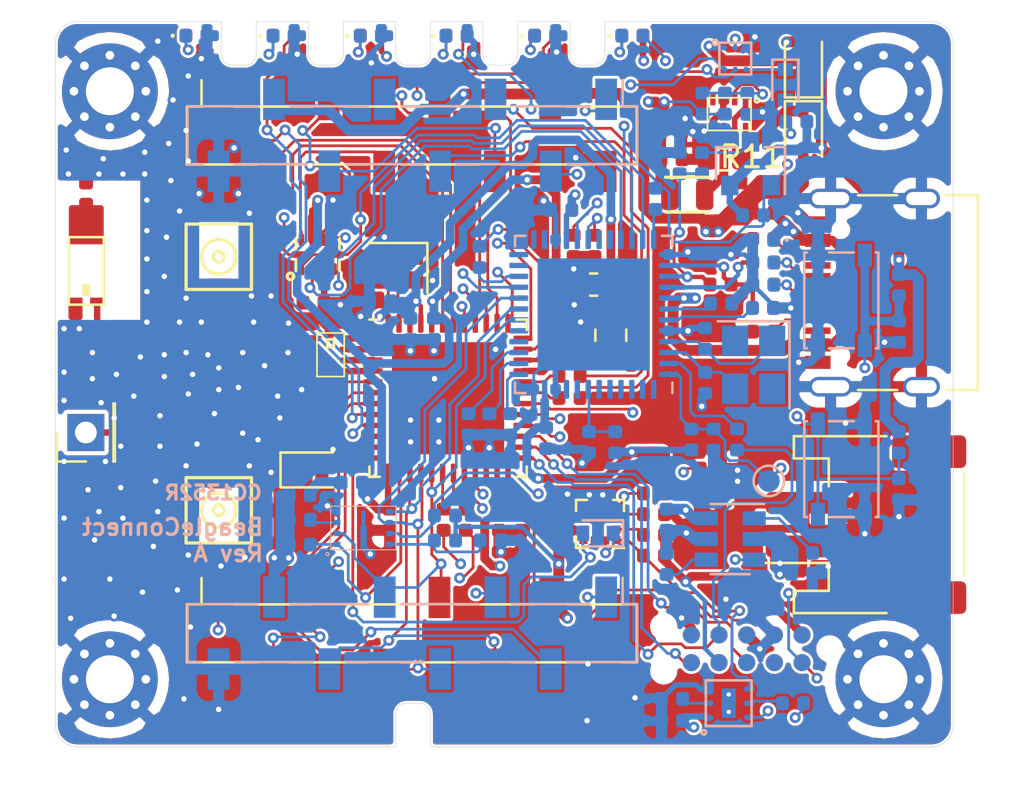
<source format=kicad_pcb>
(kicad_pcb (version 20171130) (host pcbnew "(5.1.6)-1")
  (title_block (title BeagleConnect) (date 2020-04-14) (rev B) (company BeagleBoard.org) (comment 1 "Schematic by Analog Life, LLC") (comment 2 "Layout by Analog Life, LLC"))
  (layers (0 F.Cu signal hide) (1 GND power hide) (2 PWR power hide) (31 B.Cu signal) (34 B.Paste user hide) (35 F.Paste user hide) (36 B.SilkS user) (37 F.SilkS user hide) (38 B.Mask user hide) (39 F.Mask user hide) (44 Edge.Cuts user hide))
  (net 0 "")
  (net 1 GND)
  (net 2 /RF/VDDR)
  (net 3 /RF/RX_TX)
  (net 4 /RF/DCDC_SW)
  (net 5 VDD)
  (net 6 "/USB Input/MSP430_TCK")
  (net 7 "/USB Input/MSP430_TDO")
  (net 8 "/USB Input/MSP430_TMS")
  (net 9 "/USB Input/MSP430_TDI")
  (net 10 /RF/RF_2_4GHZ_P)
  (net 11 /RF/RF_2_4GHZ_N)
  (net 12 /RF/RF_SUB_1GHZ_P)
  (net 13 /RF/RF_SUB_1GHZ_N)
  (net 14 "/USB Input/D-")
  (net 15 "/USB Input/D+")
  (net 16 RESET_N)
  (net 17 VDDS)
  (net 18 3V3)
  (net 19 V_ALT)
  (net 20 LED1)
  (net 21 LED2)
  (net 22 900M)
  (net 23 2.4G)
  (net 24 5V)
  (net 25 CC1352_TDI)
  (net 26 CC1352_TMS)
  (net 27 CC1352_TDO)
  (net 28 CC1352_TCK)
  (net 29 MISO)
  (net 30 CS_MB2)
  (net 31 SCK)
  (net 32 AN_MB2)
  (net 33 RST_MB2)
  (net 34 MOSI)
  (net 35 INT_MB2)
  (net 36 CC1352_RX_MB2_TX)
  (net 37 SDA)
  (net 38 PWM_MB2)
  (net 39 CC1352_TX_MB2_RX)
  (net 40 SCL)
  (net 41 CC1352_TX_MB1_RX)
  (net 42 PWM_MB1)
  (net 43 CC1352_RX_MB1_TX)
  (net 44 INT_MB1)
  (net 45 RST_MB1)
  (net 46 AN_MB1)
  (net 47 CS_MB1)
  (net 48 CC1352_TX_MSP430_RX)
  (net 49 CC1352_RX_MSP430_TX)
  (net 50 "/USB Input/VBUS")
  (net 51 "/USB Input/MSP_PUR")
  (net 52 "/USB Input/XTAL1")
  (net 53 "/USB Input/XTAL2")
  (net 54 "/USB Input/D_N")
  (net 55 "/USB Input/D_P")
  (net 56 INT_SENSOR)
  (net 57 INT_HDC2010)
  (net 58 ALT_IN)
  (net 59 ~CHG)
  (net 60 ~FLASH_CS)
  (net 61 "Net-(AE1-Pad3)")
  (net 62 "Net-(AE1-Pad1)")
  (net 63 "Net-(AE2-Pad1)")
  (net 64 "Net-(B1-Pad1)")
  (net 65 "Net-(B1-Pad4)")
  (net 66 "Net-(C5-Pad2)")
  (net 67 "Net-(C8-Pad2)")
  (net 68 "Net-(C9-Pad2)")
  (net 69 "Net-(C13-Pad2)")
  (net 70 "Net-(C15-Pad1)")
  (net 71 "Net-(C16-Pad1)")
  (net 72 "Net-(C17-Pad2)")
  (net 73 "Net-(C26-Pad2)")
  (net 74 "Net-(C28-Pad2)")
  (net 75 "Net-(C33-Pad2)")
  (net 76 USER_BOOT)
  (net 77 "Net-(D2-Pad1)")
  (net 78 "Net-(D3-Pad1)")
  (net 79 "Net-(D4-Pad1)")
  (net 80 "Net-(D5-Pad1)")
  (net 81 "Net-(D6-Pad1)")
  (net 82 "Net-(D7-Pad1)")
  (net 83 "Net-(J2-Pad7)")
  (net 84 "Net-(J2-Pad9)")
  (net 85 "Net-(J3-Pad5)")
  (net 86 "Net-(J3-Pad6)")
  (net 87 "/USB Input/MSP430_TEST")
  (net 88 "/USB Input/~MSP430_RST")
  (net 89 "Net-(J3-Pad10)")
  (net 90 "Net-(J3-Pad2)")
  (net 91 "Net-(J3-Pad3)")
  (net 92 "Net-(J3-Pad8)")
  (net 93 "Net-(L2-Pad1)")
  (net 94 "Net-(R23-Pad2)")
  (net 95 "Net-(R28-Pad2)")
  (net 96 "Net-(R29-Pad2)")
  (net 97 "Net-(R31-Pad1)")
  (net 98 "Net-(R37-Pad1)")
  (net 99 "Net-(R38-Pad1)")
  (net 100 "Net-(R43-Pad2)")
  (net 101 "Net-(R48-Pad2)")
  (net 102 "Net-(R51-Pad1)")
  (net 103 "Net-(R54-Pad1)")
  (net 104 "Net-(R24-Pad2)")
  (net 105 "Net-(R25-Pad2)")
  (net 106 MB1_CTRL)
  (net 107 "Net-(U1-Pad32)")
  (net 108 "Net-(U1-Pad31)")
  (net 109 "Net-(U1-Pad17)")
  (net 110 "Net-(U1-Pad16)")
  (net 111 "Net-(R27-Pad2)")
  (net 112 "Net-(R26-Pad2)")
  (net 113 "Net-(U1-Pad9)")
  (net 114 "Net-(U1-Pad8)")
  (net 115 "Net-(U1-Pad6)")
  (net 116 "Net-(U1-Pad5)")
  (net 117 "Net-(U1-Pad4)")
  (net 118 "Net-(U1-Pad3)")
  (net 119 "Net-(U1-Pad2)")
  (net 120 "Net-(U1-Pad1)")
  (net 121 "Net-(R32-Pad1)")
  (net 122 "Net-(U3-Pad4)")
  (net 123 "Net-(U4-Pad47)")
  (net 124 "Net-(U4-Pad46)")
  (net 125 "Net-(R40-Pad1)")
  (net 126 "Net-(R39-Pad1)")
  (net 127 INT_LIS2DE12_1)
  (net 128 "Net-(R53-Pad2)")
  (net 129 "Net-(Q1-Pad3)")
  (net 130 "Net-(R39-Pad2)")
  (net 131 "Net-(R40-Pad2)")
  (net 132 "Net-(Y1-Pad4)")
  (net 133 "Net-(Y1-Pad2)")
  (net 134 "Net-(P1-PadB5)")
  (net 135 "Net-(P1-PadA5)")
  (net 136 "Net-(U3-Pad8)")
  (net 137 "Net-(C44-Pad2)")
  (net 138 "Net-(U9-Pad11)")
  (net 139 "Net-(R49-Pad2)")
  (net 140 "Net-(C29-Pad2)")
  (net 141 "Net-(C30-Pad1)")
  (module Resistor_SMD:R_0402_1005Metric (layer F.Cu) (at 31.943001 -25.920999)
    (fp_text reference R11 (at 0 -1.17) (layer F.SilkS))
    (fp_text value 1K)
    (pad 2 smd roundrect (at 0.485 0) (size 0.59 0.64) (layers F.Cu F.Paste F.Mask) (net 76 USER_BOOT))
    (pad 1 smd roundrect (at -0.485 0) (size 0.59 0.64) (layers F.Cu F.Paste F.Mask) (net 18 3V3))
  )
  (module leash:Tag-Connect-10 (layer B.Cu) (at 35.535005 -4.5 180)
    (fp_text reference J3)
    (fp_text value TAG-CONNECT-10)
    (pad 4 smd circle (at 5.08 -0.635 180) (size 0.7874 0.7874) (layers B.Cu B.Mask) (net 18 3V3))
    (pad 5 smd circle (at 6.35 -0.635 180) (size 0.7874 0.7874) (layers B.Cu B.Mask) (net 85 "Net-(J3-Pad5)"))
    (pad 6 smd circle (at 6.35 0.635 180) (size 0.7874 0.7874) (layers B.Cu B.Mask) (net 86 "Net-(J3-Pad6)"))
    (pad 7 smd circle (at 5.08 0.635 180) (size 0.7874 0.7874) (layers B.Cu B.Mask) (net 87 "/USB Input/MSP430_TEST"))
    (pad "" np_thru_hole circle (at 0 0 180) (size 0.9906 0.9906) (drill 0.9906) (layers *.Cu *.Mask))
    (pad "" np_thru_hole circle (at 7.62 1.016 180) (size 0.9906 0.9906) (drill 0.9906) (layers *.Cu *.Mask))
    (pad "" np_thru_hole circle (at 7.62 -1.016 180) (size 0.9906 0.9906) (drill 0.9906) (layers *.Cu *.Mask))
    (pad 1 smd circle (at 1.27 -0.635 180) (size 0.7874 0.7874) (layers B.Cu B.Mask) (net 88 "/USB Input/~MSP430_RST"))
    (pad 10 smd circle (at 1.27 0.635 180) (size 0.7874 0.7874) (layers B.Cu B.Mask) (net 89 "Net-(J3-Pad10)"))
    (pad 2 smd circle (at 2.54 -0.635 180) (size 0.7874 0.7874) (layers B.Cu B.Mask) (net 90 "Net-(J3-Pad2)"))
    (pad 9 smd circle (at 2.54 0.635 180) (size 0.7874 0.7874) (layers B.Cu B.Mask) (net 1 GND))
    (pad 3 smd circle (at 3.81 -0.635 180) (size 0.7874 0.7874) (layers B.Cu B.Mask) (net 91 "Net-(J3-Pad3)"))
    (pad 8 smd circle (at 3.81 0.635 180) (size 0.7874 0.7874) (layers B.Cu B.Mask) (net 92 "Net-(J3-Pad8)"))
  )
  (module leash:Tag-Connect-10 (layer F.Cu) (at 35.535005 -4.5 180)
    (fp_text reference J2 hide)
    (fp_text value TAG-CONNECT-10)
    (pad 4 smd circle (at 5.08 0.635 180) (size 0.7874 0.7874) (layers F.Cu F.Mask) (net 28 CC1352_TCK))
    (pad 5 smd circle (at 6.35 0.635 180) (size 0.7874 0.7874) (layers F.Cu F.Mask) (net 1 GND))
    (pad 6 smd circle (at 6.35 -0.635 180) (size 0.7874 0.7874) (layers F.Cu F.Mask) (net 27 CC1352_TDO))
    (pad 7 smd circle (at 5.08 -0.635 180) (size 0.7874 0.7874) (layers F.Cu F.Mask) (net 83 "Net-(J2-Pad7)"))
    (pad "" np_thru_hole circle (at 0 0 180) (size 0.9906 0.9906) (drill 0.9906) (layers *.Cu *.Mask))
    (pad "" np_thru_hole circle (at 7.62 -1.016 180) (size 0.9906 0.9906) (drill 0.9906) (layers *.Cu *.Mask))
    (pad "" np_thru_hole circle (at 7.62 1.016 180) (size 0.9906 0.9906) (drill 0.9906) (layers *.Cu *.Mask))
    (pad 1 smd circle (at 1.27 0.635 180) (size 0.7874 0.7874) (layers F.Cu F.Mask) (net 18 3V3))
    (pad 10 smd circle (at 1.27 -0.635 180) (size 0.7874 0.7874) (layers F.Cu F.Mask) (net 16 RESET_N))
    (pad 2 smd circle (at 2.54 0.635 180) (size 0.7874 0.7874) (layers F.Cu F.Mask) (net 26 CC1352_TMS))
    (pad 9 smd circle (at 2.54 -0.635 180) (size 0.7874 0.7874) (layers F.Cu F.Mask) (net 84 "Net-(J2-Pad9)"))
    (pad 3 smd circle (at 3.81 0.635 180) (size 0.7874 0.7874) (layers F.Cu F.Mask) (net 1 GND))
    (pad 8 smd circle (at 3.81 -0.635 180) (size 0.7874 0.7874) (layers F.Cu F.Mask) (net 25 CC1352_TDI))
  )
  (module leash:USON6 (layer B.Cu) (at 30.9 -2)
    (fp_text reference U7)
    (fp_text value OPT3001)
    (pad 7 thru_hole circle (at 0 -0.4) (size 0.2 0.2) (drill 0.2) (layers *.Cu *.Mask))
    (pad 7 thru_hole circle (at 0 0.4) (size 0.2 0.2) (drill 0.2) (layers *.Cu *.Mask))
    (pad 7 smd rect (at 0 0) (size 0.65 1.35) (layers B.Cu B.Paste B.Mask))
    (pad 6 smd roundrect (at 0.95 0.65) (size 0.5 0.25) (layers B.Cu B.Paste B.Mask) (roundrect_rratio 0.5) (net 37 SDA))
    (pad 5 smd roundrect (at 0.95 0) (size 0.5 0.25) (layers B.Cu B.Paste B.Mask) (roundrect_rratio 0.5) (net 139 "Net-(R49-Pad2)"))
    (pad 4 smd roundrect (at 0.95 -0.65) (size 0.5 0.25) (layers B.Cu B.Paste B.Mask) (roundrect_rratio 0.5) (net 40 SCL))
    (pad 3 smd roundrect (at -0.95 -0.65) (size 0.5 0.25) (layers B.Cu B.Paste B.Mask) (roundrect_rratio 0.5) (net 1 GND))
    (pad 2 smd roundrect (at -0.95 0) (size 0.5 0.25) (layers B.Cu B.Paste B.Mask) (roundrect_rratio 0.5) (net 101 "Net-(R48-Pad2)"))
    (pad 1 smd roundrect (at -0.95 0.675) (size 0.5 0.25) (layers B.Cu B.Paste B.Mask) (roundrect_rratio 0.5) (net 18 3V3))
  )
  (module leash:HDC2010 (layer B.Cu) (at 31.2 -31.6 270)
    (fp_text reference U8)
    (fp_text value HDC2010)
    (pad A2 smd circle (at 0.5 0.5 270) (size 0.263 0.263) (layers B.Cu B.Paste B.Mask) (net 37 SDA))
    (pad B2 smd circle (at 0.5 0 270) (size 0.263 0.263) (layers B.Cu B.Paste B.Mask) (net 40 SCL))
    (pad C2 smd circle (at 0.5 -0.5 270) (size 0.263 0.263) (layers B.Cu B.Paste B.Mask) (net 57 INT_HDC2010))
    (pad C1 smd circle (at -0.5 -0.5 270) (size 0.263 0.263) (layers B.Cu B.Paste B.Mask) (net 1 GND))
    (pad B1 smd circle (at -0.5 0 270) (size 0.263 0.263) (layers B.Cu B.Paste B.Mask) (net 102 "Net-(R51-Pad1)"))
    (pad A1 smd circle (at -0.5 0.5 270) (size 0.263 0.263) (layers B.Cu B.Paste B.Mask) (net 18 3V3))
  )
  (module leash:MX25R8035FZUIL0 (layer B.Cu) (at 14.135505 -10.045105)
    (fp_text reference U6)
    (fp_text value GD25Q16CEIGR)
    (pad 9 smd custom (at 0 0) (size 0.2 1) (layers B.Cu B.Paste B.Mask) (net 1 GND) (options (clearance outline) (anchor rect)) (primitives (gr_poly (pts (xy 0 0.8) (xy 0.1 0.8) (xy 0.1 -0.8) (xy -0.1 -0.8) (xy -0.1 0.7)) (width 0))))
    (pad 8 smd rect (at 1.2 0.75) (size 0.3 0.25) (layers B.Cu B.Paste B.Mask) (net 73 "Net-(C26-Pad2)"))
    (pad 7 smd rect (at 1.2 0.25) (size 0.3 0.25) (layers B.Cu B.Paste B.Mask) (net 16 RESET_N))
    (pad 6 smd rect (at 1.2 -0.25) (size 0.3 0.25) (layers B.Cu B.Paste B.Mask) (net 31 SCK))
    (pad 5 smd rect (at 1.2 -0.75) (size 0.3 0.25) (layers B.Cu B.Paste B.Mask) (net 34 MOSI))
    (pad 4 smd rect (at -1.2 -0.75) (size 0.3 0.25) (layers B.Cu B.Paste B.Mask) (net 1 GND))
    (pad 3 smd rect (at -1.2 -0.25) (size 0.3 0.25) (layers B.Cu B.Paste B.Mask) (net 100 "Net-(R43-Pad2)"))
    (pad 2 smd rect (at -1.2 0.25) (size 0.3 0.25) (layers B.Cu B.Paste B.Mask) (net 29 MISO))
    (pad 1 smd rect (at -1.2 0.75) (size 0.3 0.25) (layers B.Cu B.Paste B.Mask) (net 60 ~FLASH_CS))
  )
  (module leash:TPS62821DLC (layer F.Cu) (at 30.925 -29.05 270)
    (fp_text reference U3)
    (fp_text value TPS62821)
    (pad 8 smd roundrect (at 0.675 -0.75 270) (size 0.55 0.25) (layers F.Cu F.Paste F.Mask) (roundrect_rratio 0.2) (net 136 "Net-(U3-Pad8)"))
    (pad 7 smd roundrect (at 0.675 -0.25 270) (size 0.55 0.25) (layers F.Cu F.Paste F.Mask) (roundrect_rratio 0.2) (net 19 V_ALT))
    (pad 6 smd roundrect (at 0.675 0.25 270) (size 0.55 0.25) (layers F.Cu F.Paste F.Mask) (roundrect_rratio 0.2) (net 93 "Net-(L2-Pad1)"))
    (pad 5 smd roundrect (at 0.675 0.75 270) (size 0.55 0.25) (layers F.Cu F.Paste F.Mask) (roundrect_rratio 0.2) (net 1 GND))
    (pad 4 smd roundrect (at -0.675 0.75 270) (size 0.55 0.25) (layers F.Cu F.Paste F.Mask) (roundrect_rratio 0.2) (net 122 "Net-(U3-Pad4)"))
    (pad 3 smd roundrect (at -0.675 0.25 270) (size 0.55 0.25) (layers F.Cu F.Paste F.Mask) (roundrect_rratio 0.2) (net 1 GND))
    (pad 2 smd roundrect (at -0.675 -0.25 270) (size 0.55 0.25) (layers F.Cu F.Paste F.Mask) (roundrect_rratio 0.2) (net 69 "Net-(C13-Pad2)"))
    (pad 1 smd roundrect (at -0.675 -0.75 270) (size 0.55 0.25) (layers F.Cu F.Paste F.Mask) (roundrect_rratio 0.2) (net 19 V_ALT))
  )
  (module leash:RFECA3216060A1T (layer F.Cu) (at 1.42 -21.85 270)
    (fp_text reference AE1)
    (fp_text value Antenna_Dipole)
    (pad 3 smd rect (at -1.4 0 270) (size 0.35 1.6) (layers F.Cu F.Paste F.Mask) (net 61 "Net-(AE1-Pad3)"))
    (pad 2 smd rect (at 1.4 0.5 270) (size 0.35 0.65) (layers F.Cu F.Paste F.Mask) (net 1 GND))
    (pad 1 smd rect (at 1.4 -0.5 270) (size 0.35 0.65) (layers F.Cu F.Paste F.Mask) (net 62 "Net-(AE1-Pad1)"))
  )
  (module leash:0900PC15A0036 (layer F.Cu) (at 12.63 -18 270)
    (fp_text reference B1)
    (fp_text value 0900PC15A0036E)
    (pad 10 smd roundrect (at -1.15 0) (size 0.3 0.75) (layers F.Cu F.Paste F.Mask) (net 1 GND))
    (pad 5 smd roundrect (at 1.15 0) (size 0.3 0.75) (layers F.Cu F.Paste F.Mask) (net 3 /RF/RX_TX))
    (pad 9 smd roundrect (at -0.75 -0.8 270) (size 0.25 0.75) (layers F.Cu F.Paste F.Mask) (net 10 /RF/RF_2_4GHZ_P))
    (pad 8 smd roundrect (at -0.25 -0.8 270) (size 0.25 0.75) (layers F.Cu F.Paste F.Mask) (net 11 /RF/RF_2_4GHZ_N))
    (pad 7 smd roundrect (at 0.25 -0.8 270) (size 0.25 0.75) (layers F.Cu F.Paste F.Mask) (net 12 /RF/RF_SUB_1GHZ_P))
    (pad 6 smd roundrect (at 0.75 -0.8 270) (size 0.25 0.75) (layers F.Cu F.Paste F.Mask) (net 13 /RF/RF_SUB_1GHZ_N))
    (pad 1 smd roundrect (at -0.75 0.8 270) (size 0.25 0.75) (layers F.Cu F.Paste F.Mask) (net 64 "Net-(B1-Pad1)"))
    (pad 2 smd roundrect (at -0.25 0.8 270) (size 0.25 0.75) (layers F.Cu F.Paste F.Mask) (net 1 GND))
    (pad 3 smd roundrect (at 0.25 0.8 270) (size 0.25 0.75) (layers F.Cu F.Paste F.Mask) (net 1 GND))
    (pad 4 smd roundrect (at 0.75 0.8 270) (size 0.25 0.75) (layers F.Cu F.Paste F.Mask) (net 65 "Net-(B1-Pad4)"))
  )
  (module leash:A-1JB (layer F.Cu) (at 7.5 -10.86 90)
    (fp_text reference J7)
    (fp_text value UFL)
    (pad 3 smd rect (at 0 1.475 90) (size 2.2 1.05) (layers F.Cu F.Paste F.Mask) (net 1 GND))
    (pad 2 smd rect (at 0 -1.475 90) (size 2.2 1.05) (layers F.Cu F.Paste F.Mask) (net 1 GND))
    (pad 1 smd rect (at 1.525 0 90) (size 1.05 1) (layers F.Cu F.Paste F.Mask) (net 74 "Net-(C28-Pad2)"))
  )
  (module leash:A-1JB (layer F.Cu) (at 7.5 -22.5 270)
    (fp_text reference J6)
    (fp_text value UFL)
    (pad 3 smd rect (at 0 1.475 270) (size 2.2 1.05) (layers F.Cu F.Paste F.Mask) (net 1 GND))
    (pad 2 smd rect (at 0 -1.475 270) (size 2.2 1.05) (layers F.Cu F.Paste F.Mask) (net 1 GND))
    (pad 1 smd rect (at 1.525 0 270) (size 1.05 1) (layers F.Cu F.Paste F.Mask) (net 75 "Net-(C33-Pad2)"))
  )
  (module leash:L2X1.6X1MM (layer F.Cu) (at 29 -25.35 270)
    (fp_text reference L2)
    (fp_text value 0.47U)
    (pad 2 smd roundrect (at 0 0.8 270) (size 1.4 0.8) (layers F.Cu F.Paste F.Mask) (net 18 3V3))
    (pad 1 smd roundrect (at 0 -0.8 270) (size 1.4 0.8) (layers F.Cu F.Paste F.Mask) (net 93 "Net-(L2-Pad1)"))
  )
  (module Capacitor_SMD:C_0201_0603Metric (layer F.Cu) (at 5 -19.1 270)
    (fp_text reference C29 hide)
    (fp_text value DNP)
    (pad 2 smd roundrect (at 0.32 0 270) (size 0.46 0.4) (layers F.Cu F.Mask) (net 140 "Net-(C29-Pad2)"))
    (pad 1 smd roundrect (at -0.32 0 270) (size 0.46 0.4) (layers F.Cu F.Mask) (net 1 GND))
  )
  (module Capacitor_SMD:C_0201_0603Metric (layer F.Cu) (at 7.18 -18.74 180)
    (fp_text reference C34 hide)
    (fp_text value 12P)
    (pad 2 smd roundrect (at 0.32 0 180) (size 0.46 0.4) (layers F.Cu F.Mask) (net 140 "Net-(C29-Pad2)"))
    (pad 1 smd roundrect (at -0.32 0 180) (size 0.46 0.4) (layers F.Cu F.Mask) (net 64 "Net-(B1-Pad1)"))
  )
  (module Capacitor_SMD:C_0201_0603Metric (layer F.Cu) (at 7.5 -19.06 90)
    (fp_text reference C33 hide)
    (fp_text value DNP)
    (pad 2 smd roundrect (at 0.32 0 90) (size 0.46 0.4) (layers F.Cu F.Mask) (net 75 "Net-(C33-Pad2)"))
    (pad 1 smd roundrect (at -0.32 0 90) (size 0.46 0.4) (layers F.Cu F.Mask) (net 64 "Net-(B1-Pad1)"))
  )
  (module Capacitor_SMD:C_0201_0603Metric (layer F.Cu) (at 3.7 -14.1 270)
    (fp_text reference C32 hide)
    (fp_text value DNP)
    (pad 2 smd roundrect (at 0.32 0 270) (size 0.46 0.4) (layers F.Cu F.Mask) (net 1 GND))
    (pad 1 smd roundrect (at -0.32 0 270) (size 0.46 0.4) (layers F.Cu F.Mask) (net 63 "Net-(AE2-Pad1)"))
  )
  (module Capacitor_SMD:C_0201_0603Metric (layer F.Cu) (at 2.74 -18.42 90)
    (fp_text reference C31 hide)
    (fp_text value DNP)
    (pad 2 smd roundrect (at 0.32 0 90) (size 0.46 0.4) (layers F.Cu F.Mask) (net 62 "Net-(AE1-Pad1)"))
    (pad 1 smd roundrect (at -0.32 0 90) (size 0.46 0.4) (layers F.Cu F.Mask) (net 1 GND))
  )
  (module Capacitor_SMD:C_0201_0603Metric (layer F.Cu) (at 5.98 -14.75 90)
    (fp_text reference C30 hide)
    (fp_text value DNP)
    (pad 2 smd roundrect (at 0.32 0 90) (size 0.46 0.4) (layers F.Cu F.Mask) (net 1 GND))
    (pad 1 smd roundrect (at -0.32 0 90) (size 0.46 0.4) (layers F.Cu F.Mask) (net 141 "Net-(C30-Pad1)"))
  )
  (module Capacitor_SMD:C_0201_0603Metric (layer F.Cu) (at 7.5 -14.11 270)
    (fp_text reference C28 hide)
    (fp_text value 100N)
    (pad 2 smd roundrect (at 0.32 0 270) (size 0.46 0.4) (layers F.Cu F.Mask) (net 74 "Net-(C28-Pad2)"))
    (pad 1 smd roundrect (at -0.32 0 270) (size 0.46 0.4) (layers F.Cu F.Mask) (net 65 "Net-(B1-Pad4)"))
  )
  (module Capacitor_SMD:C_0201_0603Metric (layer F.Cu) (at 7.18 -14.43 180)
    (fp_text reference C36 hide)
    (fp_text value 100N)
    (pad 2 smd roundrect (at 0.32 0 180) (size 0.46 0.4) (layers F.Cu F.Mask) (net 141 "Net-(C30-Pad1)"))
    (pad 1 smd roundrect (at -0.32 0 180) (size 0.46 0.4) (layers F.Cu F.Mask) (net 65 "Net-(B1-Pad4)"))
  )
  (module Inductor_SMD:L_0201_0603Metric (layer F.Cu) (at 4.8 -14.43)
    (fp_text reference L6 hide)
    (fp_text value 0)
    (pad 2 smd roundrect (at 0.32 0) (size 0.46 0.4) (layers F.Cu F.Mask) (net 141 "Net-(C30-Pad1)"))
    (pad 1 smd roundrect (at -0.32 0) (size 0.46 0.4) (layers F.Cu F.Mask) (net 63 "Net-(AE2-Pad1)"))
  )
  (module Inductor_SMD:L_0201_0603Metric (layer F.Cu) (at 3.89 -18.74)
    (fp_text reference L5 hide)
    (fp_text value 0)
    (pad 2 smd roundrect (at 0.32 0) (size 0.46 0.4) (layers F.Cu F.Mask) (net 140 "Net-(C29-Pad2)"))
    (pad 1 smd roundrect (at -0.32 0) (size 0.46 0.4) (layers F.Cu F.Mask) (net 62 "Net-(AE1-Pad1)"))
  )
  (module Diode_SMD:D_SOD-523 (layer B.Cu) (at 24.9 -9.8 180)
    (fp_text reference D13)
    (fp_text value BAT54XV2)
    (pad 1 smd rect (at -0.7 0) (size 0.6 0.7) (layers B.Cu B.Paste B.Mask) (net 127 INT_LIS2DE12_1))
    (pad 2 smd rect (at 0.7 0) (size 0.6 0.7) (layers B.Cu B.Paste B.Mask) (net 56 INT_SENSOR))
  )
  (module Diode_SMD:D_SOD-523 (layer B.Cu) (at 33.5 -30.4 270)
    (fp_text reference D12 hide)
    (fp_text value BAT54XV2)
    (pad 1 smd rect (at -0.7 0 90) (size 0.6 0.7) (layers B.Cu B.Paste B.Mask) (net 57 INT_HDC2010))
    (pad 2 smd rect (at 0.7 0 90) (size 0.6 0.7) (layers B.Cu B.Paste B.Mask) (net 56 INT_SENSOR))
  )
  (module Resistor_SMD:R_0402_1005Metric (layer B.Cu) (at 34 -28.7 180)
    (fp_text reference R7 hide)
    (fp_text value 2.21K)
    (pad 2 smd roundrect (at 0.485 0 180) (size 0.59 0.64) (layers B.Cu B.Paste B.Mask) (net 56 INT_SENSOR))
    (pad 1 smd roundrect (at -0.485 0 180) (size 0.59 0.64) (layers B.Cu B.Paste B.Mask) (net 18 3V3))
  )
  (module Package_LGA:LGA-12_2x2mm_P0.5mm (layer F.Cu) (at 24.994005 -10.235605 180)
    (fp_text reference U9)
    (fp_text value LIS2DE12)
    (pad 12 smd rect (at -0.25 -0.7625 270) (size 0.375 0.35) (layers F.Cu F.Paste F.Mask) (net 127 INT_LIS2DE12_1))
    (pad 11 smd rect (at 0.25 -0.7625 270) (size 0.375 0.35) (layers F.Cu F.Paste F.Mask) (net 138 "Net-(U9-Pad11)"))
    (pad 6 smd rect (at 0.25 0.7625 270) (size 0.375 0.35) (layers F.Cu F.Paste F.Mask) (net 1 GND))
    (pad 5 smd rect (at -0.25 0.7625 270) (size 0.375 0.35) (layers F.Cu F.Paste F.Mask) (net 1 GND))
    (pad 10 smd rect (at 0.7625 -0.75 180) (size 0.375 0.35) (layers F.Cu F.Paste F.Mask) (net 18 3V3))
    (pad 1 smd rect (at -0.7625 -0.75 180) (size 0.375 0.35) (layers F.Cu F.Paste F.Mask) (net 40 SCL))
    (pad 7 smd rect (at 0.7625 0.75 180) (size 0.375 0.35) (layers F.Cu F.Paste F.Mask) (net 1 GND))
    (pad 4 smd rect (at -0.7625 0.75 180) (size 0.375 0.35) (layers F.Cu F.Paste F.Mask) (net 37 SDA))
    (pad 8 smd rect (at 0.7625 0.25 180) (size 0.375 0.35) (layers F.Cu F.Paste F.Mask) (net 1 GND))
    (pad 9 smd rect (at 0.7625 -0.25 180) (size 0.375 0.35) (layers F.Cu F.Paste F.Mask) (net 18 3V3))
    (pad 3 smd rect (at -0.7625 0.25 180) (size 0.375 0.35) (layers F.Cu F.Paste F.Mask) (net 103 "Net-(R54-Pad1)"))
    (pad 2 smd rect (at -0.7625 -0.25 180) (size 0.375 0.35) (layers F.Cu F.Paste F.Mask) (net 128 "Net-(R53-Pad2)"))
  )
  (module Resistor_SMD:R_0402_1005Metric (layer B.Cu) (at 28.65 -26.8 270)
    (fp_text reference R14 hide)
    (fp_text value 1M)
    (pad 2 smd roundrect (at 0.485 0 270) (size 0.59 0.64) (layers B.Cu B.Paste B.Mask) (net 51 "/USB Input/MSP_PUR"))
    (pad 1 smd roundrect (at -0.485 0 270) (size 0.59 0.64) (layers B.Cu B.Paste B.Mask) (net 1 GND))
  )
  (module Resistor_SMD:R_0402_1005Metric (layer B.Cu) (at 29.675 -26.8 90)
    (fp_text reference R13 hide)
    (fp_text value 100R)
    (pad 2 smd roundrect (at 0.485 0 90) (size 0.59 0.64) (layers B.Cu B.Paste B.Mask) (net 129 "Net-(Q1-Pad3)"))
    (pad 1 smd roundrect (at -0.485 0 90) (size 0.59 0.64) (layers B.Cu B.Paste B.Mask) (net 51 "/USB Input/MSP_PUR"))
  )
  (module Capacitor_SMD:C_0402_1005Metric (layer F.Cu) (at 28.275 -26.975)
    (fp_text reference C14 hide)
    (fp_text value 10U)
    (pad 2 smd roundrect (at 0.485 0) (size 0.59 0.64) (layers F.Cu F.Paste F.Mask) (net 1 GND))
    (pad 1 smd roundrect (at -0.485 0) (size 0.59 0.64) (layers F.Cu F.Paste F.Mask) (net 18 3V3))
  )
  (module Connector_PinHeader_2.54mm:PinHeader_1x01_P2.54mm_Vertical (layer F.Cu) (at 1.4 -14.43 90)
    (fp_text reference AE2 hide)
    (fp_text value Antenna)
    (pad 1 thru_hole rect (at 0 0 90) (size 1.7 1.7) (drill 1) (layers *.Cu *.Mask) (net 63 "Net-(AE2-Pad1)"))
  )
  (module Capacitor_SMD:C_0402_1005Metric (layer B.Cu) (at 30.55 -20.35 180)
    (fp_text reference C44 hide)
    (fp_text value 220N)
    (pad 2 smd roundrect (at 0.485 0 180) (size 0.59 0.64) (layers B.Cu B.Paste B.Mask) (net 137 "Net-(C44-Pad2)"))
    (pad 1 smd roundrect (at -0.485 0 180) (size 0.59 0.64) (layers B.Cu B.Paste B.Mask) (net 1 GND))
  )
  (module Capacitor_SMD:C_0402_1005Metric (layer F.Cu) (at 28.25 -28.2)
    (fp_text reference C45 hide)
    (fp_text value 10U)
    (pad 2 smd roundrect (at 0.485 0) (size 0.59 0.64) (layers F.Cu F.Paste F.Mask) (net 1 GND))
    (pad 1 smd roundrect (at -0.485 0) (size 0.59 0.64) (layers F.Cu F.Paste F.Mask) (net 18 3V3))
  )
  (module Capacitor_SMD:C_0603_1608Metric (layer F.Cu) (at 30.7 -26.975 180)
    (fp_text reference C12 hide)
    (fp_text value 10U)
    (pad 2 smd roundrect (at 0.7875 0 180) (size 0.875 0.95) (layers F.Cu F.Paste F.Mask) (net 1 GND))
    (pad 1 smd roundrect (at -0.7875 0 180) (size 0.875 0.95) (layers F.Cu F.Paste F.Mask) (net 19 V_ALT))
  )
  (module leash:QFN10_0.6_2X1.5X0.5MM (layer F.Cu) (at 12.040005 -22.6 90)
    (fp_text reference U5)
    (fp_text value TS5A23157)
    (pad 10 smd roundrect (at 0 -0.9 180) (size 0.6 0.3) (layers F.Cu F.Paste F.Mask) (net 130 "Net-(R39-Pad2)"))
    (pad 9 smd roundrect (at 0.675 -0.75 90) (size 0.55 0.25) (layers F.Cu F.Paste F.Mask) (net 43 CC1352_RX_MB1_TX))
    (pad 8 smd roundrect (at 0.675 -0.25 90) (size 0.55 0.25) (layers F.Cu F.Paste F.Mask) (net 17 VDDS))
    (pad 7 smd roundrect (at 0.675 0.25 90) (size 0.55 0.25) (layers F.Cu F.Paste F.Mask) (net 41 CC1352_TX_MB1_RX))
    (pad 6 smd roundrect (at 0.675 0.75 90) (size 0.55 0.25) (layers F.Cu F.Paste F.Mask) (net 131 "Net-(R40-Pad2)"))
    (pad 5 smd roundrect (at 0 0.9 180) (size 0.6 0.3) (layers F.Cu F.Paste F.Mask) (net 106 MB1_CTRL))
    (pad 4 smd roundrect (at -0.675 0.75 90) (size 0.55 0.25) (layers F.Cu F.Paste F.Mask) (net 48 CC1352_TX_MSP430_RX))
    (pad 3 smd roundrect (at -0.675 0.25 90) (size 0.55 0.25) (layers F.Cu F.Paste F.Mask) (net 1 GND))
    (pad 2 smd roundrect (at -0.675 -0.25 90) (size 0.55 0.25) (layers F.Cu F.Paste F.Mask) (net 49 CC1352_RX_MSP430_TX))
    (pad 1 smd roundrect (at -0.675 -0.75 90) (size 0.55 0.25) (layers F.Cu F.Paste F.Mask) (net 106 MB1_CTRL))
  )
  (module Connector_USB:USB_C_Receptacle_Palconn_UTC16-G (layer F.Cu) (at 37.503505 -20.854105 90)
    (fp_text reference P1 hide)
    (fp_text value USB_C_Plug_USB2.0)
    (pad A12 smd rect (at 3.2 -2.51 90) (size 0.6 1.16) (layers F.Cu F.Paste F.Mask) (net 1 GND))
    (pad A9 smd rect (at 2.4 -2.51 90) (size 0.6 1.16) (layers F.Cu F.Paste F.Mask) (net 50 "/USB Input/VBUS"))
    (pad B1 smd rect (at 3.2 -2.51 90) (size 0.6 1.16) (layers F.Cu F.Paste F.Mask) (net 1 GND))
    (pad B4 smd rect (at 2.4 -2.51 90) (size 0.6 1.16) (layers F.Cu F.Paste F.Mask) (net 50 "/USB Input/VBUS"))
    (pad B12 smd rect (at -3.2 -2.51 90) (size 0.6 1.16) (layers F.Cu F.Paste F.Mask) (net 1 GND))
    (pad A1 smd rect (at -3.2 -2.51 90) (size 0.6 1.16) (layers F.Cu F.Paste F.Mask) (net 1 GND))
    (pad B9 smd rect (at -2.4 -2.51 90) (size 0.6 1.16) (layers F.Cu F.Paste F.Mask) (net 50 "/USB Input/VBUS"))
    (pad A4 smd rect (at -2.4 -2.51 90) (size 0.6 1.16) (layers F.Cu F.Paste F.Mask) (net 50 "/USB Input/VBUS"))
    (pad "" np_thru_hole circle (at -2.89 -1.45 270) (size 0.6 0.6) (drill 0.6) (layers *.Cu *.Mask))
    (pad "" np_thru_hole circle (at 2.89 -1.45 270) (size 0.6 0.6) (drill 0.6) (layers *.Cu *.Mask))
    (pad B5 smd rect (at 1.75 -2.51 270) (size 0.3 1.16) (layers F.Cu F.Paste F.Mask) (net 134 "Net-(P1-PadB5)"))
    (pad B6 smd rect (at 0.75 -2.51 270) (size 0.3 1.16) (layers F.Cu F.Paste F.Mask) (net 55 "/USB Input/D_P"))
    (pad A8 smd rect (at 1.25 -2.51 270) (size 0.3 1.16) (layers F.Cu F.Paste F.Mask))
    (pad A5 smd rect (at -1.25 -2.51 270) (size 0.3 1.16) (layers F.Cu F.Paste F.Mask) (net 135 "Net-(P1-PadA5)"))
    (pad B8 smd rect (at -1.75 -2.51 270) (size 0.3 1.16) (layers F.Cu F.Paste F.Mask))
    (pad A7 smd rect (at 0.25 -2.51 270) (size 0.3 1.16) (layers F.Cu F.Paste F.Mask) (net 54 "/USB Input/D_N"))
    (pad A6 smd rect (at -0.25 -2.51 270) (size 0.3 1.16) (layers F.Cu F.Paste F.Mask) (net 55 "/USB Input/D_P"))
    (pad B7 smd rect (at -0.75 -2.51 270) (size 0.3 1.16) (layers F.Cu F.Paste F.Mask) (net 54 "/USB Input/D_N"))
    (pad S1 thru_hole oval (at 4.32 2.24 180) (size 1.7 0.9) (drill oval 1.4 0.6) (layers *.Cu *.Mask) (net 1 GND))
    (pad S1 thru_hole oval (at -4.32 2.24 180) (size 1.7 0.9) (drill oval 1.4 0.6) (layers *.Cu *.Mask) (net 1 GND))
    (pad S1 thru_hole oval (at 4.32 -1.93 180) (size 2 0.9) (drill oval 1.7 0.6) (layers *.Cu *.Mask) (net 1 GND))
    (pad S1 thru_hole oval (at -4.32 -1.93 180) (size 2 0.9) (drill oval 1.7 0.6) (layers *.Cu *.Mask) (net 1 GND))
  )
  (module Button_Switch_SMD:SW_SPST_PTS810 (layer B.Cu) (at 36.068405 -20.497205 90)
    (fp_text reference SW1 hide)
    (fp_text value SW_SPST)
    (pad 2 smd rect (at 2.075 -1.075 90) (size 1.05 0.65) (layers B.Cu B.Paste B.Mask) (net 1 GND))
    (pad 2 smd rect (at -2.075 -1.075 90) (size 1.05 0.65) (layers B.Cu B.Paste B.Mask) (net 1 GND))
    (pad 1 smd rect (at 2.075 1.075 90) (size 1.05 0.65) (layers B.Cu B.Paste B.Mask) (net 16 RESET_N))
    (pad 1 smd rect (at -2.075 1.075 90) (size 1.05 0.65) (layers B.Cu B.Paste B.Mask) (net 16 RESET_N))
  )
  (module Diode_SMD:D_0402_1005Metric (layer B.Cu) (at 32.487005 -22.237105 180)
    (fp_text reference D10 hide)
    (fp_text value ESDPSA0402V05)
    (pad 2 smd roundrect (at 0.485 0 180) (size 0.59 0.64) (layers B.Cu B.Paste B.Mask) (net 1 GND))
    (pad 1 smd roundrect (at -0.485 0 180) (size 0.59 0.64) (layers B.Cu B.Paste B.Mask) (net 54 "/USB Input/D_N"))
  )
  (module Diode_SMD:D_0402_1005Metric (layer B.Cu) (at 32.475 -23.275 180)
    (fp_text reference D8 hide)
    (fp_text value ESDPSA0402V05)
    (pad 2 smd roundrect (at 0.485 0 180) (size 0.59 0.64) (layers B.Cu B.Paste B.Mask) (net 1 GND))
    (pad 1 smd roundrect (at -0.485 0 180) (size 0.59 0.64) (layers B.Cu B.Paste B.Mask) (net 50 "/USB Input/VBUS"))
  )
  (module Diode_SMD:D_0402_1005Metric (layer B.Cu) (at 32.487005 -21.221105 180)
    (fp_text reference D11 hide)
    (fp_text value ESDPSA0402V05)
    (pad 2 smd roundrect (at 0.485 0 180) (size 0.59 0.64) (layers B.Cu B.Paste B.Mask) (net 1 GND))
    (pad 1 smd roundrect (at -0.485 0 180) (size 0.59 0.64) (layers B.Cu B.Paste B.Mask) (net 55 "/USB Input/D_P"))
  )
  (module Diode_SMD:D_SOD-323 (layer F.Cu) (at 34.328505 -31.317605 90)
    (fp_text reference D1 hide)
    (fp_text value BAT54)
    (pad 2 smd rect (at 1.05 0 90) (size 0.6 0.45) (layers F.Cu F.Paste F.Mask) (net 58 ALT_IN))
    (pad 1 smd rect (at -1.05 0 90) (size 0.6 0.45) (layers F.Cu F.Paste F.Mask) (net 19 V_ALT))
  )
  (module Diode_SMD:D_SOD-323 (layer F.Cu) (at 34.328505 -28.142605 270)
    (fp_text reference D9 hide)
    (fp_text value BAT54)
    (pad 2 smd rect (at 1.05 0 270) (size 0.6 0.45) (layers F.Cu F.Paste F.Mask) (net 24 5V))
    (pad 1 smd rect (at -1.05 0 270) (size 0.6 0.45) (layers F.Cu F.Paste F.Mask) (net 19 V_ALT))
  )
  (module Inductor_SMD:L_0402_1005Metric (layer B.Cu) (at 25.692505 -13.982105 270)
    (fp_text reference L1 hide)
    (fp_text value 120R-1.3A)
    (pad 2 smd roundrect (at 0.485 0 270) (size 0.59 0.64) (layers B.Cu B.Paste B.Mask) (net 18 3V3))
    (pad 1 smd roundrect (at -0.485 0 270) (size 0.59 0.64) (layers B.Cu B.Paste B.Mask) (net 66 "Net-(C5-Pad2)"))
  )
  (module Inductor_SMD:L_0402_1005Metric (layer B.Cu) (at 13.6 -12.13 180)
    (fp_text reference L3 hide)
    (fp_text value 120R-1.3A)
    (pad 2 smd roundrect (at 0.485 0 180) (size 0.59 0.64) (layers B.Cu B.Paste B.Mask) (net 5 VDD))
    (pad 1 smd roundrect (at -0.485 0 180) (size 0.59 0.64) (layers B.Cu B.Paste B.Mask) (net 17 VDDS))
  )
  (module Resistor_SMD:R_0402_1005Metric (layer F.Cu) (at 32.487005 -24.523105)
    (fp_text reference F1 hide)
    (fp_text value 500mA)
    (pad 2 smd roundrect (at 0.485 0) (size 0.59 0.64) (layers F.Cu F.Paste F.Mask) (net 50 "/USB Input/VBUS"))
    (pad 1 smd roundrect (at -0.485 0) (size 0.59 0.64) (layers F.Cu F.Paste F.Mask) (net 24 5V))
  )
  (module Capacitor_SMD:C_0402_1005Metric (layer F.Cu) (at 12.421005 -24.459605 180)
    (fp_text reference C25)
    (fp_text value 0.1U)
    (pad 2 smd roundrect (at 0.485 0 180) (size 0.59 0.64) (layers F.Cu F.Paste F.Mask) (net 17 VDDS))
    (pad 1 smd roundrect (at -0.485 0 180) (size 0.59 0.64) (layers F.Cu F.Paste F.Mask) (net 1 GND))
  )
  (module Capacitor_SMD:C_0402_1005Metric (layer F.Cu) (at 30.074005 -11.696105 180)
    (fp_text reference C41)
    (fp_text value 0.1U)
    (pad 2 smd roundrect (at 0.485 0 180) (size 0.59 0.64) (layers F.Cu F.Paste F.Mask) (net 18 3V3))
    (pad 1 smd roundrect (at -0.485 0 180) (size 0.59 0.64) (layers F.Cu F.Paste F.Mask) (net 1 GND))
  )
  (module Capacitor_SMD:C_0402_1005Metric (layer F.Cu) (at 23.089005 -10.426105 270)
    (fp_text reference C42)
    (fp_text value 0.1U)
    (pad 2 smd roundrect (at 0.485 0 270) (size 0.59 0.64) (layers F.Cu F.Paste F.Mask) (net 18 3V3))
    (pad 1 smd roundrect (at -0.485 0 270) (size 0.59 0.64) (layers F.Cu F.Paste F.Mask) (net 1 GND))
  )
  (module Capacitor_SMD:C_0402_1005Metric (layer B.Cu) (at 30.201005 -14.109105 90)
    (fp_text reference C2 hide)
    (fp_text value 1N)
    (pad 2 smd roundrect (at 0.485 0 90) (size 0.59 0.64) (layers B.Cu B.Paste B.Mask) (net 88 "/USB Input/~MSP430_RST"))
    (pad 1 smd roundrect (at -0.485 0 90) (size 0.59 0.64) (layers B.Cu B.Paste B.Mask) (net 1 GND))
  )
  (module Package_TO_SOT_SMD:SOT-23 (layer B.Cu) (at 31.9 -26.775 90)
    (fp_text reference Q1 hide)
    (fp_text value CJ2305)
    (pad 3 smd rect (at 1 0 90) (size 0.9 0.8) (layers B.Cu B.Paste B.Mask) (net 129 "Net-(Q1-Pad3)"))
    (pad 2 smd rect (at -1 -0.95 90) (size 0.9 0.8) (layers B.Cu B.Paste B.Mask) (net 18 3V3))
    (pad 1 smd rect (at -1 0.95 90) (size 0.9 0.8) (layers B.Cu B.Paste B.Mask) (net 76 USER_BOOT))
  )
  (module Resistor_SMD:R_0402_1005Metric (layer F.Cu) (at 27.470505 -9.727605 180)
    (fp_text reference R53)
    (fp_text value 2.21K)
    (pad 2 smd roundrect (at 0.485 0 180) (size 0.59 0.64) (layers F.Cu F.Paste F.Mask) (net 128 "Net-(R53-Pad2)"))
    (pad 1 smd roundrect (at -0.485 0 180) (size 0.59 0.64) (layers F.Cu F.Paste F.Mask) (net 18 3V3))
  )
  (module Resistor_SMD:R_0402_1005Metric (layer B.Cu) (at 33.85 -2 180)
    (fp_text reference R49 hide)
    (fp_text value 0)
    (pad 2 smd roundrect (at 0.485 0 180) (size 0.59 0.64) (layers B.Cu B.Paste B.Mask) (net 139 "Net-(R49-Pad2)"))
    (pad 1 smd roundrect (at -0.485 0 180) (size 0.59 0.64) (layers B.Cu B.Paste B.Mask) (net 56 INT_SENSOR))
  )
  (module Resistor_SMD:R_0402_1005Metric (layer F.Cu) (at 11.849505 -20.395605)
    (fp_text reference R42)
    (fp_text value 2.21K)
    (pad 2 smd roundrect (at 0.485 0) (size 0.59 0.64) (layers F.Cu F.Paste F.Mask) (net 1 GND))
    (pad 1 smd roundrect (at -0.485 0) (size 0.59 0.64) (layers F.Cu F.Paste F.Mask) (net 106 MB1_CTRL))
  )
  (module Resistor_SMD:R_0402_1005Metric (layer F.Cu) (at 18.834505 -10.426105 270)
    (fp_text reference R40)
    (fp_text value 0)
    (pad 2 smd roundrect (at 0.485 0 270) (size 0.59 0.64) (layers F.Cu F.Paste F.Mask) (net 131 "Net-(R40-Pad2)"))
    (pad 1 smd roundrect (at -0.485 0 270) (size 0.59 0.64) (layers F.Cu F.Paste F.Mask) (net 125 "Net-(R40-Pad1)"))
  )
  (module Resistor_SMD:R_0402_1005Metric (layer F.Cu) (at 17.818505 -10.426105 270)
    (fp_text reference R39)
    (fp_text value 0)
    (pad 2 smd roundrect (at 0.485 0 270) (size 0.59 0.64) (layers F.Cu F.Paste F.Mask) (net 130 "Net-(R39-Pad2)"))
    (pad 1 smd roundrect (at -0.485 0 270) (size 0.59 0.64) (layers F.Cu F.Paste F.Mask) (net 126 "Net-(R39-Pad1)"))
  )
  (module Resistor_SMD:R_0402_1005Metric (layer B.Cu) (at 19.914005 -14.807605 90)
    (fp_text reference R26 hide)
    (fp_text value 0)
    (pad 2 smd roundrect (at 0.485 0 90) (size 0.59 0.64) (layers B.Cu B.Paste B.Mask) (net 112 "Net-(R26-Pad2)"))
    (pad 1 smd roundrect (at -0.485 0 90) (size 0.59 0.64) (layers B.Cu B.Paste B.Mask) (net 1 GND))
  )
  (module Resistor_SMD:R_0402_1005Metric (layer B.Cu) (at 34.265005 -8.902105 180)
    (fp_text reference R32 hide)
    (fp_text value 47K)
    (pad 2 smd roundrect (at 0.485 0 180) (size 0.59 0.64) (layers B.Cu B.Paste B.Mask) (net 58 ALT_IN))
    (pad 1 smd roundrect (at -0.485 0 180) (size 0.59 0.64) (layers B.Cu B.Paste B.Mask) (net 121 "Net-(R32-Pad1)"))
  )
  (module Resistor_SMD:R_0402_1005Metric (layer B.Cu) (at 11.21 -11.56 180)
    (fp_text reference R36 hide)
    (fp_text value 0)
    (pad 2 smd roundrect (at 0.485 0 180) (size 0.59 0.64) (layers B.Cu B.Paste B.Mask) (net 18 3V3))
    (pad 1 smd roundrect (at -0.485 0 180) (size 0.59 0.64) (layers B.Cu B.Paste B.Mask) (net 5 VDD))
  )
  (module Resistor_SMD:R_0402_1005Metric (layer B.Cu) (at 32.025 -24.4 180)
    (fp_text reference R11 hide)
    (fp_text value 47K)
    (pad 2 smd roundrect (at 0.485 0 180) (size 0.59 0.64) (layers B.Cu B.Paste B.Mask) (net 18 3V3))
    (pad 1 smd roundrect (at -0.485 0 180) (size 0.59 0.64) (layers B.Cu B.Paste B.Mask) (net 76 USER_BOOT))
  )
  (module Resistor_SMD:R_0402_1005Metric (layer B.Cu) (at 29.185005 -14.109105 270)
    (fp_text reference R17 hide)
    (fp_text value 47K)
    (pad 2 smd roundrect (at 0.485 0 270) (size 0.59 0.64) (layers B.Cu B.Paste B.Mask) (net 18 3V3))
    (pad 1 smd roundrect (at -0.485 0 270) (size 0.59 0.64) (layers B.Cu B.Paste B.Mask) (net 88 "/USB Input/~MSP430_RST"))
  )
  (module Resistor_SMD:R_0402_1005Metric (layer B.Cu) (at 31.280505 -14.109105 90)
    (fp_text reference R24 hide)
    (fp_text value 0)
    (pad 2 smd roundrect (at 0.485 0 90) (size 0.59 0.64) (layers B.Cu B.Paste B.Mask) (net 104 "Net-(R24-Pad2)"))
    (pad 1 smd roundrect (at -0.485 0 90) (size 0.59 0.64) (layers B.Cu B.Paste B.Mask) (net 87 "/USB Input/MSP430_TEST"))
  )
  (module Resistor_SMD:R_0402_1005Metric (layer B.Cu) (at 18.961505 -14.807605 90)
    (fp_text reference R27 hide)
    (fp_text value 0)
    (pad 2 smd roundrect (at 0.485 0 90) (size 0.59 0.64) (layers B.Cu B.Paste B.Mask) (net 111 "Net-(R27-Pad2)"))
    (pad 1 smd roundrect (at -0.485 0 90) (size 0.59 0.64) (layers B.Cu B.Paste B.Mask) (net 1 GND))
  )
  (module Resistor_SMD:R_0402_1005Metric (layer B.Cu) (at 27.534005 -25.158105 270)
    (fp_text reference R25 hide)
    (fp_text value 0)
    (pad 2 smd roundrect (at 0.485 0 270) (size 0.59 0.64) (layers B.Cu B.Paste B.Mask) (net 105 "Net-(R25-Pad2)"))
    (pad 1 smd roundrect (at -0.485 0 270) (size 0.59 0.64) (layers B.Cu B.Paste B.Mask) (net 76 USER_BOOT))
  )
  (module TestPoint:TestPoint_Pad_D1.0mm (layer B.Cu) (at 32.741005 -12.204105 90)
    (fp_text reference TP1 hide)
    (fp_text value TestPoint)
    (pad 1 smd circle (at 0 0 90) (size 1 1) (layers B.Cu B.Mask) (net 88 "/USB Input/~MSP430_RST"))
  )
  (module Crystal:Crystal_SMD_2012-2Pin_2.0x1.2mm (layer F.Cu) (at 11.532005 -12.712105)
    (fp_text reference Y2 hide)
    (fp_text value 32.768KHz)
    (pad 2 smd rect (at 0.7 0) (size 0.6 1.1) (layers F.Cu F.Paste F.Mask) (net 71 "Net-(C16-Pad1)"))
    (pad 1 smd rect (at -0.7 0) (size 0.6 1.1) (layers F.Cu F.Paste F.Mask) (net 70 "Net-(C15-Pad1)"))
  )
  (module leash:MikroBus-SMD (layer B.Cu) (at 16.383 -16.649105 90)
    (fp_text reference J5 hide)
    (fp_text value mikroBUS)
    (pad 5 smd rect (at -9.78 -1.27 90) (size 1.9 1) (layers B.Cu B.Paste B.Mask) (net 29 MISO))
    (pad 3 smd rect (at -9.78 3.81 90) (size 1.9 1) (layers B.Cu B.Paste B.Mask) (net 30 CS_MB2))
    (pad 7 smd rect (at -9.78 -6.35 90) (size 1.9 1) (layers B.Cu B.Paste B.Mask) (net 18 3V3))
    (pad 4 smd rect (at -13.08 1.27 90) (size 1.9 1) (layers B.Cu B.Paste B.Mask) (net 31 SCK))
    (pad 1 smd rect (at -9.78 8.89 90) (size 1.9 1) (layers B.Cu B.Paste B.Mask) (net 32 AN_MB2))
    (pad 2 smd rect (at -13.08 6.35 90) (size 1.9 1) (layers B.Cu B.Paste B.Mask) (net 33 RST_MB2))
    (pad 6 smd rect (at -13.08 -3.81 90) (size 1.9 1) (layers B.Cu B.Paste B.Mask) (net 34 MOSI))
    (pad 8 smd rect (at -13.08 -8.89 90) (size 1.9 1) (layers B.Cu B.Paste B.Mask) (net 1 GND))
    (pad 15 smd rect (at 9.78 6.35 90) (size 1.9 1) (layers B.Cu B.Paste B.Mask) (net 35 INT_MB2))
    (pad 13 smd rect (at 9.78 1.27 90) (size 1.9 1) (layers B.Cu B.Paste B.Mask) (net 36 CC1352_RX_MB2_TX))
    (pad 11 smd rect (at 9.78 -3.81 90) (size 1.9 1) (layers B.Cu B.Paste B.Mask) (net 37 SDA))
    (pad 9 smd rect (at 9.78 -8.89 90) (size 1.9 1) (layers B.Cu B.Paste B.Mask) (net 1 GND))
    (pad 16 smd rect (at 13.08 8.89 90) (size 1.9 1) (layers B.Cu B.Paste B.Mask) (net 38 PWM_MB2))
    (pad 14 smd rect (at 13.08 3.81 90) (size 1.9 1) (layers B.Cu B.Paste B.Mask) (net 39 CC1352_TX_MB2_RX))
    (pad 12 smd rect (at 13.08 -1.27 90) (size 1.9 1) (layers B.Cu B.Paste B.Mask) (net 40 SCL))
    (pad 10 smd rect (at 13.08 -6.35 90) (size 1.9 1) (layers B.Cu B.Paste B.Mask) (net 24 5V))
  )
  (module leash:MikroBus-SMD (layer F.Cu) (at 16.358005 -16.638 90)
    (fp_text reference J4 hide)
    (fp_text value mikroBUS)
    (pad 5 smd rect (at -9.78 1.27 90) (size 1.9 1) (layers F.Cu F.Paste F.Mask) (net 29 MISO))
    (pad 3 smd rect (at -9.78 -3.81 90) (size 1.9 1) (layers F.Cu F.Paste F.Mask) (net 47 CS_MB1))
    (pad 7 smd rect (at -9.78 6.35 90) (size 1.9 1) (layers F.Cu F.Paste F.Mask) (net 18 3V3))
    (pad 4 smd rect (at -13.08 -1.27 90) (size 1.9 1) (layers F.Cu F.Paste F.Mask) (net 31 SCK))
    (pad 1 smd rect (at -9.78 -8.89 90) (size 1.9 1) (layers F.Cu F.Paste F.Mask) (net 46 AN_MB1))
    (pad 2 smd rect (at -13.08 -6.35 90) (size 1.9 1) (layers F.Cu F.Paste F.Mask) (net 45 RST_MB1))
    (pad 6 smd rect (at -13.08 3.81 90) (size 1.9 1) (layers F.Cu F.Paste F.Mask) (net 34 MOSI))
    (pad 8 smd rect (at -13.08 8.89 90) (size 1.9 1) (layers F.Cu F.Paste F.Mask) (net 1 GND))
    (pad 15 smd rect (at 9.78 -6.35 90) (size 1.9 1) (layers F.Cu F.Paste F.Mask) (net 44 INT_MB1))
    (pad 13 smd rect (at 9.78 -1.27 90) (size 1.9 1) (layers F.Cu F.Paste F.Mask) (net 43 CC1352_RX_MB1_TX))
    (pad 11 smd rect (at 9.78 3.81 90) (size 1.9 1) (layers F.Cu F.Paste F.Mask) (net 37 SDA))
    (pad 9 smd rect (at 9.78 8.89 90) (size 1.9 1) (layers F.Cu F.Paste F.Mask) (net 1 GND))
    (pad 16 smd rect (at 13.08 -8.89 90) (size 1.9 1) (layers F.Cu F.Paste F.Mask) (net 42 PWM_MB1))
    (pad 14 smd rect (at 13.08 -3.81 90) (size 1.9 1) (layers F.Cu F.Paste F.Mask) (net 41 CC1352_TX_MB1_RX))
    (pad 12 smd rect (at 13.08 1.27 90) (size 1.9 1) (layers F.Cu F.Paste F.Mask) (net 40 SCL))
    (pad 10 smd rect (at 13.08 6.35 90) (size 1.9 1) (layers F.Cu F.Paste F.Mask) (net 24 5V))
  )
  (module Resistor_SMD:R_0402_1005Metric (layer B.Cu) (at 19.469505 -22.491105 270)
    (fp_text reference R23 hide)
    (fp_text value 0)
    (pad 2 smd roundrect (at 0.485 0 270) (size 0.59 0.64) (layers B.Cu B.Paste B.Mask) (net 94 "Net-(R23-Pad2)"))
    (pad 1 smd roundrect (at -0.485 0 270) (size 0.59 0.64) (layers B.Cu B.Paste B.Mask) (net 16 RESET_N))
  )
  (module Package_TO_SOT_SMD:SOT-23-6 (layer B.Cu) (at 30.967949 -9.537105 180)
    (fp_text reference U2 hide)
    (fp_text value BQ21040)
    (pad 5 smd rect (at 1.1 0 180) (size 1.06 0.65) (layers B.Cu B.Paste B.Mask) (net 1 GND))
    (pad 6 smd rect (at 1.1 0.95 180) (size 1.06 0.65) (layers B.Cu B.Paste B.Mask) (net 24 5V))
    (pad 4 smd rect (at 1.1 -0.95 180) (size 1.06 0.65) (layers B.Cu B.Paste B.Mask) (net 97 "Net-(R31-Pad1)"))
    (pad 3 smd rect (at -1.1 -0.95 180) (size 1.06 0.65) (layers B.Cu B.Paste B.Mask) (net 59 ~CHG))
    (pad 2 smd rect (at -1.1 0 180) (size 1.06 0.65) (layers B.Cu B.Paste B.Mask) (net 58 ALT_IN))
    (pad 1 smd rect (at -1.1 0.95 180) (size 1.06 0.65) (layers B.Cu B.Paste B.Mask) (net 121 "Net-(R32-Pad1)"))
  )
  (module Resistor_SMD:R_0402_1005Metric (layer B.Cu) (at 28.046949 -8.394105 90)
    (fp_text reference R31 hide)
    (fp_text value 1.2K)
    (pad 2 smd roundrect (at 0.485 0 90) (size 0.59 0.64) (layers B.Cu B.Paste B.Mask) (net 1 GND))
    (pad 1 smd roundrect (at -0.485 0 90) (size 0.59 0.64) (layers B.Cu B.Paste B.Mask) (net 97 "Net-(R31-Pad1)"))
  )
  (module Resistor_SMD:R_0402_1005Metric (layer B.Cu) (at 26.477505 -32.651105)
    (fp_text reference R6 hide)
    (fp_text value 1K)
    (pad 2 smd roundrect (at 0.485 0) (size 0.59 0.64) (layers B.Cu B.Paste B.Mask) (net 59 ~CHG))
    (pad 1 smd roundrect (at -0.485 0) (size 0.59 0.64) (layers B.Cu B.Paste B.Mask) (net 82 "Net-(D7-Pad1)"))
  )
  (module LED_SMD:LED_0402_1005Metric (layer F.Cu) (at 26.477505 -32.651105)
    (fp_text reference D7 hide)
    (fp_text value LED)
    (pad 2 smd roundrect (at 0.485 0) (size 0.59 0.64) (layers F.Cu F.Paste F.Mask) (net 18 3V3))
    (pad 1 smd roundrect (at -0.485 0) (size 0.59 0.64) (layers F.Cu F.Paste F.Mask) (net 82 "Net-(D7-Pad1)"))
  )
  (module Capacitor_SMD:C_0402_1005Metric (layer B.Cu) (at 34.265005 -7.949605 180)
    (fp_text reference C11 hide)
    (fp_text value 10U)
    (pad 2 smd roundrect (at 0.485 0 180) (size 0.59 0.64) (layers B.Cu B.Paste B.Mask) (net 58 ALT_IN))
    (pad 1 smd roundrect (at -0.485 0 180) (size 0.59 0.64) (layers B.Cu B.Paste B.Mask) (net 1 GND))
  )
  (module Capacitor_SMD:C_0402_1005Metric (layer B.Cu) (at 28.046949 -10.426105 90)
    (fp_text reference C10 hide)
    (fp_text value 10U)
    (pad 2 smd roundrect (at 0.485 0 90) (size 0.59 0.64) (layers B.Cu B.Paste B.Mask) (net 24 5V))
    (pad 1 smd roundrect (at -0.485 0 90) (size 0.59 0.64) (layers B.Cu B.Paste B.Mask) (net 1 GND))
  )
  (module Resistor_SMD:R_0402_1005Metric (layer B.Cu) (at 28.3 -2.2)
    (fp_text reference R48 hide)
    (fp_text value 0)
    (pad 2 smd roundrect (at 0.485 0) (size 0.59 0.64) (layers B.Cu B.Paste B.Mask) (net 101 "Net-(R48-Pad2)"))
    (pad 1 smd roundrect (at -0.485 0) (size 0.59 0.64) (layers B.Cu B.Paste B.Mask) (net 1 GND))
  )
  (module Resistor_SMD:R_0402_1005Metric (layer F.Cu) (at 27.470505 -10.680105)
    (fp_text reference R54 hide)
    (fp_text value 0)
    (pad 2 smd roundrect (at 0.485 0) (size 0.59 0.64) (layers F.Cu F.Paste F.Mask) (net 1 GND))
    (pad 1 smd roundrect (at -0.485 0) (size 0.59 0.64) (layers F.Cu F.Paste F.Mask) (net 103 "Net-(R54-Pad1)"))
  )
  (module Resistor_SMD:R_0402_1005Metric (layer F.Cu) (at 30.074005 -12.775605)
    (fp_text reference R51 hide)
    (fp_text value 0)
    (pad 2 smd roundrect (at 0.485 0) (size 0.59 0.64) (layers F.Cu F.Paste F.Mask) (net 1 GND))
    (pad 1 smd roundrect (at -0.485 0) (size 0.59 0.64) (layers F.Cu F.Paste F.Mask) (net 102 "Net-(R51-Pad1)"))
  )
  (module Capacitor_SMD:C_0402_1005Metric (layer B.Cu) (at 29.820005 -18.744605 270)
    (fp_text reference C4 hide)
    (fp_text value 18P)
    (pad 2 smd roundrect (at 0.485 0 270) (size 0.59 0.64) (layers B.Cu B.Paste B.Mask) (net 52 "/USB Input/XTAL1"))
    (pad 1 smd roundrect (at -0.485 0 270) (size 0.59 0.64) (layers B.Cu B.Paste B.Mask) (net 1 GND))
  )
  (module Capacitor_SMD:C_0402_1005Metric (layer B.Cu) (at 29.820005 -16.712605 90)
    (fp_text reference C3 hide)
    (fp_text value 18P)
    (pad 2 smd roundrect (at 0.485 0 90) (size 0.59 0.64) (layers B.Cu B.Paste B.Mask) (net 53 "/USB Input/XTAL2"))
    (pad 1 smd roundrect (at -0.485 0 90) (size 0.59 0.64) (layers B.Cu B.Paste B.Mask) (net 1 GND))
  )
  (module Package_DFN_QFN:QFN-48-1EP_7x7mm_P0.5mm_EP5.15x5.15mm (layer F.Cu) (at 18.021005 -16.005605)
    (fp_text reference U4)
    (fp_text value CC1352P)
    (pad 49 smd rect (at 0 0) (size 5.15 5.15) (layers F.Cu F.Mask) (net 1 GND))
    (pad 48 smd roundrect (at -2.75 -3.4375) (size 0.25 0.875) (layers F.Cu F.Paste F.Mask) (net 2 /RF/VDDR))
    (pad 47 smd roundrect (at -2.25 -3.4375) (size 0.25 0.875) (layers F.Cu F.Paste F.Mask) (net 123 "Net-(U4-Pad47)"))
    (pad 46 smd roundrect (at -1.75 -3.4375) (size 0.25 0.875) (layers F.Cu F.Paste F.Mask) (net 124 "Net-(U4-Pad46)"))
    (pad 45 smd roundrect (at -1.25 -3.4375) (size 0.25 0.875) (layers F.Cu F.Paste F.Mask) (net 2 /RF/VDDR))
    (pad 44 smd roundrect (at -0.75 -3.4375) (size 0.25 0.875) (layers F.Cu F.Paste F.Mask) (net 17 VDDS))
    (pad 43 smd roundrect (at -0.25 -3.4375) (size 0.25 0.875) (layers F.Cu F.Paste F.Mask) (net 42 PWM_MB1))
    (pad 42 smd roundrect (at 0.25 -3.4375) (size 0.25 0.875) (layers F.Cu F.Paste F.Mask) (net 44 INT_MB1))
    (pad 41 smd roundrect (at 0.75 -3.4375) (size 0.25 0.875) (layers F.Cu F.Paste F.Mask) (net 47 CS_MB1))
    (pad 40 smd roundrect (at 1.25 -3.4375) (size 0.25 0.875) (layers F.Cu F.Paste F.Mask) (net 30 CS_MB2))
    (pad 39 smd roundrect (at 1.75 -3.4375) (size 0.25 0.875) (layers F.Cu F.Paste F.Mask) (net 37 SDA))
    (pad 38 smd roundrect (at 2.25 -3.4375) (size 0.25 0.875) (layers F.Cu F.Paste F.Mask) (net 40 SCL))
    (pad 37 smd roundrect (at 2.75 -3.4375) (size 0.25 0.875) (layers F.Cu F.Paste F.Mask) (net 32 AN_MB2))
    (pad 36 smd roundrect (at 3.4375 -2.75) (size 0.875 0.25) (layers F.Cu F.Paste F.Mask) (net 46 AN_MB1))
    (pad 35 smd roundrect (at 3.4375 -2.25) (size 0.875 0.25) (layers F.Cu F.Paste F.Mask) (net 16 RESET_N))
    (pad 34 smd roundrect (at 3.4375 -1.75) (size 0.875 0.25) (layers F.Cu F.Paste F.Mask) (net 17 VDDS))
    (pad 33 smd roundrect (at 3.4375 -1.25) (size 0.875 0.25) (layers F.Cu F.Paste F.Mask) (net 4 /RF/DCDC_SW))
    (pad 32 smd roundrect (at 3.4375 -0.75) (size 0.875 0.25) (layers F.Cu F.Paste F.Mask) (net 99 "Net-(R38-Pad1)"))
    (pad 31 smd roundrect (at 3.4375 -0.25) (size 0.875 0.25) (layers F.Cu F.Paste F.Mask) (net 98 "Net-(R37-Pad1)"))
    (pad 30 smd roundrect (at 3.4375 0.25) (size 0.875 0.25) (layers F.Cu F.Paste F.Mask) (net 35 INT_MB2))
    (pad 29 smd roundrect (at 3.4375 0.75) (size 0.875 0.25) (layers F.Cu F.Paste F.Mask) (net 38 PWM_MB2))
    (pad 28 smd roundrect (at 3.4375 1.25) (size 0.875 0.25) (layers F.Cu F.Paste F.Mask) (net 21 LED2))
    (pad 27 smd roundrect (at 3.4375 1.75) (size 0.875 0.25) (layers F.Cu F.Paste F.Mask) (net 25 CC1352_TDI))
    (pad 26 smd roundrect (at 3.4375 2.25) (size 0.875 0.25) (layers F.Cu F.Paste F.Mask) (net 27 CC1352_TDO))
    (pad 25 smd roundrect (at 3.4375 2.75) (size 0.875 0.25) (layers F.Cu F.Paste F.Mask) (net 28 CC1352_TCK))
    (pad 24 smd roundrect (at 2.75 3.4375) (size 0.25 0.875) (layers F.Cu F.Paste F.Mask) (net 26 CC1352_TMS))
    (pad 23 smd roundrect (at 2.25 3.4375) (size 0.25 0.875) (layers F.Cu F.Paste F.Mask) (net 72 "Net-(C17-Pad2)"))
    (pad 22 smd roundrect (at 1.75 3.4375) (size 0.25 0.875) (layers F.Cu F.Paste F.Mask) (net 17 VDDS))
    (pad 21 smd roundrect (at 1.25 3.4375) (size 0.25 0.875) (layers F.Cu F.Paste F.Mask) (net 76 USER_BOOT))
    (pad 20 smd roundrect (at 0.75 3.4375) (size 0.25 0.875) (layers F.Cu F.Paste F.Mask) (net 20 LED1))
    (pad 19 smd roundrect (at 0.25 3.4375) (size 0.25 0.875) (layers F.Cu F.Paste F.Mask) (net 125 "Net-(R40-Pad1)"))
    (pad 18 smd roundrect (at -0.25 3.4375) (size 0.25 0.875) (layers F.Cu F.Paste F.Mask) (net 126 "Net-(R39-Pad1)"))
    (pad 17 smd roundrect (at -0.75 3.4375) (size 0.25 0.875) (layers F.Cu F.Paste F.Mask) (net 29 MISO))
    (pad 16 smd roundrect (at -1.25 3.4375) (size 0.25 0.875) (layers F.Cu F.Paste F.Mask) (net 31 SCK))
    (pad 15 smd roundrect (at -1.75 3.4375) (size 0.25 0.875) (layers F.Cu F.Paste F.Mask) (net 34 MOSI))
    (pad 14 smd roundrect (at -2.25 3.4375) (size 0.25 0.875) (layers F.Cu F.Paste F.Mask) (net 60 ~FLASH_CS))
    (pad 13 smd roundrect (at -2.75 3.4375) (size 0.25 0.875) (layers F.Cu F.Paste F.Mask) (net 17 VDDS))
    (pad 12 smd roundrect (at -3.4375 2.75) (size 0.875 0.25) (layers F.Cu F.Paste F.Mask) (net 56 INT_SENSOR))
    (pad 11 smd roundrect (at -3.4375 2.25) (size 0.875 0.25) (layers F.Cu F.Paste F.Mask) (net 45 RST_MB1))
    (pad 10 smd roundrect (at -3.4375 1.75) (size 0.875 0.25) (layers F.Cu F.Paste F.Mask) (net 33 RST_MB2))
    (pad 9 smd roundrect (at -3.4375 1.25) (size 0.875 0.25) (layers F.Cu F.Paste F.Mask) (net 23 2.4G))
    (pad 8 smd roundrect (at -3.4375 0.75) (size 0.875 0.25) (layers F.Cu F.Paste F.Mask) (net 22 900M))
    (pad 7 smd roundrect (at -3.4375 0.25) (size 0.875 0.25) (layers F.Cu F.Paste F.Mask) (net 71 "Net-(C16-Pad1)"))
    (pad 6 smd roundrect (at -3.4375 -0.25) (size 0.875 0.25) (layers F.Cu F.Paste F.Mask) (net 70 "Net-(C15-Pad1)"))
    (pad 5 smd roundrect (at -3.4375 -0.75) (size 0.875 0.25) (layers F.Cu F.Paste F.Mask) (net 3 /RF/RX_TX))
    (pad 4 smd roundrect (at -3.4375 -1.25) (size 0.875 0.25) (layers F.Cu F.Paste F.Mask) (net 13 /RF/RF_SUB_1GHZ_N))
    (pad 3 smd roundrect (at -3.4375 -1.75) (size 0.875 0.25) (layers F.Cu F.Paste F.Mask) (net 12 /RF/RF_SUB_1GHZ_P))
    (pad 2 smd roundrect (at -3.4375 -2.25) (size 0.875 0.25) (layers F.Cu F.Paste F.Mask) (net 11 /RF/RF_2_4GHZ_N))
    (pad 1 smd roundrect (at -3.4375 -2.75) (size 0.875 0.25) (layers F.Cu F.Paste F.Mask) (net 10 /RF/RF_2_4GHZ_P))
  )
  (module Resistor_SMD:R_0402_1005Metric (layer F.Cu) (at 27.470505 -11.632605 180)
    (fp_text reference R52 hide)
    (fp_text value 2.21K)
    (pad 2 smd roundrect (at 0.485 0 180) (size 0.59 0.64) (layers F.Cu F.Paste F.Mask) (net 37 SDA))
    (pad 1 smd roundrect (at -0.485 0 180) (size 0.59 0.64) (layers F.Cu F.Paste F.Mask) (net 18 3V3))
  )
  (module Resistor_SMD:R_0402_1005Metric (layer F.Cu) (at 27.470505 -8.775105 180)
    (fp_text reference R50 hide)
    (fp_text value 2.21K)
    (pad 2 smd roundrect (at 0.485 0 180) (size 0.59 0.64) (layers F.Cu F.Paste F.Mask) (net 40 SCL))
    (pad 1 smd roundrect (at -0.485 0 180) (size 0.59 0.64) (layers F.Cu F.Paste F.Mask) (net 18 3V3))
  )
  (module Capacitor_SMD:C_0402_1005Metric (layer B.Cu) (at 28.3 -1.2)
    (fp_text reference C40 hide)
    (fp_text value 0.1U)
    (pad 2 smd roundrect (at 0.485 0) (size 0.59 0.64) (layers B.Cu B.Paste B.Mask) (net 18 3V3))
    (pad 1 smd roundrect (at -0.485 0) (size 0.59 0.64) (layers B.Cu B.Paste B.Mask) (net 1 GND))
  )
  (module Crystal:Crystal_SMD_3225-4Pin_3.2x2.5mm (layer B.Cu) (at 32.042505 -17.538105 270)
    (fp_text reference Y1 hide)
    (fp_text value 24MHz)
    (pad 4 smd rect (at -1.1 0.85 270) (size 1.4 1.2) (layers B.Cu B.Paste B.Mask) (net 132 "Net-(Y1-Pad4)"))
    (pad 3 smd rect (at 1.1 0.85 270) (size 1.4 1.2) (layers B.Cu B.Paste B.Mask) (net 53 "/USB Input/XTAL2"))
    (pad 2 smd rect (at 1.1 -0.85 270) (size 1.4 1.2) (layers B.Cu B.Paste B.Mask) (net 133 "Net-(Y1-Pad2)"))
    (pad 1 smd rect (at -1.1 -0.85 270) (size 1.4 1.2) (layers B.Cu B.Paste B.Mask) (net 52 "/USB Input/XTAL1"))
  )
  (module Connector_JST:JST_PH_S2B-PH-SM4-TB_1x02-1MP_P2.00mm_Horizontal (layer F.Cu) (at 37.2 -10.2 90)
    (fp_text reference J1 hide)
    (fp_text value Conn_01x02_Male)
    (pad MP smd roundrect (at 3.35 2.9 90) (size 1.5 3.4) (layers F.Cu F.Paste F.Mask) (roundrect_rratio 0.166667))
    (pad MP smd roundrect (at -3.35 2.9 90) (size 1.5 3.4) (layers F.Cu F.Paste F.Mask) (roundrect_rratio 0.166667))
    (pad 2 smd roundrect (at 1 -2.85 90) (size 1 3.5) (layers F.Cu F.Paste F.Mask) (net 1 GND))
    (pad 1 smd roundrect (at -1 -2.85 90) (size 1 3.5) (layers F.Cu F.Paste F.Mask) (net 58 ALT_IN))
  )
  (module Resistor_SMD:R_0402_1005Metric (layer F.Cu) (at 24.740005 -22.999105 90)
    (fp_text reference R29 hide)
    (fp_text value 0)
    (pad 2 smd roundrect (at 0.485 0 90) (size 0.59 0.64) (layers F.Cu F.Paste F.Mask) (net 96 "Net-(R29-Pad2)"))
    (pad 1 smd roundrect (at -0.485 0 90) (size 0.59 0.64) (layers F.Cu F.Paste F.Mask) (net 1 GND))
  )
  (module Resistor_SMD:R_0402_1005Metric (layer F.Cu) (at 23.787505 -22.999105 90)
    (fp_text reference R28 hide)
    (fp_text value 0)
    (pad 2 smd roundrect (at 0.485 0 90) (size 0.59 0.64) (layers F.Cu F.Paste F.Mask) (net 95 "Net-(R28-Pad2)"))
    (pad 1 smd roundrect (at -0.485 0 90) (size 0.59 0.64) (layers F.Cu F.Paste F.Mask) (net 1 GND))
  )
  (module Resistor_SMD:R_0402_1005Metric (layer F.Cu) (at 30.525 -21.225)
    (fp_text reference R30 hide)
    (fp_text value 1.5K)
    (pad 2 smd roundrect (at 0.485 0) (size 0.59 0.64) (layers F.Cu F.Paste F.Mask) (net 15 "/USB Input/D+"))
    (pad 1 smd roundrect (at -0.485 0) (size 0.59 0.64) (layers F.Cu F.Paste F.Mask) (net 51 "/USB Input/MSP_PUR"))
  )
  (module Resistor_SMD:R_0402_1005Metric (layer F.Cu) (at 32.475 -20.15)
    (fp_text reference R22 hide)
    (fp_text value 1M)
    (pad 2 smd roundrect (at 0.485 0) (size 0.59 0.64) (layers F.Cu F.Paste F.Mask) (net 1 GND))
    (pad 1 smd roundrect (at -0.485 0) (size 0.59 0.64) (layers F.Cu F.Paste F.Mask) (net 15 "/USB Input/D+"))
  )
  (module Resistor_SMD:R_0402_1005Metric (layer F.Cu) (at 32.487005 -21.221105)
    (fp_text reference R21 hide)
    (fp_text value 10R0)
    (pad 2 smd roundrect (at 0.485 0) (size 0.59 0.64) (layers F.Cu F.Paste F.Mask) (net 55 "/USB Input/D_P"))
    (pad 1 smd roundrect (at -0.485 0) (size 0.59 0.64) (layers F.Cu F.Paste F.Mask) (net 15 "/USB Input/D+"))
  )
  (module Resistor_SMD:R_0402_1005Metric (layer F.Cu) (at 32.487005 -22.237105)
    (fp_text reference R20 hide)
    (fp_text value 10R0)
    (pad 2 smd roundrect (at 0.485 0) (size 0.59 0.64) (layers F.Cu F.Paste F.Mask) (net 54 "/USB Input/D_N"))
    (pad 1 smd roundrect (at -0.485 0) (size 0.59 0.64) (layers F.Cu F.Paste F.Mask) (net 14 "/USB Input/D-"))
  )
  (module Resistor_SMD:R_0402_1005Metric (layer F.Cu) (at 32.487005 -19.062105 180)
    (fp_text reference R19 hide)
    (fp_text value 5.1K)
    (pad 2 smd roundrect (at 0.485 0 180) (size 0.59 0.64) (layers F.Cu F.Paste F.Mask) (net 1 GND))
    (pad 1 smd roundrect (at -0.485 0 180) (size 0.59 0.64) (layers F.Cu F.Paste F.Mask) (net 135 "Net-(P1-PadA5)"))
  )
  (module Resistor_SMD:R_0402_1005Metric (layer F.Cu) (at 32.487005 -23.316605 180)
    (fp_text reference R18 hide)
    (fp_text value 5.1K)
    (pad 2 smd roundrect (at 0.485 0 180) (size 0.59 0.64) (layers F.Cu F.Paste F.Mask) (net 1 GND))
    (pad 1 smd roundrect (at -0.485 0 180) (size 0.59 0.64) (layers F.Cu F.Paste F.Mask) (net 134 "Net-(P1-PadB5)"))
  )
  (module Capacitor_SMD:C_0402_1005Metric (layer B.Cu) (at 20.866505 -14.807605 90)
    (fp_text reference C9 hide)
    (fp_text value 0.47U)
    (pad 2 smd roundrect (at 0.485 0 90) (size 0.59 0.64) (layers B.Cu B.Paste B.Mask) (net 68 "Net-(C9-Pad2)"))
    (pad 1 smd roundrect (at -0.485 0 90) (size 0.59 0.64) (layers B.Cu B.Paste B.Mask) (net 1 GND))
  )
  (module Capacitor_SMD:C_0402_1005Metric (layer B.Cu) (at 32.475 -20.15 180)
    (fp_text reference C8 hide)
    (fp_text value 220N)
    (pad 2 smd roundrect (at 0.485 0 180) (size 0.59 0.64) (layers B.Cu B.Paste B.Mask) (net 67 "Net-(C8-Pad2)"))
    (pad 1 smd roundrect (at -0.485 0 180) (size 0.59 0.64) (layers B.Cu B.Paste B.Mask) (net 1 GND))
  )
  (module Capacitor_SMD:C_0402_1005Metric (layer B.Cu) (at 22.517505 -14.172605 90)
    (fp_text reference C7 hide)
    (fp_text value 0.1U)
    (pad 2 smd roundrect (at 0.485 0 90) (size 0.59 0.64) (layers B.Cu B.Paste B.Mask) (net 18 3V3))
    (pad 1 smd roundrect (at -0.485 0 90) (size 0.59 0.64) (layers B.Cu B.Paste B.Mask) (net 1 GND))
  )
  (module Capacitor_SMD:C_0402_1005Metric (layer B.Cu) (at 23.216005 -24.650105)
    (fp_text reference C6 hide)
    (fp_text value 10U)
    (pad 2 smd roundrect (at 0.485 0) (size 0.59 0.64) (layers B.Cu B.Paste B.Mask) (net 18 3V3))
    (pad 1 smd roundrect (at -0.485 0) (size 0.59 0.64) (layers B.Cu B.Paste B.Mask) (net 1 GND))
  )
  (module Capacitor_SMD:C_0402_1005Metric (layer B.Cu) (at 24.486005 -13.982105 90)
    (fp_text reference C5 hide)
    (fp_text value 0.1U)
    (pad 2 smd roundrect (at 0.485 0 90) (size 0.59 0.64) (layers B.Cu B.Paste B.Mask) (net 66 "Net-(C5-Pad2)"))
    (pad 1 smd roundrect (at -0.485 0 90) (size 0.59 0.64) (layers B.Cu B.Paste B.Mask) (net 1 GND))
  )
  (module Capacitor_SMD:C_0402_1005Metric (layer F.Cu) (at 23.637505 -18.808105 180)
    (fp_text reference C20 hide)
    (fp_text value 0.1U)
    (pad 2 smd roundrect (at 0.485 0 180) (size 0.59 0.64) (layers F.Cu F.Paste F.Mask) (net 17 VDDS))
    (pad 1 smd roundrect (at -0.485 0 180) (size 0.59 0.64) (layers F.Cu F.Paste F.Mask) (net 1 GND))
  )
  (module Capacitor_SMD:C_0402_1005Metric (layer F.Cu) (at 15.342005 -10.426105 90)
    (fp_text reference C19 hide)
    (fp_text value 0.1U)
    (pad 2 smd roundrect (at 0.485 0 90) (size 0.59 0.64) (layers F.Cu F.Paste F.Mask) (net 17 VDDS))
    (pad 1 smd roundrect (at -0.485 0 90) (size 0.59 0.64) (layers F.Cu F.Paste F.Mask) (net 1 GND))
  )
  (module Resistor_SMD:R_0402_1005Metric (layer B.Cu) (at 38.710005 -13.982105 270)
    (fp_text reference R47 hide)
    (fp_text value 100K)
    (pad 2 smd roundrect (at 0.485 0 270) (size 0.59 0.64) (layers B.Cu B.Paste B.Mask) (net 76 USER_BOOT))
    (pad 1 smd roundrect (at -0.485 0 270) (size 0.59 0.64) (layers B.Cu B.Paste B.Mask) (net 18 3V3))
  )
  (module Resistor_SMD:R_0402_1005Metric (layer B.Cu) (at 38.710005 -21.198105 270)
    (fp_text reference R46 hide)
    (fp_text value 100K)
    (pad 2 smd roundrect (at 0.485 0 270) (size 0.59 0.64) (layers B.Cu B.Paste B.Mask) (net 16 RESET_N))
    (pad 1 smd roundrect (at -0.485 0 270) (size 0.59 0.64) (layers B.Cu B.Paste B.Mask) (net 18 3V3))
  )
  (module Capacitor_SMD:C_0402_1005Metric (layer B.Cu) (at 38.710005 -11.823105 90)
    (fp_text reference C39 hide)
    (fp_text value 0.1U)
    (pad 2 smd roundrect (at 0.485 0 90) (size 0.59 0.64) (layers B.Cu B.Paste B.Mask) (net 76 USER_BOOT))
    (pad 1 smd roundrect (at -0.485 0 90) (size 0.59 0.64) (layers B.Cu B.Paste B.Mask) (net 1 GND))
  )
  (module Capacitor_SMD:C_0402_1005Metric (layer B.Cu) (at 38.710005 -19.062105 90)
    (fp_text reference C38 hide)
    (fp_text value 0.1U)
    (pad 2 smd roundrect (at 0.485 0 90) (size 0.59 0.64) (layers B.Cu B.Paste B.Mask) (net 16 RESET_N))
    (pad 1 smd roundrect (at -0.485 0 90) (size 0.59 0.64) (layers B.Cu B.Paste B.Mask) (net 1 GND))
  )
  (module Button_Switch_SMD:SW_SPST_PTS810 (layer B.Cu) (at 36.068405 -12.749105 270)
    (fp_text reference SW2 hide)
    (fp_text value SW_SPST)
    (pad 2 smd rect (at 2.075 -1.075 270) (size 1.05 0.65) (layers B.Cu B.Paste B.Mask) (net 1 GND))
    (pad 2 smd rect (at -2.075 -1.075 270) (size 1.05 0.65) (layers B.Cu B.Paste B.Mask) (net 1 GND))
    (pad 1 smd rect (at 2.075 1.075 270) (size 1.05 0.65) (layers B.Cu B.Paste B.Mask) (net 76 USER_BOOT))
    (pad 1 smd rect (at -2.075 1.075 270) (size 1.05 0.65) (layers B.Cu B.Paste B.Mask) (net 76 USER_BOOT))
  )
  (module Capacitor_SMD:C_0402_1005Metric (layer F.Cu) (at 1.41 -25.4 90)
    (fp_text reference C37 hide)
    (fp_text value 1P)
    (pad 2 smd roundrect (at 0.485 0 90) (size 0.59 0.64) (layers F.Cu F.Paste F.Mask) (net 1 GND))
    (pad 1 smd roundrect (at -0.485 0 90) (size 0.59 0.64) (layers F.Cu F.Paste F.Mask) (net 61 "Net-(AE1-Pad3)"))
  )
  (module MountingHole:MountingHole_2.2mm_M2_Pad_Via (layer F.Cu) (at 38.002195 -30.099996)
    (fp_text reference H3 hide)
    (fp_text value "Mounting Hole")
    (pad 1 thru_hole circle (at 1.166726 -1.166726) (size 0.7 0.7) (drill 0.4) (layers *.Cu *.Mask) (net 1 GND))
    (pad 1 thru_hole circle (at 0 -1.65) (size 0.7 0.7) (drill 0.4) (layers *.Cu *.Mask) (net 1 GND))
    (pad 1 thru_hole circle (at -1.166726 -1.166726) (size 0.7 0.7) (drill 0.4) (layers *.Cu *.Mask) (net 1 GND))
    (pad 1 thru_hole circle (at -1.65 0) (size 0.7 0.7) (drill 0.4) (layers *.Cu *.Mask) (net 1 GND))
    (pad 1 thru_hole circle (at -1.166726 1.166726) (size 0.7 0.7) (drill 0.4) (layers *.Cu *.Mask) (net 1 GND))
    (pad 1 thru_hole circle (at 0 1.65) (size 0.7 0.7) (drill 0.4) (layers *.Cu *.Mask) (net 1 GND))
    (pad 1 thru_hole circle (at 1.166726 1.166726) (size 0.7 0.7) (drill 0.4) (layers *.Cu *.Mask) (net 1 GND))
    (pad 1 thru_hole circle (at 1.65 0) (size 0.7 0.7) (drill 0.4) (layers *.Cu *.Mask) (net 1 GND))
    (pad 1 thru_hole circle (at 0 0) (size 4.4 4.4) (drill 2.2) (layers *.Cu *.Mask) (net 1 GND))
  )
  (module MountingHole:MountingHole_2.2mm_M2_Pad_Via (layer F.Cu) (at 38.001541 -3.100003)
    (fp_text reference H4 hide)
    (fp_text value "Mounting Hole")
    (pad 1 thru_hole circle (at 1.166726 -1.166726) (size 0.7 0.7) (drill 0.4) (layers *.Cu *.Mask) (net 1 GND))
    (pad 1 thru_hole circle (at 0 -1.65) (size 0.7 0.7) (drill 0.4) (layers *.Cu *.Mask) (net 1 GND))
    (pad 1 thru_hole circle (at -1.166726 -1.166726) (size 0.7 0.7) (drill 0.4) (layers *.Cu *.Mask) (net 1 GND))
    (pad 1 thru_hole circle (at -1.65 0) (size 0.7 0.7) (drill 0.4) (layers *.Cu *.Mask) (net 1 GND))
    (pad 1 thru_hole circle (at -1.166726 1.166726) (size 0.7 0.7) (drill 0.4) (layers *.Cu *.Mask) (net 1 GND))
    (pad 1 thru_hole circle (at 0 1.65) (size 0.7 0.7) (drill 0.4) (layers *.Cu *.Mask) (net 1 GND))
    (pad 1 thru_hole circle (at 1.166726 1.166726) (size 0.7 0.7) (drill 0.4) (layers *.Cu *.Mask) (net 1 GND))
    (pad 1 thru_hole circle (at 1.65 0) (size 0.7 0.7) (drill 0.4) (layers *.Cu *.Mask) (net 1 GND))
    (pad 1 thru_hole circle (at 0 0) (size 4.4 4.4) (drill 2.2) (layers *.Cu *.Mask) (net 1 GND))
  )
  (module MountingHole:MountingHole_2.2mm_M2_Pad_Via (layer F.Cu) (at 2.501541 -30.099996)
    (fp_text reference H2 hide)
    (fp_text value "Mounting Hole")
    (pad 1 thru_hole circle (at 1.166726 -1.166726) (size 0.7 0.7) (drill 0.4) (layers *.Cu *.Mask) (net 1 GND))
    (pad 1 thru_hole circle (at 0 -1.65) (size 0.7 0.7) (drill 0.4) (layers *.Cu *.Mask) (net 1 GND))
    (pad 1 thru_hole circle (at -1.166726 -1.166726) (size 0.7 0.7) (drill 0.4) (layers *.Cu *.Mask) (net 1 GND))
    (pad 1 thru_hole circle (at -1.65 0) (size 0.7 0.7) (drill 0.4) (layers *.Cu *.Mask) (net 1 GND))
    (pad 1 thru_hole circle (at -1.166726 1.166726) (size 0.7 0.7) (drill 0.4) (layers *.Cu *.Mask) (net 1 GND))
    (pad 1 thru_hole circle (at 0 1.65) (size 0.7 0.7) (drill 0.4) (layers *.Cu *.Mask) (net 1 GND))
    (pad 1 thru_hole circle (at 1.166726 1.166726) (size 0.7 0.7) (drill 0.4) (layers *.Cu *.Mask) (net 1 GND))
    (pad 1 thru_hole circle (at 1.65 0) (size 0.7 0.7) (drill 0.4) (layers *.Cu *.Mask) (net 1 GND))
    (pad 1 thru_hole circle (at 0 0) (size 4.4 4.4) (drill 2.2) (layers *.Cu *.Mask) (net 1 GND))
  )
  (module MountingHole:MountingHole_2.2mm_M2_Pad_Via (layer F.Cu) (at 2.501541 -3.100003)
    (fp_text reference H1 hide)
    (fp_text value "Mounting Hole")
    (pad 1 thru_hole circle (at 1.166726 -1.166726) (size 0.7 0.7) (drill 0.4) (layers *.Cu *.Mask) (net 1 GND))
    (pad 1 thru_hole circle (at 0 -1.65) (size 0.7 0.7) (drill 0.4) (layers *.Cu *.Mask) (net 1 GND))
    (pad 1 thru_hole circle (at -1.166726 -1.166726) (size 0.7 0.7) (drill 0.4) (layers *.Cu *.Mask) (net 1 GND))
    (pad 1 thru_hole circle (at -1.65 0) (size 0.7 0.7) (drill 0.4) (layers *.Cu *.Mask) (net 1 GND))
    (pad 1 thru_hole circle (at -1.166726 1.166726) (size 0.7 0.7) (drill 0.4) (layers *.Cu *.Mask) (net 1 GND))
    (pad 1 thru_hole circle (at 0 1.65) (size 0.7 0.7) (drill 0.4) (layers *.Cu *.Mask) (net 1 GND))
    (pad 1 thru_hole circle (at 1.166726 1.166726) (size 0.7 0.7) (drill 0.4) (layers *.Cu *.Mask) (net 1 GND))
    (pad 1 thru_hole circle (at 1.65 0) (size 0.7 0.7) (drill 0.4) (layers *.Cu *.Mask) (net 1 GND))
    (pad 1 thru_hole circle (at 0 0) (size 4.4 4.4) (drill 2.2) (layers *.Cu *.Mask) (net 1 GND))
  )
  (module Package_DFN_QFN:Texas_S-PVQFN-N48_EP5.15x5.15mm (layer B.Cu) (at 24.704005 -19.851105 90)
    (fp_text reference U1 hide)
    (fp_text value MSP430F5503)
    (pad 49 smd rect (at 0 0 90) (size 5.15 5.15) (layers B.Cu B.Mask) (net 1 GND))
    (pad 48 smd roundrect (at -2.75 3.4375 90) (size 0.25 0.875) (layers B.Cu B.Paste B.Mask) (net 88 "/USB Input/~MSP430_RST"))
    (pad 47 smd roundrect (at -2.25 3.4375 90) (size 0.25 0.875) (layers B.Cu B.Paste B.Mask) (net 104 "Net-(R24-Pad2)"))
    (pad 46 smd roundrect (at -1.75 3.4375 90) (size 0.25 0.875) (layers B.Cu B.Paste B.Mask) (net 53 "/USB Input/XTAL2"))
    (pad 45 smd roundrect (at -1.25 3.4375 90) (size 0.25 0.875) (layers B.Cu B.Paste B.Mask) (net 52 "/USB Input/XTAL1"))
    (pad 44 smd roundrect (at -0.75 3.4375 90) (size 0.25 0.875) (layers B.Cu B.Paste B.Mask) (net 1 GND))
    (pad 43 smd roundrect (at -0.25 3.4375 90) (size 0.25 0.875) (layers B.Cu B.Paste B.Mask) (net 67 "Net-(C8-Pad2)"))
    (pad 42 smd roundrect (at 0.25 3.4375 90) (size 0.25 0.875) (layers B.Cu B.Paste B.Mask) (net 137 "Net-(C44-Pad2)"))
    (pad 41 smd roundrect (at 0.75 3.4375 90) (size 0.25 0.875) (layers B.Cu B.Paste B.Mask) (net 50 "/USB Input/VBUS"))
    (pad 40 smd roundrect (at 1.25 3.4375 90) (size 0.25 0.875) (layers B.Cu B.Paste B.Mask) (net 14 "/USB Input/D-"))
    (pad 39 smd roundrect (at 1.75 3.4375 90) (size 0.25 0.875) (layers B.Cu B.Paste B.Mask) (net 51 "/USB Input/MSP_PUR"))
    (pad 38 smd roundrect (at 2.25 3.4375 90) (size 0.25 0.875) (layers B.Cu B.Paste B.Mask) (net 15 "/USB Input/D+"))
    (pad 37 smd roundrect (at 2.75 3.4375 90) (size 0.25 0.875) (layers B.Cu B.Paste B.Mask) (net 1 GND))
    (pad 36 smd roundrect (at 3.4375 2.75 90) (size 0.875 0.25) (layers B.Cu B.Paste B.Mask) (net 105 "Net-(R25-Pad2)"))
    (pad 35 smd roundrect (at 3.4375 2.25 90) (size 0.875 0.25) (layers B.Cu B.Paste B.Mask) (net 106 MB1_CTRL))
    (pad 34 smd roundrect (at 3.4375 1.75 90) (size 0.875 0.25) (layers B.Cu B.Paste B.Mask) (net 48 CC1352_TX_MSP430_RX))
    (pad 33 smd roundrect (at 3.4375 1.25 90) (size 0.875 0.25) (layers B.Cu B.Paste B.Mask) (net 49 CC1352_RX_MSP430_TX))
    (pad 32 smd roundrect (at 3.4375 0.75 90) (size 0.875 0.25) (layers B.Cu B.Paste B.Mask) (net 107 "Net-(U1-Pad32)"))
    (pad 31 smd roundrect (at 3.4375 0.25 90) (size 0.875 0.25) (layers B.Cu B.Paste B.Mask) (net 108 "Net-(U1-Pad31)"))
    (pad 30 smd roundrect (at 3.4375 -0.25 90) (size 0.875 0.25) (layers B.Cu B.Paste B.Mask) (net 96 "Net-(R29-Pad2)"))
    (pad 29 smd roundrect (at 3.4375 -0.75 90) (size 0.875 0.25) (layers B.Cu B.Paste B.Mask) (net 95 "Net-(R28-Pad2)"))
    (pad 28 smd roundrect (at 3.4375 -1.25 90) (size 0.875 0.25) (layers B.Cu B.Paste B.Mask) (net 18 3V3))
    (pad 27 smd roundrect (at 3.4375 -1.75 90) (size 0.875 0.25) (layers B.Cu B.Paste B.Mask) (net 1 GND))
    (pad 26 smd roundrect (at 3.4375 -2.25 90) (size 0.875 0.25) (layers B.Cu B.Paste B.Mask) (net 6 "/USB Input/MSP430_TCK"))
    (pad 25 smd roundrect (at 3.4375 -2.75 90) (size 0.875 0.25) (layers B.Cu B.Paste B.Mask) (net 8 "/USB Input/MSP430_TMS"))
    (pad 24 smd roundrect (at 2.75 -3.4375 90) (size 0.25 0.875) (layers B.Cu B.Paste B.Mask) (net 9 "/USB Input/MSP430_TDI"))
    (pad 23 smd roundrect (at 2.25 -3.4375 90) (size 0.25 0.875) (layers B.Cu B.Paste B.Mask) (net 7 "/USB Input/MSP430_TDO"))
    (pad 22 smd roundrect (at 1.75 -3.4375 90) (size 0.25 0.875) (layers B.Cu B.Paste B.Mask) (net 94 "Net-(R23-Pad2)"))
    (pad 21 smd roundrect (at 1.25 -3.4375 90) (size 0.25 0.875) (layers B.Cu B.Paste B.Mask) (net 60 ~FLASH_CS))
    (pad 20 smd roundrect (at 0.75 -3.4375 90) (size 0.25 0.875) (layers B.Cu B.Paste B.Mask) (net 31 SCK))
    (pad 19 smd roundrect (at 0.25 -3.4375 90) (size 0.25 0.875) (layers B.Cu B.Paste B.Mask) (net 34 MOSI))
    (pad 18 smd roundrect (at -0.25 -3.4375 90) (size 0.25 0.875) (layers B.Cu B.Paste B.Mask) (net 29 MISO))
    (pad 17 smd roundrect (at -0.75 -3.4375 90) (size 0.25 0.875) (layers B.Cu B.Paste B.Mask) (net 109 "Net-(U1-Pad17)"))
    (pad 16 smd roundrect (at -1.25 -3.4375 90) (size 0.25 0.875) (layers B.Cu B.Paste B.Mask) (net 110 "Net-(U1-Pad16)"))
    (pad 15 smd roundrect (at -1.75 -3.4375 90) (size 0.25 0.875) (layers B.Cu B.Paste B.Mask) (net 111 "Net-(R27-Pad2)"))
    (pad 14 smd roundrect (at -2.25 -3.4375 90) (size 0.25 0.875) (layers B.Cu B.Paste B.Mask) (net 112 "Net-(R26-Pad2)"))
    (pad 13 smd roundrect (at -2.75 -3.4375 90) (size 0.25 0.875) (layers B.Cu B.Paste B.Mask) (net 68 "Net-(C9-Pad2)"))
    (pad 12 smd roundrect (at -3.4375 -2.75 90) (size 0.875 0.25) (layers B.Cu B.Paste B.Mask) (net 1 GND))
    (pad 11 smd roundrect (at -3.4375 -2.25 90) (size 0.875 0.25) (layers B.Cu B.Paste B.Mask) (net 18 3V3))
    (pad 10 smd roundrect (at -3.4375 -1.75 90) (size 0.875 0.25) (layers B.Cu B.Paste B.Mask) (net 1 GND))
    (pad 9 smd roundrect (at -3.4375 -1.25 90) (size 0.875 0.25) (layers B.Cu B.Paste B.Mask) (net 113 "Net-(U1-Pad9)"))
    (pad 8 smd roundrect (at -3.4375 -0.75 90) (size 0.875 0.25) (layers B.Cu B.Paste B.Mask) (net 114 "Net-(U1-Pad8)"))
    (pad 7 smd roundrect (at -3.4375 -0.25 90) (size 0.875 0.25) (layers B.Cu B.Paste B.Mask) (net 66 "Net-(C5-Pad2)"))
    (pad 6 smd roundrect (at -3.4375 0.25 90) (size 0.875 0.25) (layers B.Cu B.Paste B.Mask) (net 115 "Net-(U1-Pad6)"))
    (pad 5 smd roundrect (at -3.4375 0.75 90) (size 0.875 0.25) (layers B.Cu B.Paste B.Mask) (net 116 "Net-(U1-Pad5)"))
    (pad 4 smd roundrect (at -3.4375 1.25 90) (size 0.875 0.25) (layers B.Cu B.Paste B.Mask) (net 117 "Net-(U1-Pad4)"))
    (pad 3 smd roundrect (at -3.4375 1.75 90) (size 0.875 0.25) (layers B.Cu B.Paste B.Mask) (net 118 "Net-(U1-Pad3)"))
    (pad 2 smd roundrect (at -3.4375 2.25 90) (size 0.875 0.25) (layers B.Cu B.Paste B.Mask) (net 119 "Net-(U1-Pad2)"))
    (pad 1 smd roundrect (at -3.4375 2.75 90) (size 0.875 0.25) (layers B.Cu B.Paste B.Mask) (net 120 "Net-(U1-Pad1)"))
  )
  (module Capacitor_SMD:C_0402_1005Metric (layer F.Cu) (at 11.725 -15.675)
    (fp_text reference C27 hide)
    (fp_text value 100N)
    (pad 2 smd roundrect (at 0.485 0) (size 0.59 0.64) (layers F.Cu F.Paste F.Mask) (net 3 /RF/RX_TX))
    (pad 1 smd roundrect (at -0.485 0) (size 0.59 0.64) (layers F.Cu F.Paste F.Mask) (net 1 GND))
  )
  (module Inductor_SMD:L_0805_2012Metric (layer F.Cu) (at 25.4889 -18.8976 270)
    (fp_text reference L4 hide)
    (fp_text value "6.8 uH")
    (pad 2 smd roundrect (at 0.9375 0 270) (size 0.975 1.4) (layers F.Cu F.Paste F.Mask) (net 4 /RF/DCDC_SW))
    (pad 1 smd roundrect (at -0.9375 0 270) (size 0.975 1.4) (layers F.Cu F.Paste F.Mask) (net 2 /RF/VDDR))
  )
  (module Capacitor_SMD:C_0402_1005Metric (layer F.Cu) (at 31.925 -7.05 180)
    (fp_text reference C1 hide)
    (fp_text value 0.1U)
    (pad 2 smd roundrect (at 0.485 0 180) (size 0.59 0.64) (layers F.Cu F.Paste F.Mask) (net 1 GND))
    (pad 1 smd roundrect (at -0.485 0 180) (size 0.59 0.64) (layers F.Cu F.Paste F.Mask) (net 18 3V3))
  )
  (module Capacitor_SMD:C_0402_1005Metric (layer B.Cu) (at 30.725 -29.5327 90)
    (fp_text reference C13 hide)
    (fp_text value 100P)
    (pad 2 smd roundrect (at 0.485 0 90) (size 0.59 0.64) (layers B.Cu B.Paste B.Mask) (net 69 "Net-(C13-Pad2)"))
    (pad 1 smd roundrect (at -0.485 0 90) (size 0.59 0.64) (layers B.Cu B.Paste B.Mask) (net 18 3V3))
  )
  (module LED_SMD:LED_0402_1005Metric (layer F.Cu) (at 22.477005 -32.651105)
    (fp_text reference D3 hide)
    (fp_text value LED)
    (pad 2 smd roundrect (at 0.485 0) (size 0.59 0.64) (layers F.Cu F.Paste F.Mask) (net 20 LED1))
    (pad 1 smd roundrect (at -0.485 0) (size 0.59 0.64) (layers F.Cu F.Paste F.Mask) (net 78 "Net-(D3-Pad1)"))
  )
  (module LED_SMD:LED_0402_1005Metric (layer F.Cu) (at 18.413005 -32.651105)
    (fp_text reference D2 hide)
    (fp_text value LED)
    (pad 2 smd roundrect (at 0.485 0) (size 0.59 0.64) (layers F.Cu F.Paste F.Mask) (net 21 LED2))
    (pad 1 smd roundrect (at -0.485 0) (size 0.59 0.64) (layers F.Cu F.Paste F.Mask) (net 77 "Net-(D2-Pad1)"))
  )
  (module LED_SMD:LED_0402_1005Metric (layer F.Cu) (at 14.478 -32.651105)
    (fp_text reference D4 hide)
    (fp_text value LED)
    (pad 2 smd roundrect (at 0.485 0) (size 0.59 0.64) (layers F.Cu F.Paste F.Mask) (net 18 3V3))
    (pad 1 smd roundrect (at -0.485 0) (size 0.59 0.64) (layers F.Cu F.Paste F.Mask) (net 79 "Net-(D4-Pad1)"))
  )
  (module LED_SMD:LED_0402_1005Metric (layer F.Cu) (at 10.475505 -32.651105)
    (fp_text reference D5 hide)
    (fp_text value LED)
    (pad 2 smd roundrect (at 0.485 0) (size 0.59 0.64) (layers F.Cu F.Paste F.Mask) (net 22 900M))
    (pad 1 smd roundrect (at -0.485 0) (size 0.59 0.64) (layers F.Cu F.Paste F.Mask) (net 80 "Net-(D5-Pad1)"))
  )
  (module LED_SMD:LED_0402_1005Metric (layer F.Cu) (at 6.475005 -32.651105)
    (fp_text reference D6 hide)
    (fp_text value LED)
    (pad 2 smd roundrect (at 0.485 0) (size 0.59 0.64) (layers F.Cu F.Paste F.Mask) (net 23 2.4G))
    (pad 1 smd roundrect (at -0.485 0) (size 0.59 0.64) (layers F.Cu F.Paste F.Mask) (net 81 "Net-(D6-Pad1)"))
  )
  (module Resistor_SMD:R_0402_1005Metric (layer B.Cu) (at 22.477005 -32.651105)
    (fp_text reference R2 hide)
    (fp_text value 1K)
    (pad 2 smd roundrect (at 0.485 0) (size 0.59 0.64) (layers B.Cu B.Paste B.Mask) (net 1 GND))
    (pad 1 smd roundrect (at -0.485 0) (size 0.59 0.64) (layers B.Cu B.Paste B.Mask) (net 78 "Net-(D3-Pad1)"))
  )
  (module Resistor_SMD:R_0402_1005Metric (layer B.Cu) (at 18.413005 -32.651105)
    (fp_text reference R1 hide)
    (fp_text value 1K)
    (pad 2 smd roundrect (at 0.485 0) (size 0.59 0.64) (layers B.Cu B.Paste B.Mask) (net 1 GND))
    (pad 1 smd roundrect (at -0.485 0) (size 0.59 0.64) (layers B.Cu B.Paste B.Mask) (net 77 "Net-(D2-Pad1)"))
  )
  (module Resistor_SMD:R_0402_1005Metric (layer B.Cu) (at 14.478 -32.651105)
    (fp_text reference R3 hide)
    (fp_text value 1K)
    (pad 2 smd roundrect (at 0.485 0) (size 0.59 0.64) (layers B.Cu B.Paste B.Mask) (net 1 GND))
    (pad 1 smd roundrect (at -0.485 0) (size 0.59 0.64) (layers B.Cu B.Paste B.Mask) (net 79 "Net-(D4-Pad1)"))
  )
  (module Resistor_SMD:R_0402_1005Metric (layer B.Cu) (at 10.475505 -32.651105)
    (fp_text reference R4 hide)
    (fp_text value 1K)
    (pad 2 smd roundrect (at 0.485 0) (size 0.59 0.64) (layers B.Cu B.Paste B.Mask) (net 1 GND))
    (pad 1 smd roundrect (at -0.485 0) (size 0.59 0.64) (layers B.Cu B.Paste B.Mask) (net 80 "Net-(D5-Pad1)"))
  )
  (module Resistor_SMD:R_0402_1005Metric (layer B.Cu) (at 6.475005 -32.651105)
    (fp_text reference R5 hide)
    (fp_text value 1K)
    (pad 2 smd roundrect (at 0.485 0) (size 0.59 0.64) (layers B.Cu B.Paste B.Mask) (net 1 GND))
    (pad 1 smd roundrect (at -0.485 0) (size 0.59 0.64) (layers B.Cu B.Paste B.Mask) (net 81 "Net-(D6-Pad1)"))
  )
  (module Resistor_SMD:R_0402_1005Metric (layer B.Cu) (at 29.7 -29.5327 270)
    (fp_text reference R34 hide)
    (fp_text value 453K)
    (pad 2 smd roundrect (at 0.485 0 270) (size 0.59 0.64) (layers B.Cu B.Paste B.Mask) (net 18 3V3))
    (pad 1 smd roundrect (at -0.485 0 270) (size 0.59 0.64) (layers B.Cu B.Paste B.Mask) (net 69 "Net-(C13-Pad2)"))
  )
  (module Resistor_SMD:R_0402_1005Metric (layer B.Cu) (at 31.75 -29.525 90)
    (fp_text reference R35 hide)
    (fp_text value 100K)
    (pad 2 smd roundrect (at 0.485 0 90) (size 0.59 0.64) (layers B.Cu B.Paste B.Mask) (net 69 "Net-(C13-Pad2)"))
    (pad 1 smd roundrect (at -0.485 0 90) (size 0.59 0.64) (layers B.Cu B.Paste B.Mask) (net 1 GND))
  )
  (module Capacitor_SMD:C_0402_1005Metric (layer F.Cu) (at 10.516005 -14.236105 180)
    (fp_text reference C15 hide)
    (fp_text value 12P)
    (pad 2 smd roundrect (at 0.485 0 180) (size 0.59 0.64) (layers F.Cu F.Paste F.Mask) (net 1 GND))
    (pad 1 smd roundrect (at -0.485 0 180) (size 0.59 0.64) (layers F.Cu F.Paste F.Mask) (net 70 "Net-(C15-Pad1)"))
  )
  (module Capacitor_SMD:C_0402_1005Metric (layer F.Cu) (at 12.421005 -14.236105)
    (fp_text reference C16 hide)
    (fp_text value 12P)
    (pad 2 smd roundrect (at 0.485 0) (size 0.59 0.64) (layers F.Cu F.Paste F.Mask) (net 1 GND))
    (pad 1 smd roundrect (at -0.485 0) (size 0.59 0.64) (layers F.Cu F.Paste F.Mask) (net 71 "Net-(C16-Pad1)"))
  )
  (module Capacitor_SMD:C_0402_1005Metric (layer F.Cu) (at 21.374505 -10.426105 90)
    (fp_text reference C17 hide)
    (fp_text value 1U)
    (pad 2 smd roundrect (at 0.485 0 90) (size 0.59 0.64) (layers F.Cu F.Paste F.Mask) (net 72 "Net-(C17-Pad2)"))
    (pad 1 smd roundrect (at -0.485 0 90) (size 0.59 0.64) (layers F.Cu F.Paste F.Mask) (net 1 GND))
  )
  (module Capacitor_SMD:C_0402_1005Metric (layer F.Cu) (at 20.358505 -10.426105 90)
    (fp_text reference C18 hide)
    (fp_text value 0.1U)
    (pad 2 smd roundrect (at 0.485 0 90) (size 0.59 0.64) (layers F.Cu F.Paste F.Mask) (net 17 VDDS))
    (pad 1 smd roundrect (at -0.485 0 90) (size 0.59 0.64) (layers F.Cu F.Paste F.Mask) (net 1 GND))
  )
  (module Capacitor_SMD:C_0402_1005Metric (layer B.Cu) (at 17.374005 -19.189105 90)
    (fp_text reference C21 hide)
    (fp_text value 0.1U)
    (pad 2 smd roundrect (at 0.485 0 90) (size 0.59 0.64) (layers B.Cu B.Paste B.Mask) (net 17 VDDS))
    (pad 1 smd roundrect (at -0.485 0 90) (size 0.59 0.64) (layers B.Cu B.Paste B.Mask) (net 1 GND))
  )
  (module Capacitor_SMD:C_0402_1005Metric (layer B.Cu) (at 14.897505 -20.459105)
    (fp_text reference C22 hide)
    (fp_text value 0.1U)
    (pad 2 smd roundrect (at 0.485 0) (size 0.59 0.64) (layers B.Cu B.Paste B.Mask) (net 2 /RF/VDDR))
    (pad 1 smd roundrect (at -0.485 0) (size 0.59 0.64) (layers B.Cu B.Paste B.Mask) (net 1 GND))
  )
  (module Capacitor_SMD:C_0402_1005Metric (layer B.Cu) (at 16.294505 -19.189105 90)
    (fp_text reference C23 hide)
    (fp_text value 0.1U)
    (pad 2 smd roundrect (at 0.485 0 90) (size 0.59 0.64) (layers B.Cu B.Paste B.Mask) (net 2 /RF/VDDR))
    (pad 1 smd roundrect (at -0.485 0 90) (size 0.59 0.64) (layers B.Cu B.Paste B.Mask) (net 1 GND))
  )
  (module Capacitor_SMD:C_0603_1608Metric (layer F.Cu) (at 24.7015 -21.2217)
    (fp_text reference C24 hide)
    (fp_text value 22U)
    (pad 2 smd roundrect (at 0.7875 0) (size 0.875 0.95) (layers F.Cu F.Paste F.Mask) (net 2 /RF/VDDR))
    (pad 1 smd roundrect (at -0.7875 0) (size 0.875 0.95) (layers F.Cu F.Paste F.Mask) (net 1 GND))
  )
  (module Capacitor_SMD:C_0402_1005Metric (layer B.Cu) (at 19.977505 -9.473605 180)
    (fp_text reference C26 hide)
    (fp_text value 0.1U)
    (pad 2 smd roundrect (at 0.485 0 180) (size 0.59 0.64) (layers B.Cu B.Paste B.Mask) (net 73 "Net-(C26-Pad2)"))
    (pad 1 smd roundrect (at -0.485 0 180) (size 0.59 0.64) (layers B.Cu B.Paste B.Mask) (net 1 GND))
  )
  (module Resistor_SMD:R_0402_1005Metric (layer B.Cu) (at 17.882005 -10.616605 180)
    (fp_text reference R41 hide)
    (fp_text value 2.21K)
    (pad 2 smd roundrect (at 0.485 0 180) (size 0.59 0.64) (layers B.Cu B.Paste B.Mask) (net 16 RESET_N))
    (pad 1 smd roundrect (at -0.485 0 180) (size 0.59 0.64) (layers B.Cu B.Paste B.Mask) (net 18 3V3))
  )
  (module Resistor_SMD:R_0402_1005Metric (layer B.Cu) (at 11.214505 -10.426105)
    (fp_text reference R43 hide)
    (fp_text value 2.21K)
    (pad 2 smd roundrect (at 0.485 0) (size 0.59 0.64) (layers B.Cu B.Paste B.Mask) (net 100 "Net-(R43-Pad2)"))
    (pad 1 smd roundrect (at -0.485 0) (size 0.59 0.64) (layers B.Cu B.Paste B.Mask) (net 18 3V3))
  )
  (module Resistor_SMD:R_0402_1005Metric (layer B.Cu) (at 11.214505 -9.283105)
    (fp_text reference R44 hide)
    (fp_text value 2.21K)
    (pad 2 smd roundrect (at 0.485 0) (size 0.59 0.64) (layers B.Cu B.Paste B.Mask) (net 60 ~FLASH_CS))
    (pad 1 smd roundrect (at -0.485 0) (size 0.59 0.64) (layers B.Cu B.Paste B.Mask) (net 18 3V3))
  )
  (module Resistor_SMD:R_0402_1005Metric (layer B.Cu) (at 17.882005 -9.473605 180)
    (fp_text reference R45 hide)
    (fp_text value 0)
    (pad 2 smd roundrect (at 0.485 0 180) (size 0.59 0.64) (layers B.Cu B.Paste B.Mask) (net 73 "Net-(C26-Pad2)"))
    (pad 1 smd roundrect (at -0.485 0 180) (size 0.59 0.64) (layers B.Cu B.Paste B.Mask) (net 18 3V3))
  )
  (module Resistor_SMD:R_0402_1005Metric (layer F.Cu) (at 23.597005 -16.014105)
    (fp_text reference R37 hide)
    (fp_text value 0)
    (pad 2 smd roundrect (at 0.485 0) (size 0.59 0.64) (layers F.Cu F.Paste F.Mask) (net 39 CC1352_TX_MB2_RX))
    (pad 1 smd roundrect (at -0.485 0) (size 0.59 0.64) (layers F.Cu F.Paste F.Mask) (net 98 "Net-(R37-Pad1)"))
  )
  (module Resistor_SMD:R_0402_1005Metric (layer F.Cu) (at 23.597005 -17.030105)
    (fp_text reference R38 hide)
    (fp_text value 0)
    (pad 2 smd roundrect (at 0.485 0) (size 0.59 0.64) (layers F.Cu F.Paste F.Mask) (net 36 CC1352_RX_MB2_TX))
    (pad 1 smd roundrect (at -0.485 0) (size 0.59 0.64) (layers F.Cu F.Paste F.Mask) (net 99 "Net-(R38-Pad1)"))
  )
  (module Crystal:Crystal_SMD_2016-4Pin_2.0x1.6mm (layer F.Cu) (at 15.723005 -21.983105 180)
    (fp_text reference Y3 hide)
    (fp_text value 48MHz)
    (pad 4 smd rect (at -0.7 -0.55 180) (size 0.9 0.8) (layers F.Cu F.Paste F.Mask) (net 1 GND))
    (pad 3 smd rect (at 0.7 -0.55 180) (size 0.9 0.8) (layers F.Cu F.Paste F.Mask) (net 123 "Net-(U4-Pad47)"))
    (pad 2 smd rect (at 0.7 0.55 180) (size 0.9 0.8) (layers F.Cu F.Paste F.Mask) (net 1 GND))
    (pad 1 smd rect (at -0.7 0.55 180) (size 0.9 0.8) (layers F.Cu F.Paste F.Mask) (net 124 "Net-(U4-Pad46)"))
  )
  (gr_arc (start 12.116193 -31.797951) (end 11.616193 -31.797951) (angle -90) (layer Edge.Cuts) (width 0.0254))
  (gr_arc (start 8.7162 -31.797951) (end 8.7162 -31.297951) (angle -90) (layer Edge.Cuts) (width 0.0254))
  (gr_arc (start 1.002195 -32.297951) (end 1.002195 -33.297951) (angle -90) (layer Edge.Cuts) (width 0.0254))
  (gr_arc (start 1.002195 -0.997941) (end 0.002195 -0.997941) (angle -90) (layer Edge.Cuts) (width 0.0254))
  (gr_arc (start 24.7162 -31.797951) (end 24.7162 -31.297951) (angle -90) (layer Edge.Cuts) (width 0.0254))
  (gr_arc (start 20.7162 -31.797951) (end 20.7162 -31.297951) (angle -90) (layer Edge.Cuts) (width 0.0254))
  (gr_arc (start 16.116201 -1.497956) (end 16.116201 -1.997956) (angle -90) (layer Edge.Cuts) (width 0.0254))
  (gr_arc (start 40.202203 -32.297951) (end 41.202203 -32.297951) (angle -90) (layer Edge.Cuts) (width 0.0254))
  (gr_arc (start 16.116201 -31.797951) (end 15.616201 -31.797951) (angle -90) (layer Edge.Cuts) (width 0.0254))
  (gr_arc (start 40.202203 -0.997941) (end 40.202203 0.002059) (angle -90) (layer Edge.Cuts) (width 0.0254))
  (gr_arc (start 12.7162 -31.797951) (end 12.7162 -31.297951) (angle -90) (layer Edge.Cuts) (width 0.0254))
  (gr_arc (start 16.7162 -1.497956) (end 17.2162 -1.497956) (angle -90) (layer Edge.Cuts) (width 0.0254))
  (gr_arc (start 8.116193 -31.797951) (end 7.616193 -31.797951) (angle -90) (layer Edge.Cuts) (width 0.0254))
  (gr_arc (start 24.116201 -31.797951) (end 23.616201 -31.797951) (angle -90) (layer Edge.Cuts) (width 0.0254))
  (gr_arc (start 20.116201 -31.797951) (end 19.616201 -31.797951) (angle -90) (layer Edge.Cuts) (width 0.0254))
  (gr_arc (start 16.7162 -31.797951) (end 16.7162 -31.297951) (angle -90) (layer Edge.Cuts) (width 0.0254))
  (gr_line (start 15.616201 -33.297951) (end 13.2162 -33.297951) (layer Edge.Cuts) (width 0.0254))
  (gr_line (start 19.616201 -33.297951) (end 19.616201 -31.797951) (layer Edge.Cuts) (width 0.0254))
  (gr_line (start 11.616201 -33.297951) (end 9.2162 -33.297951) (layer Edge.Cuts) (width 0.0254))
  (gr_line (start 19.616201 -33.297951) (end 17.2162 -33.297951) (layer Edge.Cuts) (width 0.0254))
  (gr_line (start 40.202203 -33.297951) (end 25.2162 -33.297951) (layer Edge.Cuts) (width 0.0254))
  (gr_line (start 11.616201 -33.297951) (end 11.616201 -31.797951) (layer Edge.Cuts) (width 0.0254))
  (gr_line (start 15.616201 0.002059) (end 15.616201 -1.497956) (layer Edge.Cuts) (width 0.0254))
  (gr_line (start 7.616193 -33.297951) (end 1.002195 -33.297951) (layer Edge.Cuts) (width 0.0254))
  (gr_line (start 0.002195 -32.297951) (end 0.002195 -0.997941) (layer Edge.Cuts) (width 0.0254))
  (gr_line (start 23.616201 -33.297951) (end 23.616201 -31.797951) (layer Edge.Cuts) (width 0.0254))
  (gr_line (start 23.616201 -33.297951) (end 21.2162 -33.297951) (layer Edge.Cuts) (width 0.0254))
  (gr_line (start 16.116201 -1.997956) (end 16.7162 -1.997956) (layer Edge.Cuts) (width 0.0254))
  (gr_line (start 20.116201 -31.297951) (end 20.7162 -31.297951) (layer Edge.Cuts) (width 0.0254))
  (gr_line (start 17.2162 -31.797951) (end 17.2162 -33.297951) (layer Edge.Cuts) (width 0.0254))
  (gr_line (start 9.2162 -31.797951) (end 9.2162 -33.297951) (layer Edge.Cuts) (width 0.0254))
  (gr_line (start 41.202203 -0.997941) (end 41.202203 -32.297951) (layer Edge.Cuts) (width 0.0254))
  (gr_line (start 7.616193 -33.297951) (end 7.616193 -31.797951) (layer Edge.Cuts) (width 0.0254))
  (gr_line (start 1.002195 0.002059) (end 15.616201 0.002059) (layer Edge.Cuts) (width 0.0254))
  (gr_line (start 16.116201 -31.297951) (end 16.7162 -31.297951) (layer Edge.Cuts) (width 0.0254))
  (gr_line (start 24.116201 -31.297951) (end 24.7162 -31.297951) (layer Edge.Cuts) (width 0.0254))
  (gr_line (start 8.116193 -31.297951) (end 8.7162 -31.297951) (layer Edge.Cuts) (width 0.0254))
  (gr_line (start 25.2162 -31.797951) (end 25.2162 -33.297951) (layer Edge.Cuts) (width 0.0254))
  (gr_line (start 13.2162 -31.797951) (end 13.2162 -33.297951) (layer Edge.Cuts) (width 0.0254))
  (gr_line (start 12.116193 -31.297951) (end 12.7162 -31.297951) (layer Edge.Cuts) (width 0.0254))
  (gr_line (start 15.616201 -33.297951) (end 15.616201 -31.797951) (layer Edge.Cuts) (width 0.0254))
  (gr_line (start 17.2162 0.002059) (end 40.2 0.002059) (layer Edge.Cuts) (width 0.0254))
  (gr_line (start 17.2162 -1.497956) (end 17.2162 0.002059) (layer Edge.Cuts) (width 0.0254))
  (gr_line (start 21.2162 -31.797951) (end 21.2162 -33.297951) (layer Edge.Cuts) (width 0.0254))
  (gr_text CC1352R (at 9.560812 -11.66594) (layer B.SilkS) (effects (font (size 0.65 0.65)) (justify left mirror)))
  (gr_text "BeagleConnect\nRev A" (at 9.624312 -9.48154) (layer B.SilkS) (effects (font (size 0.75 0.75)) (justify left mirror)))
  (segment (start 27.745499 -5.456999) (end 27.554999 -5.266499) (width 0.127) (layer F.Cu) (net 0))
  (segment (start 2.896005 -29.737309) (end 2.997801 -29.839105) (width 0.15) (layer F.Cu) (net 1))
  (segment (start 34.993505 -24.054105) (end 34.543505 -24.054105) (width 0.5) (layer F.Cu) (net 1))
  (via (at 34.074505 -24.523105) (size 0.5) (drill 0.25) (layers F.Cu B.Cu) (net 1))
  (segment (start 34.543505 -24.054105) (end 34.074505 -24.523105) (width 0.5) (layer F.Cu) (net 1))
  (via (at 29.033505 -19.101105) (size 0.5) (drill 0.25) (layers F.Cu B.Cu) (net 1))
  (segment (start 34.993505 -17.654105) (end 34.113505 -17.654105) (width 0.3) (layer F.Cu) (net 1))
  (via (at 34.113505 -17.654105) (size 0.5) (drill 0.25) (layers F.Cu B.Cu) (net 1))
  (segment (start 34.102505 -17.665105) (end 34.113505 -17.654105) (width 0.3) (layer F.Cu) (net 1))
  (segment (start 34.993405 -18.012505) (end 34.993405 -18.422205) (width 0.4) (layer B.Cu) (net 1))
  (segment (start 34.635005 -17.654105) (end 34.993405 -18.012505) (width 0.4) (layer B.Cu) (net 1))
  (segment (start 34.113505 -17.654105) (end 34.635005 -17.654105) (width 0.4) (layer B.Cu) (net 1))
  (segment (start 34.993405 -19.347205) (end 34.993405 -22.572205) (width 0.4) (layer B.Cu) (net 1))
  (segment (start 34.993405 -18.422205) (end 34.993405 -19.347205) (width 0.4) (layer B.Cu) (net 1))
  (segment (start 29.072505 -19.062105) (end 29.033505 -19.101105) (width 0.4) (layer F.Cu) (net 1))
  (segment (start 29.162005 -19.229605) (end 29.033505 -19.101105) (width 0.3) (layer B.Cu) (net 1))
  (segment (start 29.820005 -19.229605) (end 29.162005 -19.229605) (width 0.3) (layer B.Cu) (net 1))
  (segment (start 28.141505 -19.101105) (end 29.033505 -19.101105) (width 0.3) (layer B.Cu) (net 1))
  (segment (start 22.954005 -24.427105) (end 22.731005 -24.650105) (width 0.25) (layer B.Cu) (net 1))
  (segment (start 22.954005 -23.288605) (end 22.954005 -24.427105) (width 0.25) (layer B.Cu) (net 1))
  (via (at 12.484505 -11.061105) (size 0.5) (drill 0.25) (layers F.Cu B.Cu) (net 1))
  (segment (start 12.750505 -10.795105) (end 12.484505 -11.061105) (width 0.25) (layer B.Cu) (net 1))
  (segment (start 12.935505 -10.795105) (end 12.750505 -10.795105) (width 0.25) (layer B.Cu) (net 1))
  (segment (start 24.231505 -10.485605) (end 24.231505 -10.985605) (width 0.3) (layer F.Cu) (net 1))
  (segment (start 23.163505 -10.985605) (end 23.089005 -10.911105) (width 0.3) (layer F.Cu) (net 1))
  (segment (start 24.231505 -10.985605) (end 23.163505 -10.985605) (width 0.3) (layer F.Cu) (net 1))
  (segment (start 28.046949 -9.330474) (end 28.535035 -9.81856) (width 0.25) (layer B.Cu) (net 1))
  (via (at 28.954972 -9.81856) (size 0.5) (drill 0.25) (layers F.Cu B.Cu) (net 1))
  (segment (start 28.535035 -9.81856) (end 28.601419 -9.81856) (width 0.25) (layer B.Cu) (net 1))
  (segment (start 28.601419 -9.81856) (end 28.954972 -9.81856) (width 0.25) (layer B.Cu) (net 1))
  (segment (start 28.046949 -8.879105) (end 28.046949 -9.330474) (width 0.25) (layer B.Cu) (net 1))
  (segment (start 22.954005 -17.347605) (end 22.954005 -16.413605) (width 0.25) (layer B.Cu) (net 1))
  (segment (start 22.200005 -17.347605) (end 22.954005 -17.347605) (width 0.127) (layer B.Cu) (net 1))
  (segment (start 21.954005 -16.413605) (end 21.954005 -17.101605) (width 0.127) (layer B.Cu) (net 1))
  (segment (start 21.954005 -17.101605) (end 22.200005 -17.347605) (width 0.127) (layer B.Cu) (net 1))
  (via (at 24.105005 -19.506605) (size 0.5) (drill 0.25) (layers F.Cu B.Cu) (net 1))
  (segment (start 24.122505 -19.489105) (end 24.105005 -19.506605) (width 0.3) (layer F.Cu) (net 1))
  (segment (start 24.122505 -18.808105) (end 24.122505 -19.489105) (width 0.3) (layer F.Cu) (net 1))
  (via (at 17.310505 -21.411605) (size 0.5) (drill 0.25) (layers F.Cu B.Cu) (net 1))
  (segment (start 17.194505 -21.411605) (end 17.310505 -21.411605) (width 0.3) (layer F.Cu) (net 1))
  (segment (start 16.423005 -21.433105) (end 17.289005 -21.433105) (width 0.3) (layer F.Cu) (net 1))
  (segment (start 17.289005 -21.433105) (end 17.310505 -21.411605) (width 0.3) (layer F.Cu) (net 1))
  (segment (start 12.334505 -21.581105) (end 12.334505 -20.395605) (width 0.3) (layer F.Cu) (net 1))
  (segment (start 12.290005 -21.625605) (end 12.334505 -21.581105) (width 0.3) (layer F.Cu) (net 1))
  (via (at 12.738505 -25.102093) (size 0.5) (drill 0.25) (layers F.Cu B.Cu) (net 1))
  (segment (start 12.906005 -24.934593) (end 12.738505 -25.102093) (width 0.3) (layer F.Cu) (net 1))
  (segment (start 12.906005 -24.459605) (end 12.906005 -24.934593) (width 0.3) (layer F.Cu) (net 1))
  (segment (start 23.787505 -22.514105) (end 24.740005 -22.514105) (width 0.4) (layer F.Cu) (net 1))
  (segment (start 14.273005 -22.533105) (end 14.272806 -22.533304) (width 0.3) (layer F.Cu) (net 1))
  (segment (start 14.272806 -22.533304) (end 14.272806 -22.554605) (width 0.3) (layer F.Cu) (net 1))
  (segment (start 15.023005 -22.533105) (end 14.273005 -22.533105) (width 0.3) (layer F.Cu) (net 1))
  (segment (start 15.023005 -22.533105) (end 15.023005 -23.327129) (width 0.3) (layer F.Cu) (net 1))
  (segment (start 14.272806 -22.554605) (end 15.100899 -23.382698) (width 0.3) (layer F.Cu) (net 1))
  (segment (start 15.023005 -23.327129) (end 15.100899 -23.405023) (width 0.3) (layer F.Cu) (net 1))
  (via (at 15.100899 -23.405023) (size 0.5) (drill 0.25) (layers F.Cu B.Cu) (net 1))
  (segment (start 15.100899 -23.382698) (end 15.100899 -23.405023) (width 0.3) (layer F.Cu) (net 1))
  (segment (start 28.954972 -10.021138) (end 28.954972 -9.81856) (width 0.4) (layer F.Cu) (net 1))
  (segment (start 27.955505 -10.680105) (end 28.296005 -10.680105) (width 0.4) (layer F.Cu) (net 1))
  (segment (start 28.296005 -10.680105) (end 28.954972 -10.021138) (width 0.4) (layer F.Cu) (net 1))
  (via (at 14.008505 -19.760605) (size 0.5) (drill 0.25) (layers F.Cu B.Cu) (net 1))
  (segment (start 14.412505 -20.164605) (end 14.008505 -19.760605) (width 0.4) (layer B.Cu) (net 1))
  (segment (start 14.412505 -20.459105) (end 14.412505 -20.164605) (width 0.4) (layer B.Cu) (net 1))
  (via (at 24.168501 -13.029605) (size 0.5) (drill 0.25) (layers F.Cu B.Cu) (net 1))
  (segment (start 22.546006 -13.659104) (end 22.517505 -13.687605) (width 0.4) (layer B.Cu) (net 1))
  (segment (start 24.301006 -13.659104) (end 22.546006 -13.659104) (width 0.4) (layer B.Cu) (net 1))
  (segment (start 24.486005 -13.497105) (end 24.463005 -13.497105) (width 0.4) (layer B.Cu) (net 1))
  (segment (start 24.463005 -13.497105) (end 24.301006 -13.659104) (width 0.4) (layer B.Cu) (net 1))
  (segment (start 24.486005 -13.347109) (end 24.168501 -13.029605) (width 0.4) (layer B.Cu) (net 1))
  (segment (start 24.486005 -13.497105) (end 24.486005 -13.347109) (width 0.4) (layer B.Cu) (net 1))
  (via (at 16.294505 -18.178605) (size 0.5) (drill 0.25) (layers F.Cu B.Cu) (net 1))
  (segment (start 16.294505 -18.173105) (end 16.294505 -18.178605) (width 0.4) (layer B.Cu) (net 1))
  (segment (start 16.294505 -18.704105) (end 16.294505 -18.178605) (width 0.4) (layer B.Cu) (net 1))
  (via (at 17.374005 -18.178605) (size 0.5) (drill 0.25) (layers F.Cu B.Cu) (net 1))
  (segment (start 17.374005 -18.173105) (end 17.374005 -18.178605) (width 0.4) (layer B.Cu) (net 1))
  (segment (start 17.374005 -18.704105) (end 17.374005 -18.178605) (width 0.4) (layer B.Cu) (net 1))
  (via (at 18.961505 -13.728109) (size 0.5) (drill 0.25) (layers F.Cu B.Cu) (net 1))
  (segment (start 18.961505 -14.155105) (end 18.961505 -13.728109) (width 0.3) (layer B.Cu) (net 1))
  (segment (start 20.866505 -14.322605) (end 19.914005 -14.322605) (width 0.4) (layer B.Cu) (net 1))
  (segment (start 19.914005 -14.322605) (end 18.961505 -14.322605) (width 0.4) (layer B.Cu) (net 1))
  (segment (start 21.954005 -15.410105) (end 20.866505 -14.322605) (width 0.25) (layer B.Cu) (net 1))
  (segment (start 21.954005 -16.413605) (end 21.954005 -15.410105) (width 0.25) (layer B.Cu) (net 1))
  (segment (start 22.731005 -24.650105) (end 22.731005 -24.738113) (width 0.4) (layer B.Cu) (net 1))
  (via (at 22.404172 -25.064946) (size 0.5) (drill 0.25) (layers F.Cu B.Cu) (net 1))
  (segment (start 22.654171 -24.814947) (end 22.404172 -25.064946) (width 0.4) (layer B.Cu) (net 1))
  (segment (start 22.731005 -24.738113) (end 22.654171 -24.814947) (width 0.4) (layer B.Cu) (net 1))
  (segment (start 35.084173 -8.283773) (end 35.467727 -8.283773) (width 0.3) (layer B.Cu) (net 1))
  (segment (start 34.750005 -7.949605) (end 35.084173 -8.283773) (width 0.3) (layer B.Cu) (net 1))
  (via (at 35.467727 -8.283773) (size 0.5) (drill 0.25) (layers F.Cu B.Cu) (net 1))
  (segment (start 37.143405 -10.674105) (end 37.143405 -9.783095) (width 0.3) (layer B.Cu) (net 1))
  (via (at 37.143405 -9.783095) (size 0.5) (drill 0.25) (layers F.Cu B.Cu) (net 1))
  (segment (start 38.710005 -11.338105) (end 38.710005 -10.565995) (width 0.3) (layer B.Cu) (net 1))
  (via (at 38.710005 -10.565995) (size 0.5) (drill 0.25) (layers F.Cu B.Cu) (net 1))
  (segment (start 30.559005 -12.775605) (end 30.559005 -11.696105) (width 0.3) (layer F.Cu) (net 1))
  (via (at 29.66249 -15.633105) (size 0.5) (drill 0.25) (layers F.Cu B.Cu) (net 1))
  (via (at 31.3055 -12.698059) (size 0.5) (drill 0.25) (layers F.Cu B.Cu) (net 1))
  (segment (start 30.559005 -12.775605) (end 31.227954 -12.775605) (width 0.3) (layer F.Cu) (net 1))
  (segment (start 31.227954 -12.775605) (end 31.3055 -12.698059) (width 0.3) (layer F.Cu) (net 1))
  (via (at 31.3055 -12.192) (size 0.5) (drill 0.25) (layers F.Cu B.Cu) (net 1))
  (segment (start 31.555499 -11.942001) (end 31.3055 -12.192) (width 0.3) (layer F.Cu) (net 1))
  (segment (start 31.563395 -11.934105) (end 31.555499 -11.942001) (width 0.3) (layer F.Cu) (net 1))
  (segment (start 7.493 -3.569105) (end 7.493 -2.119105) (width 0.5) (layer B.Cu) (net 1))
  (via (at 7.493 -1.7145) (size 0.5) (drill 0.25) (layers F.Cu B.Cu) (net 1))
  (segment (start 7.493 -2.119105) (end 7.493 -1.7145) (width 0.5) (layer B.Cu) (net 1))
  (via (at 12.7424 -13.6525) (size 0.5) (drill 0.25) (layers F.Cu B.Cu) (net 1))
  (segment (start 12.7424 -14.0725) (end 12.906005 -14.236105) (width 0.25) (layer F.Cu) (net 1))
  (segment (start 12.7424 -13.6525) (end 12.7424 -14.0725) (width 0.25) (layer F.Cu) (net 1))
  (via (at 6.7 -31.6) (size 0.5) (drill 0.25) (layers F.Cu B.Cu) (net 1))
  (segment (start 19.914005 -14.132105) (end 19.914438 -14.131672) (width 0.3) (layer B.Cu) (net 1))
  (segment (start 19.914438 -14.082091) (end 19.914438 -13.728538) (width 0.3) (layer B.Cu) (net 1))
  (segment (start 19.914438 -14.131672) (end 19.914438 -14.082091) (width 0.3) (layer B.Cu) (net 1))
  (via (at 19.914438 -13.728538) (size 0.5) (drill 0.25) (layers F.Cu B.Cu) (net 1))
  (segment (start 30.951947 -12.698059) (end 31.3055 -12.698059) (width 0.5) (layer B.Cu) (net 1))
  (segment (start 30.732051 -12.698059) (end 30.951947 -12.698059) (width 0.5) (layer B.Cu) (net 1))
  (segment (start 30.201005 -13.229105) (end 30.732051 -12.698059) (width 0.5) (layer B.Cu) (net 1))
  (segment (start 30.201005 -13.624105) (end 30.201005 -13.229105) (width 0.5) (layer B.Cu) (net 1))
  (segment (start 28.046949 -8.879105) (end 28.046949 -9.941105) (width 0.5) (layer B.Cu) (net 1))
  (segment (start 29.049131 -9.81856) (end 28.954972 -9.81856) (width 0.5) (layer B.Cu) (net 1))
  (segment (start 29.867949 -9.537105) (end 29.330586 -9.537105) (width 0.5) (layer B.Cu) (net 1))
  (segment (start 28.832427 -9.941105) (end 28.954972 -9.81856) (width 0.5) (layer B.Cu) (net 1))
  (segment (start 28.046949 -9.941105) (end 28.832427 -9.941105) (width 0.5) (layer B.Cu) (net 1))
  (segment (start 25.248005 -26.418) (end 24.615005 -27.051) (width 0.4) (layer F.Cu) (net 1))
  (segment (start 24.615005 -27.051) (end 23.876 -27.051) (width 0.4) (layer F.Cu) (net 1))
  (via (at 23.876 -27.051) (size 0.5) (drill 0.25) (layers F.Cu B.Cu) (net 1))
  (via (at 36.2585 -14.859) (size 0.5) (drill 0.25) (layers F.Cu B.Cu) (net 1))
  (segment (start 37.143405 -14.824105) (end 36.293395 -14.824105) (width 0.3) (layer B.Cu) (net 1))
  (segment (start 36.293395 -14.824105) (end 36.2585 -14.859) (width 0.3) (layer B.Cu) (net 1))
  (segment (start 13.97 -19.79911) (end 14.008505 -19.760605) (width 0.3) (layer F.Cu) (net 1))
  (segment (start 14.272806 -22.554605) (end 13.97 -22.251799) (width 0.3) (layer F.Cu) (net 1))
  (segment (start 13.97 -22.251799) (end 13.97 -19.79911) (width 0.3) (layer F.Cu) (net 1))
  (via (at 28.738512 -5.913512) (size 0.5) (drill 0.25) (layers F.Cu B.Cu) (net 1))
  (via (at 32.325 -4.5) (size 0.5) (drill 0.25) (layers F.Cu B.Cu) (net 1))
  (segment (start 31.045 -7.05) (end 30.77 -6.775) (width 0.4) (layer F.Cu) (net 1))
  (segment (start 31.44 -7.05) (end 31.045 -7.05) (width 0.4) (layer F.Cu) (net 1))
  (via (at 30.77 -6.775) (size 0.5) (drill 0.25) (layers F.Cu B.Cu) (net 1))
  (segment (start 32.2975 -11.2) (end 31.3055 -12.192) (width 0.5) (layer F.Cu) (net 1))
  (segment (start 34.35 -11.2) (end 32.2975 -11.2) (width 0.5) (layer F.Cu) (net 1))
  (segment (start 37.143405 -9.831595) (end 37.143405 -9.783095) (width 0.5) (layer F.Cu) (net 1))
  (segment (start 34.35 -11.2) (end 35.775 -11.2) (width 0.5) (layer F.Cu) (net 1))
  (segment (start 35.775 -11.2) (end 37.143405 -9.831595) (width 0.5) (layer F.Cu) (net 1))
  (segment (start 28.738512 -5.911488) (end 28.738512 -5.913512) (width 0.4) (layer F.Cu) (net 1))
  (segment (start 29.2 -5.45) (end 28.738512 -5.911488) (width 0.4) (layer F.Cu) (net 1))
  (segment (start 29.185005 -5.135) (end 29.2 -5.149995) (width 0.4) (layer F.Cu) (net 1))
  (segment (start 29.2 -5.149995) (end 29.2 -5.45) (width 0.4) (layer F.Cu) (net 1))
  (segment (start 32.002005 -19.062105) (end 30.925 -19.062105) (width 0.4) (layer F.Cu) (net 1))
  (segment (start 30.925 -19.062105) (end 29.072505 -19.062105) (width 0.4) (layer F.Cu) (net 1))
  (segment (start 31.906105 -21.221105) (end 32.002005 -21.221105) (width 0.5) (layer B.Cu) (net 1))
  (segment (start 31.035 -20.35) (end 31.906105 -21.221105) (width 0.5) (layer B.Cu) (net 1))
  (segment (start 32.002005 -21.221105) (end 32.002005 -22.237105) (width 0.5) (layer B.Cu) (net 1))
  (segment (start 32.96 -20.15) (end 33.355 -20.15) (width 0.5) (layer B.Cu) (net 1))
  (segment (start 33.355 -20.15) (end 33.75 -20.15) (width 0.5) (layer B.Cu) (net 1))
  (via (at 33.75 -20.15) (size 0.5) (drill 0.25) (layers F.Cu B.Cu) (net 1))
  (segment (start 32.96 -20.26311) (end 32.002005 -21.221105) (width 0.2) (layer B.Cu) (net 1))
  (segment (start 32.96 -20.15) (end 32.96 -20.26311) (width 0.2) (layer B.Cu) (net 1))
  (via (at 31 -22.6) (size 0.5) (drill 0.25) (layers F.Cu B.Cu) (net 1))
  (segment (start 31.353553 -22.6) (end 31 -22.6) (width 0.2) (layer B.Cu) (net 1))
  (segment (start 31.63911 -22.6) (end 31.353553 -22.6) (width 0.2) (layer B.Cu) (net 1))
  (segment (start 32.002005 -22.237105) (end 31.63911 -22.6) (width 0.2) (layer B.Cu) (net 1))
  (segment (start 31.716605 -23.316605) (end 31 -22.6) (width 0.4) (layer F.Cu) (net 1))
  (segment (start 32.002005 -23.316605) (end 31.716605 -23.316605) (width 0.4) (layer F.Cu) (net 1))
  (segment (start 31 -22.6) (end 29.147344 -22.6) (width 0.2) (layer B.Cu) (net 1))
  (segment (start 28.901563 -22.601105) (end 29.023901 -22.723443) (width 0.25) (layer B.Cu) (net 1))
  (segment (start 28.141505 -22.601105) (end 28.901563 -22.601105) (width 0.25) (layer B.Cu) (net 1))
  (via (at 29.023901 -22.723443) (size 0.5) (drill 0.25) (layers F.Cu B.Cu) (net 1))
  (segment (start 29.147344 -22.6) (end 29.023901 -22.723443) (width 0.2) (layer B.Cu) (net 1))
  (via (at 29.775 -28.275) (size 0.5) (drill 0.25) (layers F.Cu B.Cu) (net 1))
  (segment (start 29.9125 -28.1375) (end 29.775 -28.275) (width 0.3) (layer F.Cu) (net 1))
  (segment (start 29.875 -28.375) (end 29.775 -28.275) (width 0.3) (layer F.Cu) (net 1))
  (segment (start 30.175 -28.375) (end 29.875 -28.375) (width 0.3) (layer F.Cu) (net 1))
  (segment (start 30.175 -27.2375) (end 29.9125 -26.975) (width 0.3) (layer F.Cu) (net 1))
  (segment (start 30.175 -28.375) (end 30.175 -27.2375) (width 0.3) (layer F.Cu) (net 1))
  (segment (start 30.175 -28.75) (end 30.175 -28.375) (width 0.3) (layer F.Cu) (net 1))
  (segment (start 30.65 -29.225) (end 30.175 -28.75) (width 0.3) (layer F.Cu) (net 1))
  (segment (start 30.675 -29.725) (end 30.65 -29.7) (width 0.3) (layer F.Cu) (net 1))
  (segment (start 30.65 -29.7) (end 30.65 -29.225) (width 0.3) (layer F.Cu) (net 1))
  (segment (start 29.330586 -9.537105) (end 29.049131 -9.81856) (width 0.5) (layer B.Cu) (net 1))
  (segment (start 32.96 -20.15) (end 33.75 -20.15) (width 0.5) (layer F.Cu) (net 1))
  (via (at 38.05 -18.575) (size 0.5) (drill 0.25) (layers F.Cu B.Cu) (net 1))
  (segment (start 38.052105 -18.577105) (end 38.05 -18.575) (width 0.4) (layer B.Cu) (net 1))
  (segment (start 38.710005 -18.577105) (end 38.052105 -18.577105) (width 0.4) (layer B.Cu) (net 1))
  (via (at 10.675 -18.1) (size 0.5) (drill 0.25) (layers F.Cu B.Cu) (net 1))
  (via (at 10.7 -19.45) (size 0.5) (drill 0.25) (layers F.Cu B.Cu) (net 1))
  (segment (start 10.825 -18.25) (end 10.675 -18.1) (width 0.25) (layer F.Cu) (net 1))
  (segment (start 11.83 -18.25) (end 10.825 -18.25) (width 0.25) (layer F.Cu) (net 1))
  (segment (start 11.025 -17.75) (end 10.675 -18.1) (width 0.25) (layer F.Cu) (net 1))
  (segment (start 11.83 -17.75) (end 11.025 -17.75) (width 0.25) (layer F.Cu) (net 1))
  (via (at 23.7871 -21.9456) (size 0.5) (drill 0.25) (layers F.Cu B.Cu) (net 1))
  (segment (start 23.787505 -21.946005) (end 23.7871 -21.9456) (width 0.4) (layer F.Cu) (net 1))
  (segment (start 23.787505 -22.514105) (end 23.787505 -21.946005) (width 0.4) (layer F.Cu) (net 1))
  (via (at 23.8125 -20.2946) (size 0.5) (drill 0.25) (layers F.Cu B.Cu) (net 1))
  (segment (start 23.914 -20.3961) (end 23.8125 -20.2946) (width 0.4) (layer F.Cu) (net 1))
  (segment (start 23.914 -21.2217) (end 23.914 -20.3961) (width 0.4) (layer F.Cu) (net 1))
  (segment (start 12.98691 -20.395605) (end 13.081 -20.301515) (width 0.4) (layer F.Cu) (net 1))
  (segment (start 12.334505 -20.395605) (end 12.98691 -20.395605) (width 0.4) (layer F.Cu) (net 1))
  (via (at 13.081 -20.301515) (size 0.5) (drill 0.25) (layers F.Cu B.Cu) (net 1))
  (segment (start 12.334505 -19.445495) (end 12.63 -19.15) (width 0.4) (layer F.Cu) (net 1))
  (segment (start 12.63 -19.15) (end 12.88 -19.4) (width 0.4) (layer F.Cu) (net 1))
  (segment (start 13.6479 -19.4) (end 14.008505 -19.760605) (width 0.4) (layer F.Cu) (net 1))
  (segment (start 13.081 -19.419) (end 13.1 -19.4) (width 0.4) (layer F.Cu) (net 1))
  (segment (start 12.88 -19.4) (end 13.1 -19.4) (width 0.4) (layer F.Cu) (net 1))
  (segment (start 13.1 -19.4) (end 13.6479 -19.4) (width 0.4) (layer F.Cu) (net 1))
  (segment (start 12.28591 -19.748595) (end 12.334505 -19.7) (width 0.4) (layer F.Cu) (net 1))
  (segment (start 10.7 -19.45) (end 10.998595 -19.748595) (width 0.4) (layer F.Cu) (net 1))
  (segment (start 12.334505 -20.395605) (end 12.334505 -19.7) (width 0.4) (layer F.Cu) (net 1))
  (segment (start 12.334505 -19.7) (end 12.334505 -19.445495) (width 0.4) (layer F.Cu) (net 1))
  (segment (start 12.031405 -19.748595) (end 12.334505 -19.445495) (width 0.4) (layer F.Cu) (net 1))
  (segment (start 12 -19.748595) (end 12.031405 -19.748595) (width 0.4) (layer F.Cu) (net 1))
  (segment (start 12 -19.748595) (end 12.28591 -19.748595) (width 0.4) (layer F.Cu) (net 1))
  (segment (start 10.998595 -19.748595) (end 12 -19.748595) (width 0.4) (layer F.Cu) (net 1))
  (segment (start 12 -19.748595) (end 12 -19.6) (width 0.4) (layer F.Cu) (net 1))
  (segment (start 12 -19.6) (end 12.18 -19.6) (width 0.4) (layer F.Cu) (net 1))
  (segment (start 13.032405 -19.748595) (end 13.081 -19.7) (width 0.4) (layer F.Cu) (net 1))
  (segment (start 13.081 -20.301515) (end 13.081 -19.7) (width 0.4) (layer F.Cu) (net 1))
  (segment (start 13.081 -19.7) (end 13.081 -19.419) (width 0.4) (layer F.Cu) (net 1))
  (segment (start 12.63 -19.678595) (end 12.63 -19.15) (width 0.4) (layer F.Cu) (net 1))
  (segment (start 12.7 -19.748595) (end 12.63 -19.678595) (width 0.4) (layer F.Cu) (net 1))
  (segment (start 12.7 -19.748595) (end 13.032405 -19.748595) (width 0.4) (layer F.Cu) (net 1))
  (segment (start 12.28591 -19.748595) (end 12.7 -19.748595) (width 0.4) (layer F.Cu) (net 1))
  (segment (start 6.7 -32.3911) (end 6.960005 -32.651105) (width 0.25) (layer B.Cu) (net 1))
  (segment (start 6.7 -31.6) (end 6.7 -32.3911) (width 0.25) (layer B.Cu) (net 1))
  (via (at 11.1 -31.8) (size 0.5) (drill 0.25) (layers F.Cu B.Cu) (net 1))
  (segment (start 10.960505 -31.939495) (end 11.1 -31.8) (width 0.3) (layer B.Cu) (net 1))
  (segment (start 10.960505 -32.651105) (end 10.960505 -31.939495) (width 0.3) (layer B.Cu) (net 1))
  (via (at 14.5 -31.4) (size 0.5) (drill 0.25) (layers F.Cu B.Cu) (net 1))
  (segment (start 14.5 -31.837) (end 14.963 -32.3) (width 0.25) (layer B.Cu) (net 1))
  (segment (start 14.5 -31.4) (end 14.5 -31.837) (width 0.25) (layer B.Cu) (net 1))
  (segment (start 14.963 -32.651105) (end 14.963 -32.3) (width 0.25) (layer B.Cu) (net 1))
  (via (at 19.2 -31.8) (size 0.5) (drill 0.25) (layers F.Cu B.Cu) (net 1))
  (segment (start 19.2 -32.34911) (end 19.2 -31.8) (width 0.3) (layer B.Cu) (net 1))
  (segment (start 18.898005 -32.651105) (end 19.2 -32.34911) (width 0.3) (layer B.Cu) (net 1))
  (via (at 23 -31.9) (size 0.5) (drill 0.25) (layers F.Cu B.Cu) (net 1))
  (segment (start 22.962005 -31.937995) (end 23 -31.9) (width 0.3) (layer B.Cu) (net 1))
  (segment (start 22.962005 -32.651105) (end 22.962005 -31.937995) (width 0.3) (layer B.Cu) (net 1))
  (segment (start 27.815 -1.2) (end 27.815 -2.2) (width 0.3) (layer B.Cu) (net 1))
  (segment (start 32.96 -5.135) (end 32.325 -4.5) (width 0.3) (layer B.Cu) (net 1))
  (segment (start 32.995005 -5.135) (end 32.96 -5.135) (width 0.3) (layer B.Cu) (net 1))
  (segment (start 31.725005 -5.099995) (end 32.325 -4.5) (width 0.3) (layer F.Cu) (net 1))
  (segment (start 31.725005 -5.135) (end 31.725005 -5.099995) (width 0.3) (layer F.Cu) (net 1))
  (via (at 25.118988 -11.565622) (size 0.5) (drill 0.25) (layers F.Cu B.Cu) (net 1))
  (segment (start 25.163988 -11.565622) (end 25.118988 -11.565622) (width 0.3) (layer F.Cu) (net 1))
  (segment (start 25.244005 -10.998105) (end 25.244005 -11.485605) (width 0.3) (layer F.Cu) (net 1))
  (segment (start 25.244005 -11.485605) (end 25.163988 -11.565622) (width 0.3) (layer F.Cu) (net 1))
  (segment (start 27.815 -2.2) (end 28.46071 -2.84571) (width 0.25) (layer B.Cu) (net 1))
  (segment (start 29.59571 -2.65) (end 29.4 -2.84571) (width 0.25) (layer B.Cu) (net 1))
  (segment (start 29.95 -2.65) (end 29.59571 -2.65) (width 0.25) (layer B.Cu) (net 1))
  (segment (start 28.46071 -2.84571) (end 29.4 -2.84571) (width 0.25) (layer B.Cu) (net 1))
  (via (at 24.441403 -3.803903) (size 0.5) (drill 0.25) (layers F.Cu B.Cu) (net 1))
  (segment (start 24.445306 -3.8) (end 24.441403 -3.803903) (width 0.3) (layer F.Cu) (net 1))
  (segment (start 25.1 -3.8) (end 24.445306 -3.8) (width 0.3) (layer F.Cu) (net 1))
  (segment (start 25.248005 -3.558) (end 25.248005 -3.651995) (width 0.3) (layer F.Cu) (net 1))
  (segment (start 25.248005 -3.651995) (end 25.1 -3.8) (width 0.3) (layer F.Cu) (net 1))
  (via (at 24.4 -1.2) (size 0.5) (drill 0.25) (layers F.Cu B.Cu) (net 1))
  (via (at 29.25 -28.25) (size 0.5) (drill 0.25) (layers F.Cu B.Cu) (net 1))
  (via (at 28.9 -28.85) (size 0.5) (drill 0.25) (layers F.Cu B.Cu) (net 1))
  (segment (start 29.2 -28.2) (end 29.25 -28.25) (width 0.25) (layer F.Cu) (net 1))
  (segment (start 28.735 -28.2) (end 29.2 -28.2) (width 0.25) (layer F.Cu) (net 1))
  (segment (start 28.76 -28.175) (end 28.735 -28.2) (width 0.25) (layer F.Cu) (net 1))
  (segment (start 29.75 -28.25) (end 29.775 -28.275) (width 0.25) (layer F.Cu) (net 1))
  (segment (start 29.25 -28.25) (end 29.75 -28.25) (width 0.25) (layer F.Cu) (net 1))
  (segment (start 29.8625 -27.65) (end 29.9125 -27.6) (width 0.25) (layer F.Cu) (net 1))
  (segment (start 28.76 -27.65) (end 29.8625 -27.65) (width 0.25) (layer F.Cu) (net 1))
  (segment (start 29.9125 -27.6) (end 29.9125 -28.1375) (width 0.3) (layer F.Cu) (net 1))
  (segment (start 29.9125 -26.975) (end 29.9125 -27.6) (width 0.3) (layer F.Cu) (net 1))
  (segment (start 28.76 -27.65) (end 28.76 -28.175) (width 0.25) (layer F.Cu) (net 1))
  (segment (start 28.76 -26.975) (end 28.76 -27.65) (width 0.25) (layer F.Cu) (net 1))
  (segment (start 29.35 -26.975) (end 29.9125 -26.975) (width 0.25) (layer F.Cu) (net 1))
  (segment (start 28.76 -26.975) (end 29.35 -26.975) (width 0.25) (layer F.Cu) (net 1))
  (segment (start 29.35 -28.15) (end 29.25 -28.25) (width 0.25) (layer F.Cu) (net 1))
  (segment (start 29.35 -26.975) (end 29.35 -28.15) (width 0.25) (layer F.Cu) (net 1))
  (segment (start 28.735 -28.685) (end 28.9 -28.85) (width 0.4) (layer F.Cu) (net 1))
  (segment (start 28.735 -28.2) (end 28.735 -28.685) (width 0.4) (layer F.Cu) (net 1))
  (segment (start 28.735 -27) (end 28.76 -26.975) (width 0.4) (layer F.Cu) (net 1))
  (segment (start 28.735 -28.2) (end 28.735 -27) (width 0.4) (layer F.Cu) (net 1))
  (segment (start 28.76 -26.975) (end 29.9125 -26.975) (width 0.4) (layer F.Cu) (net 1))
  (segment (start 28.81 -28.275) (end 28.735 -28.2) (width 0.4) (layer F.Cu) (net 1))
  (segment (start 29.775 -28.275) (end 28.81 -28.275) (width 0.4) (layer F.Cu) (net 1))
  (via (at 20.2 -18.25) (size 0.5) (drill 0.25) (layers F.Cu B.Cu) (net 1))
  (segment (start 26.649998 -2.2) (end 26.6 -2.249998) (width 0.3) (layer B.Cu) (net 1))
  (via (at 26.6 -2.249998) (size 0.5) (drill 0.25) (layers F.Cu B.Cu) (net 1))
  (segment (start 27.815 -2.2) (end 26.649998 -2.2) (width 0.3) (layer B.Cu) (net 1))
  (segment (start 25.248005 -3.558) (end 25.248005 -3.108) (width 0.3) (layer F.Cu) (net 1))
  (segment (start 29.66249 -16.01249) (end 29.66249 -15.633105) (width 0.4) (layer B.Cu) (net 1))
  (segment (start 29.820005 -16.227605) (end 29.820005 -16.170005) (width 0.4) (layer B.Cu) (net 1))
  (segment (start 29.820005 -16.170005) (end 29.66249 -16.01249) (width 0.4) (layer B.Cu) (net 1))
  (segment (start 30.5629 -11.7) (end 31.05 -11.7) (width 0.3) (layer F.Cu) (net 1))
  (segment (start 30.559005 -11.696105) (end 30.5629 -11.7) (width 0.3) (layer F.Cu) (net 1))
  (segment (start 31.3055 -12.698059) (end 31.3055 -12.192) (width 0.5) (layer F.Cu) (net 1))
  (segment (start 31.3055 -12.192) (end 31.3055 -10.7945) (width 0.3) (layer F.Cu) (net 1))
  (segment (start 28.95 -28.25) (end 29.25 -28.25) (width 0.3) (layer B.Cu) (net 1))
  (segment (start 28.65 -27.285) (end 28.65 -27.95) (width 0.3) (layer B.Cu) (net 1))
  (segment (start 28.65 -27.95) (end 28.95 -28.25) (width 0.3) (layer B.Cu) (net 1))
  (via (at 20.450004 -8.95) (size 0.5) (drill 0.25) (layers F.Cu B.Cu) (net 1))
  (segment (start 20.450004 -9.461104) (end 20.462505 -9.473605) (width 0.4) (layer B.Cu) (net 1))
  (segment (start 20.450004 -8.95) (end 20.450004 -9.461104) (width 0.4) (layer B.Cu) (net 1))
  (segment (start 21.374505 -9.941105) (end 20.358505 -9.941105) (width 0.4) (layer F.Cu) (net 1))
  (segment (start 20.358505 -9.041499) (end 20.450004 -8.95) (width 0.4) (layer F.Cu) (net 1))
  (segment (start 20.358505 -9.941105) (end 20.358505 -9.041499) (width 0.4) (layer F.Cu) (net 1))
  (via (at 14.45 -8.85) (size 0.5) (drill 0.25) (layers F.Cu B.Cu) (net 1))
  (segment (start 14.15 -9.15) (end 14.45 -8.85) (width 0.3) (layer B.Cu) (net 1))
  (segment (start 14.135505 -10.045105) (end 14.15 -10.03061) (width 0.3) (layer B.Cu) (net 1))
  (segment (start 14.15 -10.03061) (end 14.15 -9.15) (width 0.3) (layer B.Cu) (net 1))
  (segment (start 15.05 -8.85) (end 14.45 -8.85) (width 0.3) (layer F.Cu) (net 1))
  (segment (start 15.342005 -9.941105) (end 15.342005 -9.142005) (width 0.3) (layer F.Cu) (net 1))
  (segment (start 15.342005 -9.142005) (end 15.05 -8.85) (width 0.3) (layer F.Cu) (net 1))
  (segment (start 24.231505 -10.985605) (end 24.231505 -11.460605) (width 0.3) (layer F.Cu) (net 1))
  (segment (start 24.656515 -11.573095) (end 24.504011 -11.573095) (width 0.3) (layer F.Cu) (net 1))
  (segment (start 24.744005 -11.485605) (end 24.656515 -11.573095) (width 0.3) (layer F.Cu) (net 1))
  (segment (start 24.744005 -10.998105) (end 24.744005 -11.485605) (width 0.3) (layer F.Cu) (net 1))
  (segment (start 24.343995 -11.573095) (end 24.504011 -11.573095) (width 0.3) (layer F.Cu) (net 1))
  (segment (start 24.231505 -11.460605) (end 24.343995 -11.573095) (width 0.3) (layer F.Cu) (net 1))
  (via (at 24.504011 -11.573095) (size 0.5) (drill 0.25) (layers F.Cu B.Cu) (net 1))
  (via (at 23.5 -11.6) (size 0.5) (drill 0.25) (layers F.Cu B.Cu) (net 1))
  (segment (start 24.477106 -11.6) (end 24.504011 -11.573095) (width 0.4) (layer F.Cu) (net 1))
  (segment (start 23.5 -11.6) (end 24.477106 -11.6) (width 0.4) (layer F.Cu) (net 1))
  (segment (start 25.111515 -11.573095) (end 25.118988 -11.565622) (width 0.4) (layer F.Cu) (net 1))
  (segment (start 24.504011 -11.573095) (end 25.111515 -11.573095) (width 0.4) (layer F.Cu) (net 1))
  (segment (start 23.089005 -11.6) (end 23.5 -11.6) (width 0.4) (layer F.Cu) (net 1))
  (segment (start 23.089005 -10.911105) (end 23.089005 -11.6) (width 0.4) (layer F.Cu) (net 1))
  (via (at 32.45 -29.15) (size 0.5) (drill 0.25) (layers F.Cu B.Cu) (net 1))
  (segment (start 31.75 -29.04) (end 32.34 -29.04) (width 0.5) (layer B.Cu) (net 1))
  (segment (start 32.34 -29.04) (end 32.45 -29.15) (width 0.5) (layer B.Cu) (net 1))
  (via (at 32.1 -32.6) (size 0.5) (drill 0.25) (layers F.Cu B.Cu) (net 1))
  (segment (start 32.1 -32.5) (end 32.1 -32.6) (width 0.2) (layer B.Cu) (net 1))
  (segment (start 31.7 -32.1) (end 32.1 -32.5) (width 0.2) (layer B.Cu) (net 1))
  (segment (start 31.675 -23.275) (end 31 -22.6) (width 0.5) (layer B.Cu) (net 1))
  (segment (start 31.99 -23.275) (end 31.675 -23.275) (width 0.5) (layer B.Cu) (net 1))
  (segment (start 1.41 -25.885) (end 1.41 -26.59) (width 0.5) (layer F.Cu) (net 1))
  (via (at 8.6 -18.1) (size 0.5) (drill 0.25) (layers F.Cu B.Cu) (net 1))
  (via (at 7 -18) (size 0.5) (drill 0.25) (layers F.Cu B.Cu) (net 1))
  (via (at 6.7 -19.5) (size 0.5) (drill 0.25) (layers F.Cu B.Cu) (net 1))
  (via (at 9.1 -19.5) (size 0.5) (drill 0.25) (layers F.Cu B.Cu) (net 1))
  (via (at 5.7 -19.5) (size 0.5) (drill 0.25) (layers F.Cu B.Cu) (net 1))
  (via (at 4.2 -19.5) (size 0.5) (drill 0.25) (layers F.Cu B.Cu) (net 1))
  (via (at 3.9 -17.9) (size 0.5) (drill 0.25) (layers F.Cu B.Cu) (net 1))
  (via (at 6 -18.1) (size 0.5) (drill 0.25) (layers F.Cu B.Cu) (net 1))
  (via (at 5 -17) (size 0.5) (drill 0.25) (layers F.Cu B.Cu) (net 1))
  (via (at 2.8 -17.1) (size 0.5) (drill 0.25) (layers F.Cu B.Cu) (net 1))
  (via (at 1.7 -18.1) (size 0.5) (drill 0.25) (layers F.Cu B.Cu) (net 1))
  (via (at 1.1 -19.2) (size 0.5) (drill 0.25) (layers F.Cu B.Cu) (net 1))
  (via (at 0.4 -19.2) (size 0.5) (drill 0.25) (layers F.Cu B.Cu) (net 1))
  (via (at 0.4 -17.2) (size 0.5) (drill 0.25) (layers F.Cu B.Cu) (net 1))
  (via (at 0.4 -15.9) (size 0.5) (drill 0.25) (layers F.Cu B.Cu) (net 1))
  (via (at 2.1 -15.8) (size 0.5) (drill 0.25) (layers F.Cu B.Cu) (net 1))
  (via (at 0.4 -13.1) (size 0.5) (drill 0.25) (layers F.Cu B.Cu) (net 1))
  (via (at 2.3 -13.1) (size 0.5) (drill 0.25) (layers F.Cu B.Cu) (net 1))
  (via (at 3 -13.8) (size 0.5) (drill 0.25) (layers F.Cu B.Cu) (net 1))
  (via (at 6.5 -13.9) (size 0.5) (drill 0.25) (layers F.Cu B.Cu) (net 1))
  (via (at 8.6 -14.4) (size 0.5) (drill 0.25) (layers F.Cu B.Cu) (net 1))
  (via (at 10.2 -16.1) (size 0.5) (drill 0.25) (layers F.Cu B.Cu) (net 1))
  (via (at 11.3 -16.4) (size 0.5) (drill 0.25) (layers F.Cu B.Cu) (net 1))
  (via (at 9.6 -17.5) (size 0.5) (drill 0.25) (layers F.Cu B.Cu) (net 1))
  (via (at 8.4 -16.5) (size 0.5) (drill 0.25) (layers F.Cu B.Cu) (net 1))
  (via (at 7.3 -15.3) (size 0.5) (drill 0.25) (layers F.Cu B.Cu) (net 1))
  (via (at 6.1 -16.2) (size 0.5) (drill 0.25) (layers F.Cu B.Cu) (net 1))
  (via (at 4.8 -15.2) (size 0.5) (drill 0.25) (layers F.Cu B.Cu) (net 1))
  (via (at 3.6 -16.1) (size 0.5) (drill 0.25) (layers F.Cu B.Cu) (net 1))
  (via (at 2.7 -15.1) (size 0.5) (drill 0.25) (layers F.Cu B.Cu) (net 1))
  (via (at 7.5 -17.4) (size 0.5) (drill 0.25) (layers F.Cu B.Cu) (net 1))
  (via (at 7.5 -16.4) (size 0.5) (drill 0.25) (layers F.Cu B.Cu) (net 1))
  (via (at 9 -20.7) (size 0.5) (drill 0.25) (layers F.Cu B.Cu) (net 1))
  (via (at 6 -20.6) (size 0.5) (drill 0.25) (layers F.Cu B.Cu) (net 1))
  (via (at 4.2 -20.9) (size 0.5) (drill 0.25) (layers F.Cu B.Cu) (net 1))
  (via (at 4.2 -22.4) (size 0.5) (drill 0.25) (layers F.Cu B.Cu) (net 1))
  (via (at 4.2 -23.7) (size 0.5) (drill 0.25) (layers F.Cu B.Cu) (net 1))
  (via (at 4.2 -25.1) (size 0.5) (drill 0.25) (layers F.Cu B.Cu) (net 1))
  (via (at 4.1 -26.3) (size 0.5) (drill 0.25) (layers F.Cu B.Cu) (net 1))
  (via (at 3.1 -26.3) (size 0.5) (drill 0.25) (layers F.Cu B.Cu) (net 1))
  (via (at 2 -26.3) (size 0.5) (drill 0.25) (layers F.Cu B.Cu) (net 1))
  (via (at 0.6 -26.3) (size 0.5) (drill 0.25) (layers F.Cu B.Cu) (net 1))
  (via (at 0.5 -27.4) (size 0.5) (drill 0.25) (layers F.Cu B.Cu) (net 1))
  (via (at 2.2 -27) (size 0.5) (drill 0.25) (layers F.Cu B.Cu) (net 1))
  (via (at 4.1 -27.3) (size 0.5) (drill 0.25) (layers F.Cu B.Cu) (net 1))
  (via (at 6 -28.3) (size 0.5) (drill 0.25) (layers F.Cu B.Cu) (net 1))
  (via (at 8.2 -27.5) (size 0.5) (drill 0.25) (layers F.Cu B.Cu) (net 1))
  (via (at 8.4 -25.4) (size 0.5) (drill 0.25) (layers F.Cu B.Cu) (net 1))
  (via (at 6.6 -25.4) (size 0.5) (drill 0.25) (layers F.Cu B.Cu) (net 1))
  (via (at 5.7 -24.6) (size 0.5) (drill 0.25) (layers F.Cu B.Cu) (net 1))
  (via (at 6.1 -26.9) (size 0.5) (drill 0.25) (layers F.Cu B.Cu) (net 1))
  (via (at 1.7 -16.9) (size 0.5) (drill 0.25) (layers F.Cu B.Cu) (net 1))
  (via (at 0.4 -10.5) (size 0.5) (drill 0.25) (layers F.Cu B.Cu) (net 1))
  (via (at 0.4 -7.7) (size 0.5) (drill 0.25) (layers F.Cu B.Cu) (net 1))
  (via (at 4 -7.1) (size 0.5) (drill 0.25) (layers F.Cu B.Cu) (net 1))
  (via (at 3.1 -10.5) (size 0.5) (drill 0.25) (layers F.Cu B.Cu) (net 1))
  (via (at 4.6 -12.2) (size 0.5) (drill 0.25) (layers F.Cu B.Cu) (net 1))
  (via (at 6.1 -8.8) (size 0.5) (drill 0.25) (layers F.Cu B.Cu) (net 1))
  (via (at 6.2 -5.5) (size 0.5) (drill 0.25) (layers F.Cu B.Cu) (net 1))
  (via (at 8.9 -12.9) (size 0.5) (drill 0.25) (layers F.Cu B.Cu) (net 1))
  (via (at 6 -12.9) (size 0.5) (drill 0.25) (layers F.Cu B.Cu) (net 1))
  (via (at 9.9 -20.7) (size 0.5) (drill 0.25) (layers F.Cu B.Cu) (net 1))
  (via (at 4.8 -13.8) (size 0.5) (drill 0.25) (layers F.Cu B.Cu) (net 1))
  (via (at 17.4 -16.9) (size 0.5) (drill 0.25) (layers F.Cu B.Cu) (net 1))
  (via (at 17.6 -14) (size 0.5) (drill 0.25) (layers F.Cu B.Cu) (net 1))
  (via (at 17.6 -15) (size 0.5) (drill 0.25) (layers F.Cu B.Cu) (net 1))
  (via (at 16.3 -15) (size 0.5) (drill 0.25) (layers F.Cu B.Cu) (net 1))
  (via (at 16.3 -14) (size 0.5) (drill 0.25) (layers F.Cu B.Cu) (net 1))
  (segment (start 16.994977 -23.405023) (end 15.100899 -23.405023) (width 0.3) (layer F.Cu) (net 1))
  (segment (start 17.310505 -21.411605) (end 17.310505 -23.089495) (width 0.3) (layer F.Cu) (net 1))
  (segment (start 17.310505 -23.089495) (end 16.994977 -23.405023) (width 0.3) (layer F.Cu) (net 1))
  (via (at 1.5 -11.8) (size 0.5) (drill 0.25) (layers F.Cu B.Cu) (net 1))
  (via (at 1.8 -9.5) (size 0.5) (drill 0.25) (layers F.Cu B.Cu) (net 1))
  (via (at 4.5 -9.2) (size 0.5) (drill 0.25) (layers F.Cu B.Cu) (net 1))
  (via (at 0.7 -5.9) (size 0.5) (drill 0.25) (layers F.Cu B.Cu) (net 1))
  (via (at 2.5 -7.7) (size 0.5) (drill 0.25) (layers F.Cu B.Cu) (net 1))
  (via (at 5.9 -2.2) (size 0.5) (drill 0.25) (layers F.Cu B.Cu) (net 1))
  (via (at 9.3 -14.1) (size 0.5) (drill 0.25) (layers F.Cu B.Cu) (net 1))
  (via (at 5 -18) (size 0.5) (drill 0.25) (layers F.Cu B.Cu) (net 1))
  (via (at 6.3 -17.1) (size 0.5) (drill 0.25) (layers F.Cu B.Cu) (net 1))
  (via (at 3 -11.9) (size 0.5) (drill 0.25) (layers F.Cu B.Cu) (net 1))
  (via (at 2 -10.8) (size 0.5) (drill 0.25) (layers F.Cu B.Cu) (net 1))
  (via (at 4.7 -10.8) (size 0.5) (drill 0.25) (layers F.Cu B.Cu) (net 1))
  (via (at 2.7 -6) (size 0.5) (drill 0.25) (layers F.Cu B.Cu) (net 1))
  (via (at 5.6 -7.2) (size 0.5) (drill 0.25) (layers F.Cu B.Cu) (net 1))
  (via (at 8.7 -8.7) (size 0.5) (drill 0.25) (layers F.Cu B.Cu) (net 1))
  (via (at 7.6 -8.3) (size 0.5) (drill 0.25) (layers F.Cu B.Cu) (net 1))
  (via (at 10.3 -15.1) (size 0.5) (drill 0.25) (layers F.Cu B.Cu) (net 1))
  (via (at 9.9 -12.6) (size 0.5) (drill 0.25) (layers F.Cu B.Cu) (net 1))
  (via (at 5 -21.6) (size 0.5) (drill 0.25) (layers F.Cu B.Cu) (net 1))
  (via (at 5.1 -23.4) (size 0.5) (drill 0.25) (layers F.Cu B.Cu) (net 1))
  (via (at 8.9 -24.5) (size 0.5) (drill 0.25) (layers F.Cu B.Cu) (net 1))
  (via (at 5.3 -26) (size 0.5) (drill 0.25) (layers F.Cu B.Cu) (net 1))
  (via (at 5.4 -29.7) (size 0.5) (drill 0.25) (layers F.Cu B.Cu) (net 1))
  (via (at 6.1 -30.8) (size 0.5) (drill 0.25) (layers F.Cu B.Cu) (net 1))
  (via (at 4.7 -32.4) (size 0.5) (drill 0.25) (layers F.Cu B.Cu) (net 1))
  (via (at 5.2 -27.7) (size 0.5) (drill 0.25) (layers F.Cu B.Cu) (net 1))
  (via (at 16.548505 -20.459105) (size 0.5) (drill 0.25) (layers F.Cu B.Cu) (net 2))
  (segment (start 16.771005 -20.236605) (end 16.548505 -20.459105) (width 0.2) (layer F.Cu) (net 2))
  (segment (start 16.771005 -19.443105) (end 16.771005 -20.236605) (width 0.2) (layer F.Cu) (net 2))
  (segment (start 16.294505 -20.205105) (end 16.548505 -20.459105) (width 0.4) (layer B.Cu) (net 2))
  (segment (start 16.294505 -19.674105) (end 16.294505 -20.205105) (width 0.4) (layer B.Cu) (net 2))
  (via (at 14.897503 -19.760603) (size 0.5) (drill 0.25) (layers F.Cu B.Cu) (net 2))
  (segment (start 15.215007 -19.760603) (end 14.897503 -19.760603) (width 0.2) (layer F.Cu) (net 2))
  (segment (start 15.271005 -19.443105) (end 15.271005 -19.704605) (width 0.2) (layer F.Cu) (net 2))
  (segment (start 15.271005 -19.704605) (end 15.215007 -19.760603) (width 0.2) (layer F.Cu) (net 2))
  (segment (start 15.382505 -20.459105) (end 15.382505 -20.245605) (width 0.4) (layer B.Cu) (net 2))
  (segment (start 15.382505 -20.459105) (end 15.509505 -20.459105) (width 0.5) (layer B.Cu) (net 2))
  (segment (start 25.4889 -21.2216) (end 25.489 -21.2217) (width 0.4) (layer F.Cu) (net 2))
  (segment (start 25.4889 -19.8351) (end 25.4889 -21.2216) (width 0.4) (layer F.Cu) (net 2))
  (via (at 25.491967 -24.218561) (size 0.5) (drill 0.25) (layers F.Cu B.Cu) (net 2))
  (segment (start 25.489239 -24.218561) (end 25.491967 -24.218561) (width 0.4) (layer F.Cu) (net 2))
  (segment (start 25.489 -24.2188) (end 25.489239 -24.218561) (width 0.4) (layer F.Cu) (net 2))
  (segment (start 25.489 -21.2217) (end 25.491967 -24.218561) (width 0.4) (layer F.Cu) (net 2))
  (segment (start 15.86551 -20.1031) (end 15.92801 -20.0406) (width 0.4) (layer B.Cu) (net 2))
  (segment (start 15.24 -20.1031) (end 15.86551 -20.1031) (width 0.4) (layer B.Cu) (net 2))
  (segment (start 15.92801 -20.0406) (end 16.294505 -19.674105) (width 0.5) (layer B.Cu) (net 2))
  (segment (start 15.509505 -20.459105) (end 15.92801 -20.0406) (width 0.5) (layer B.Cu) (net 2))
  (segment (start 15.24 -20.1031) (end 14.897503 -19.760603) (width 0.4) (layer B.Cu) (net 2))
  (segment (start 15.382505 -20.245605) (end 15.24 -20.1031) (width 0.4) (layer B.Cu) (net 2))
  (segment (start 16.040505 -20.459105) (end 15.382505 -20.459105) (width 0.4) (layer B.Cu) (net 2))
  (segment (start 16.294505 -20.205105) (end 16.040505 -20.459105) (width 0.4) (layer B.Cu) (net 2))
  (segment (start 16.548505 -20.459105) (end 16.040505 -20.459105) (width 0.4) (layer B.Cu) (net 2))
  (segment (start 16.17961 -20.459105) (end 16.548505 -20.828) (width 0.4) (layer B.Cu) (net 2))
  (segment (start 16.040505 -20.459105) (end 16.17961 -20.459105) (width 0.4) (layer B.Cu) (net 2))
  (segment (start 16.548505 -20.828) (end 16.548505 -20.459105) (width 0.4) (layer B.Cu) (net 2))
  (segment (start 21.905999 -27.125699) (end 21.4884 -26.7081) (width 0.4) (layer B.Cu) (net 2))
  (segment (start 23.9522 -27.8638) (end 22.129093 -27.8638) (width 0.4) (layer B.Cu) (net 2))
  (segment (start 16.548505 -21.628505) (end 16.548505 -20.828) (width 0.4) (layer B.Cu) (net 2))
  (segment (start 18.1102 -23.1902) (end 16.548505 -21.628505) (width 0.4) (layer B.Cu) (net 2))
  (segment (start 18.1102 -24.0284) (end 18.1102 -23.1902) (width 0.4) (layer B.Cu) (net 2))
  (segment (start 20.7899 -26.7081) (end 18.1102 -24.0284) (width 0.4) (layer B.Cu) (net 2))
  (segment (start 25.491967 -26.324033) (end 23.9522 -27.8638) (width 0.4) (layer B.Cu) (net 2))
  (segment (start 22.129093 -27.8638) (end 21.905999 -27.640706) (width 0.4) (layer B.Cu) (net 2))
  (segment (start 25.491967 -24.218561) (end 25.491967 -26.324033) (width 0.4) (layer B.Cu) (net 2))
  (segment (start 21.4884 -26.7081) (end 20.7899 -26.7081) (width 0.4) (layer B.Cu) (net 2))
  (segment (start 21.905999 -27.640706) (end 21.905999 -27.125699) (width 0.4) (layer B.Cu) (net 2))
  (segment (start 12.7 -16.78) (end 12.63 -16.85) (width 0.127) (layer F.Cu) (net 3))
  (segment (start 14.583505 -16.755605) (end 12.7 -16.755605) (width 0.127) (layer F.Cu) (net 3))
  (segment (start 12.7 -16.755605) (end 12.7 -16.78) (width 0.127) (layer F.Cu) (net 3))
  (segment (start 12.21 -15.71) (end 12.21 -15.675) (width 0.127) (layer F.Cu) (net 3))
  (segment (start 12.63 -16.85) (end 12.63 -16.13) (width 0.127) (layer F.Cu) (net 3))
  (segment (start 12.63 -16.13) (end 12.21 -15.71) (width 0.127) (layer F.Cu) (net 3))
  (segment (start 21.458505 -17.255605) (end 22.235005 -17.255605) (width 0.3) (layer F.Cu) (net 4))
  (segment (start 22.345309 -17.255605) (end 22.235005 -17.255605) (width 0.4) (layer F.Cu) (net 4))
  (segment (start 23.049804 -17.9601) (end 22.345309 -17.255605) (width 0.4) (layer F.Cu) (net 4))
  (segment (start 25.4889 -17.9601) (end 23.049804 -17.9601) (width 0.4) (layer F.Cu) (net 4))
  (segment (start 12.09 -12.13) (end 13.115 -12.13) (width 0.5) (layer B.Cu) (net 5))
  (segment (start 11.695 -11.56) (end 11.695 -11.735) (width 0.5) (layer B.Cu) (net 5))
  (segment (start 11.695 -11.735) (end 12.09 -12.13) (width 0.5) (layer B.Cu) (net 5))
  (segment (start 14.5779 -18.75) (end 14.583505 -18.755605) (width 0.3) (layer F.Cu) (net 10))
  (segment (start 13.43 -18.75) (end 14.5779 -18.75) (width 0.3) (layer F.Cu) (net 10))
  (segment (start 14.5779 -18.25) (end 14.583505 -18.255605) (width 0.3) (layer F.Cu) (net 11))
  (segment (start 13.43 -18.25) (end 14.5779 -18.25) (width 0.3) (layer F.Cu) (net 11))
  (segment (start 14.5779 -17.75) (end 14.583505 -17.755605) (width 0.3) (layer F.Cu) (net 12))
  (segment (start 13.43 -17.75) (end 14.5779 -17.75) (width 0.3) (layer F.Cu) (net 12))
  (segment (start 14.5779 -17.25) (end 14.583505 -17.255605) (width 0.3) (layer F.Cu) (net 13))
  (segment (start 13.43 -17.25) (end 14.5779 -17.25) (width 0.3) (layer F.Cu) (net 13))
  (segment (start 31.543799 -22.237105) (end 31.33139 -22.024696) (width 0.2) (layer F.Cu) (net 14))
  (segment (start 32.002005 -22.237105) (end 31.543799 -22.237105) (width 0.2) (layer F.Cu) (net 14))
  (via (at 31.33139 -22.024696) (size 0.5) (drill 0.25) (layers F.Cu B.Cu) (net 14))
  (segment (start 28.141505 -21.101105) (end 28.679005 -21.101105) (width 0.2) (layer B.Cu) (net 14))
  (segment (start 31.33139 -21.671143) (end 31.33139 -22.024696) (width 0.2) (layer B.Cu) (net 14))
  (segment (start 30.758237 -21.09799) (end 31.33139 -21.671143) (width 0.2) (layer B.Cu) (net 14))
  (segment (start 28.679005 -21.101105) (end 28.68212 -21.09799) (width 0.2) (layer B.Cu) (net 14))
  (segment (start 28.68212 -21.09799) (end 30.758237 -21.09799) (width 0.2) (layer B.Cu) (net 14))
  (segment (start 28.150505 -22.110105) (end 28.141505 -22.101105) (width 0.127) (layer B.Cu) (net 15))
  (segment (start 31.99811 -21.225) (end 32.002005 -21.221105) (width 0.2) (layer F.Cu) (net 15))
  (segment (start 31.01 -21.225) (end 31.99811 -21.225) (width 0.2) (layer F.Cu) (net 15))
  (segment (start 32.002005 -20.162005) (end 31.99 -20.15) (width 0.2) (layer F.Cu) (net 15))
  (segment (start 32.002005 -21.221105) (end 32.002005 -20.162005) (width 0.2) (layer F.Cu) (net 15))
  (segment (start 30.675832 -21.559168) (end 30.675832 -22.028116) (width 0.2) (layer F.Cu) (net 15))
  (segment (start 30.675832 -22.028116) (end 30.679011 -22.031295) (width 0.2) (layer F.Cu) (net 15))
  (segment (start 28.141505 -22.101105) (end 30.609201 -22.101105) (width 0.2) (layer B.Cu) (net 15))
  (segment (start 31.01 -21.225) (end 30.675832 -21.559168) (width 0.2) (layer F.Cu) (net 15))
  (segment (start 30.609201 -22.101105) (end 30.679011 -22.031295) (width 0.2) (layer B.Cu) (net 15))
  (via (at 30.679011 -22.031295) (size 0.5) (drill 0.25) (layers F.Cu B.Cu) (net 15))
  (segment (start 37.166405 -19.547105) (end 37.143405 -19.570105) (width 0.4) (layer B.Cu) (net 16))
  (segment (start 38.710005 -19.547105) (end 37.166405 -19.547105) (width 0.4) (layer B.Cu) (net 16))
  (segment (start 37.143405 -22.572205) (end 37.143405 -19.570105) (width 0.4) (layer B.Cu) (net 16))
  (segment (start 37.143405 -19.570105) (end 37.143405 -18.422205) (width 0.4) (layer B.Cu) (net 16))
  (segment (start 38.710005 -19.547105) (end 38.710005 -20.713105) (width 0.4) (layer B.Cu) (net 16))
  (segment (start 15.723005 -9.795105) (end 15.335505 -9.795105) (width 0.127) (layer B.Cu) (net 16))
  (segment (start 15.653005 -9.795105) (end 15.723005 -9.795105) (width 0.127) (layer B.Cu) (net 16))
  (segment (start 17.397005 -10.305163) (end 17.397005 -10.616605) (width 0.127) (layer B.Cu) (net 16))
  (segment (start 16.743842 -9.652) (end 17.397005 -10.305163) (width 0.127) (layer B.Cu) (net 16))
  (segment (start 15.723005 -9.795105) (end 15.86611 -9.652) (width 0.127) (layer B.Cu) (net 16))
  (segment (start 15.86611 -9.652) (end 16.743842 -9.652) (width 0.127) (layer B.Cu) (net 16))
  (segment (start 22.200005 -22.230535) (end 20.673553 -23.756987) (width 0.127) (layer F.Cu) (net 16))
  (via (at 20.32 -23.756987) (size 0.5) (drill 0.25) (layers F.Cu B.Cu) (net 16))
  (segment (start 19.469505 -22.976105) (end 20.250387 -23.756987) (width 0.127) (layer B.Cu) (net 16))
  (segment (start 20.250387 -23.756987) (end 20.32 -23.756987) (width 0.127) (layer B.Cu) (net 16))
  (segment (start 22.200005 -18.459605) (end 22.200005 -22.230535) (width 0.127) (layer F.Cu) (net 16))
  (segment (start 21.996005 -18.255605) (end 22.200005 -18.459605) (width 0.127) (layer F.Cu) (net 16))
  (segment (start 20.673553 -23.756987) (end 20.32 -23.756987) (width 0.127) (layer F.Cu) (net 16))
  (segment (start 21.458505 -18.255605) (end 21.996005 -18.255605) (width 0.127) (layer F.Cu) (net 16))
  (segment (start 37.143405 -18.422205) (end 37.143405 -17.403095) (width 0.127) (layer B.Cu) (net 16))
  (segment (start 37.143405 -17.403095) (end 37.1475 -17.399) (width 0.127) (layer B.Cu) (net 16))
  (via (at 37.1475 -17.399) (size 0.5) (drill 0.25) (layers F.Cu B.Cu) (net 16))
  (via (at 22.1615 -11.6205) (size 0.5) (drill 0.25) (layers F.Cu B.Cu) (net 16))
  (segment (start 37.143405 -18.422205) (end 37.143405 -22.572205) (width 0.127) (layer B.Cu) (net 16))
  (via (at 34.950003 -3.150003) (size 0.5) (drill 0.25) (layers F.Cu B.Cu) (net 16))
  (segment (start 34.950003 -3.180002) (end 34.950003 -3.150003) (width 0.127) (layer F.Cu) (net 16))
  (segment (start 34.265005 -3.865) (end 34.950003 -3.180002) (width 0.127) (layer F.Cu) (net 16))
  (segment (start 21.9795 -11.6205) (end 22.1615 -11.6205) (width 0.127) (layer B.Cu) (net 16))
  (segment (start 21.025 -12.575) (end 21.9795 -11.6205) (width 0.127) (layer B.Cu) (net 16))
  (segment (start 18.8 -12.575) (end 21.025 -12.575) (width 0.127) (layer B.Cu) (net 16))
  (segment (start 17.397005 -10.616605) (end 17.397005 -11.172005) (width 0.127) (layer B.Cu) (net 16))
  (segment (start 17.397005 -11.172005) (end 18.8 -12.575) (width 0.127) (layer B.Cu) (net 16))
  (via (at 17.310505 -20.459105) (size 0.5) (drill 0.25) (layers F.Cu B.Cu) (net 17))
  (segment (start 17.271005 -20.419605) (end 17.310505 -20.459105) (width 0.2) (layer F.Cu) (net 17))
  (segment (start 17.271005 -19.443105) (end 17.271005 -20.419605) (width 0.2) (layer F.Cu) (net 17))
  (segment (start 20.358505 -10.911105) (end 20.335505 -10.911105) (width 0.25) (layer F.Cu) (net 17))
  (segment (start 20.335505 -10.911105) (end 19.723505 -10.299105) (width 0.3) (layer F.Cu) (net 17))
  (segment (start 21.458505 -17.755605) (end 22.100005 -17.755605) (width 0.2) (layer F.Cu) (net 17))
  (via (at 12.040003 -25.094605) (size 0.5) (drill 0.25) (layers F.Cu B.Cu) (net 17))
  (segment (start 11.936005 -24.990607) (end 12.040003 -25.094605) (width 0.3) (layer F.Cu) (net 17))
  (segment (start 11.936005 -24.459605) (end 11.936005 -24.990607) (width 0.3) (layer F.Cu) (net 17))
  (segment (start 15.271005 -10.982105) (end 15.342005 -10.911105) (width 0.3) (layer F.Cu) (net 17))
  (segment (start 15.271005 -12.568105) (end 15.271005 -10.982105) (width 0.3) (layer F.Cu) (net 17))
  (segment (start 15.342005 -10.911105) (end 14.793505 -10.911105) (width 0.4) (layer F.Cu) (net 17))
  (segment (start 14.793505 -10.911105) (end 14.326005 -11.378605) (width 0.4) (layer F.Cu) (net 17))
  (via (at 14.326005 -11.378605) (size 0.5) (drill 0.25) (layers F.Cu B.Cu) (net 17))
  (segment (start 17.374005 -20.395605) (end 17.310505 -20.459105) (width 0.4) (layer B.Cu) (net 17))
  (segment (start 17.374005 -19.674105) (end 17.374005 -20.395605) (width 0.4) (layer B.Cu) (net 17))
  (segment (start 14.770505 -17.601605) (end 14.326005 -17.157105) (width 0.4) (layer B.Cu) (net 17))
  (segment (start 14.326005 -17.157105) (end 14.326005 -17.601605) (width 0.4) (layer B.Cu) (net 17))
  (segment (start 14.770505 -17.601605) (end 14.326005 -17.601605) (width 0.4) (layer B.Cu) (net 17))
  (segment (start 23.152505 -18.808105) (end 22.771505 -18.427105) (width 0.4) (layer F.Cu) (net 17))
  (segment (start 22.100005 -17.755605) (end 22.771505 -18.427105) (width 0.2) (layer F.Cu) (net 17))
  (segment (start 17.818505 -17.601605) (end 14.770505 -17.601605) (width 0.4) (layer B.Cu) (net 17))
  (segment (start 18.072505 -17.855605) (end 17.818505 -17.601605) (width 0.4) (layer B.Cu) (net 17))
  (segment (start 18.072505 -19.395605) (end 18.072505 -17.855605) (width 0.4) (layer B.Cu) (net 17))
  (segment (start 17.374005 -19.674105) (end 17.794005 -19.674105) (width 0.4) (layer B.Cu) (net 17))
  (segment (start 17.794005 -19.674105) (end 18.072505 -19.395605) (width 0.4) (layer B.Cu) (net 17))
  (via (at 21.6535 -26.035) (size 0.5) (drill 0.25) (layers F.Cu B.Cu) (net 17))
  (segment (start 23.152505 -19.228105) (end 22.981173 -19.399437) (width 0.4) (layer F.Cu) (net 17))
  (segment (start 23.152505 -18.808105) (end 23.152505 -19.228105) (width 0.4) (layer F.Cu) (net 17))
  (segment (start 22.981173 -19.399437) (end 22.981173 -25.341907) (width 0.4) (layer F.Cu) (net 17))
  (segment (start 22.007053 -26.035) (end 21.6535 -26.035) (width 0.4) (layer F.Cu) (net 17))
  (segment (start 22.28808 -26.035) (end 22.007053 -26.035) (width 0.4) (layer F.Cu) (net 17))
  (segment (start 22.981173 -25.341907) (end 22.28808 -26.035) (width 0.4) (layer F.Cu) (net 17))
  (segment (start 14.975 -16.50811) (end 14.326005 -17.157105) (width 0.4) (layer B.Cu) (net 17))
  (segment (start 21.299947 -26.035) (end 21.6535 -26.035) (width 0.4) (layer B.Cu) (net 17))
  (segment (start 17.945505 -21.094105) (end 17.945505 -22.173605) (width 0.4) (layer B.Cu) (net 17))
  (segment (start 17.945505 -22.173605) (end 18.707505 -22.935605) (width 0.4) (layer B.Cu) (net 17))
  (segment (start 18.707505 -22.935605) (end 18.707505 -23.774805) (width 0.4) (layer B.Cu) (net 17))
  (segment (start 17.310505 -20.459105) (end 17.945505 -21.094105) (width 0.4) (layer B.Cu) (net 17))
  (segment (start 18.707505 -23.774805) (end 20.9677 -26.035) (width 0.4) (layer B.Cu) (net 17))
  (segment (start 20.9677 -26.035) (end 21.299947 -26.035) (width 0.4) (layer B.Cu) (net 17))
  (segment (start 11.790005 -24.313605) (end 11.936005 -24.459605) (width 0.4) (layer F.Cu) (net 17))
  (segment (start 11.790005 -23.275) (end 11.790005 -24.313605) (width 0.4) (layer F.Cu) (net 17))
  (segment (start 12.040003 -24.741052) (end 12.040003 -25.094605) (width 0.4) (layer B.Cu) (net 17))
  (segment (start 12.040003 -23.090003) (end 12.040003 -24.741052) (width 0.4) (layer B.Cu) (net 17))
  (segment (start 11.097016 -22.147016) (end 12.040003 -23.090003) (width 0.4) (layer B.Cu) (net 17))
  (segment (start 14.326005 -17.601605) (end 11.097016 -20.830594) (width 0.4) (layer B.Cu) (net 17))
  (segment (start 11.097016 -20.830594) (end 11.097016 -22.147016) (width 0.4) (layer B.Cu) (net 17))
  (via (at 20.4 -8.3) (size 0.5) (drill 0.25) (layers F.Cu B.Cu) (net 17))
  (segment (start 20.05 -8.3) (end 20.4 -8.3) (width 0.4) (layer F.Cu) (net 17))
  (segment (start 19.7 -8.65) (end 20.05 -8.3) (width 0.4) (layer F.Cu) (net 17))
  (segment (start 19.723505 -10.299105) (end 19.7 -10.2756) (width 0.4) (layer F.Cu) (net 17))
  (segment (start 19.7 -10.2756) (end 19.7 -8.65) (width 0.4) (layer F.Cu) (net 17))
  (segment (start 14.6974 -11.75) (end 14.975 -12.0276) (width 0.4) (layer B.Cu) (net 17))
  (segment (start 14.770505 -11.823105) (end 14.975 -12.0276) (width 0.4) (layer B.Cu) (net 17))
  (segment (start 14.085 -11.61961) (end 14.326005 -11.378605) (width 0.4) (layer B.Cu) (net 17))
  (segment (start 14.085 -12.13) (end 14.085 -11.61961) (width 0.4) (layer B.Cu) (net 17))
  (segment (start 14.695 -12.13) (end 14.975 -12.41) (width 0.4) (layer B.Cu) (net 17))
  (segment (start 14.085 -12.13) (end 14.695 -12.13) (width 0.4) (layer B.Cu) (net 17))
  (segment (start 14.975 -12.0276) (end 14.975 -12.41) (width 0.4) (layer B.Cu) (net 17))
  (segment (start 14.975 -12.41) (end 14.975 -16.50811) (width 0.4) (layer B.Cu) (net 17))
  (segment (start 14.575 -11.64) (end 14.5874 -11.64) (width 0.4) (layer B.Cu) (net 17))
  (segment (start 14.085 -12.13) (end 14.575 -11.64) (width 0.4) (layer B.Cu) (net 17))
  (segment (start 14.326005 -11.378605) (end 14.5874 -11.64) (width 0.4) (layer B.Cu) (net 17))
  (segment (start 14.5874 -11.64) (end 14.6974 -11.75) (width 0.4) (layer B.Cu) (net 17))
  (segment (start 14.695 -11.7524) (end 14.6974 -11.75) (width 0.4) (layer B.Cu) (net 17))
  (segment (start 14.695 -12.13) (end 14.695 -11.7524) (width 0.4) (layer B.Cu) (net 17))
  (segment (start 20.358505 -10.911105) (end 20.358505 -11.598319) (width 0.25) (layer F.Cu) (net 17))
  (segment (start 19.771005 -12.185819) (end 19.771005 -12.568105) (width 0.25) (layer F.Cu) (net 17))
  (segment (start 20.358505 -11.598319) (end 19.771005 -12.185819) (width 0.25) (layer F.Cu) (net 17))
  (segment (start 27.79 -25.76) (end 28.2 -25.35) (width 0.5) (layer F.Cu) (net 18))
  (segment (start 27.79 -26.975) (end 27.79 -25.76) (width 0.5) (layer F.Cu) (net 18))
  (segment (start 27.775 -26.99) (end 27.79 -26.975) (width 0.5) (layer F.Cu) (net 18))
  (segment (start 27.775 -28.165) (end 27.775 -26.99) (width 0.5) (layer F.Cu) (net 18))
  (segment (start 29.6823 -29.03) (end 29.7 -29.0477) (width 0.127) (layer B.Cu) (net 18))
  (segment (start 29.7 -29.0477) (end 30.725 -29.0477) (width 0.127) (layer B.Cu) (net 18))
  (segment (start 23.133505 -9.985605) (end 23.089005 -9.941105) (width 0.3) (layer F.Cu) (net 18))
  (segment (start 23.454005 -24.403105) (end 23.701005 -24.650105) (width 0.25) (layer B.Cu) (net 18))
  (segment (start 23.454005 -23.288605) (end 23.454005 -24.403105) (width 0.25) (layer B.Cu) (net 18))
  (via (at 23.851005 -25.348605) (size 0.5) (drill 0.25) (layers F.Cu B.Cu) (net 18))
  (segment (start 23.701005 -25.198605) (end 23.851005 -25.348605) (width 0.4) (layer B.Cu) (net 18))
  (segment (start 23.701005 -24.650105) (end 23.701005 -25.198605) (width 0.4) (layer B.Cu) (net 18))
  (segment (start 22.454005 -16.413605) (end 22.454005 -15.887105) (width 0.2) (layer B.Cu) (net 18))
  (segment (start 22.454005 -14.721105) (end 22.517505 -14.657605) (width 0.4) (layer B.Cu) (net 18))
  (segment (start 22.454005 -15.887105) (end 22.454005 -14.721105) (width 0.4) (layer B.Cu) (net 18))
  (via (at 26.454505 -13.537605) (size 0.5) (drill 0.25) (layers F.Cu B.Cu) (net 18))
  (segment (start 25.692505 -13.537605) (end 26.454505 -13.537605) (width 0.4) (layer B.Cu) (net 18))
  (segment (start 25.692505 -13.497105) (end 25.652005 -13.497105) (width 0.4) (layer B.Cu) (net 18))
  (segment (start 25.652005 -13.497105) (end 25.692505 -13.537605) (width 0.4) (layer B.Cu) (net 18))
  (segment (start 26.541005 -13.624105) (end 26.454505 -13.537605) (width 0.3) (layer B.Cu) (net 18))
  (segment (start 29.185005 -13.624105) (end 26.541005 -13.624105) (width 0.3) (layer B.Cu) (net 18))
  (segment (start 22.0609 -12.319) (end 22.1615 -12.319) (width 0.4) (layer B.Cu) (net 18))
  (segment (start 22.515053 -12.319) (end 22.1615 -12.319) (width 0.4) (layer F.Cu) (net 18))
  (segment (start 26.454505 -13.537605) (end 25.2359 -12.319) (width 0.4) (layer F.Cu) (net 18))
  (segment (start 25.2359 -12.319) (end 22.515053 -12.319) (width 0.4) (layer F.Cu) (net 18))
  (via (at 22.1615 -12.319) (size 0.5) (drill 0.25) (layers F.Cu B.Cu) (net 18))
  (segment (start 34.265005 -5.135) (end 34.25 -5.150005) (width 0.3) (layer F.Cu) (net 18))
  (via (at 28.925 -7.575) (size 0.5) (drill 0.25) (layers F.Cu B.Cu) (net 18))
  (segment (start 29.805706 -6.694294) (end 29.174999 -7.325001) (width 0.2) (layer B.Cu) (net 18))
  (segment (start 29.174999 -7.325001) (end 28.925 -7.575) (width 0.2) (layer B.Cu) (net 18))
  (segment (start 29.805706 -4.514299) (end 29.805706 -6.694294) (width 0.2) (layer B.Cu) (net 18))
  (segment (start 30.455005 -3.865) (end 29.805706 -4.514299) (width 0.2) (layer B.Cu) (net 18))
  (segment (start 34.265005 -5.194995) (end 32.41 -7.05) (width 0.4) (layer F.Cu) (net 18))
  (segment (start 34.265005 -5.135) (end 34.265005 -5.194995) (width 0.4) (layer F.Cu) (net 18))
  (segment (start 29.174999 -7.824999) (end 28.925 -7.575) (width 0.4) (layer F.Cu) (net 18))
  (segment (start 31.850001 -7.824999) (end 29.174999 -7.824999) (width 0.4) (layer F.Cu) (net 18))
  (segment (start 32.375 -7.3) (end 31.850001 -7.824999) (width 0.4) (layer F.Cu) (net 18))
  (segment (start 32.41 -7.05) (end 32.375 -7.085) (width 0.4) (layer F.Cu) (net 18))
  (segment (start 32.375 -7.085) (end 32.375 -7.3) (width 0.4) (layer F.Cu) (net 18))
  (segment (start 30.95 -24.99) (end 31.54 -24.4) (width 0.3) (layer B.Cu) (net 18))
  (segment (start 30.95 -25.775) (end 30.95 -24.99) (width 0.3) (layer B.Cu) (net 18))
  (segment (start 38.710005 -21.683105) (end 38.710005 -22.360005) (width 0.5) (layer B.Cu) (net 18))
  (via (at 38.710005 -22.360005) (size 0.5) (drill 0.25) (layers F.Cu B.Cu) (net 18))
  (segment (start 39.366895 -21.683105) (end 38.710005 -21.683105) (width 0.5) (layer B.Cu) (net 18))
  (segment (start 39.6 -21.45) (end 39.366895 -21.683105) (width 0.5) (layer B.Cu) (net 18))
  (segment (start 38.075 -17.3) (end 38.425 -17.65) (width 0.5) (layer B.Cu) (net 18))
  (segment (start 38.075 -15.10211) (end 38.075 -17.3) (width 0.5) (layer B.Cu) (net 18))
  (segment (start 38.425 -17.65) (end 39.35 -17.65) (width 0.5) (layer B.Cu) (net 18))
  (segment (start 38.710005 -14.467105) (end 38.075 -15.10211) (width 0.5) (layer B.Cu) (net 18))
  (segment (start 39.35 -17.65) (end 39.6 -17.9) (width 0.5) (layer B.Cu) (net 18))
  (segment (start 39.6 -17.9) (end 39.6 -21.45) (width 0.5) (layer B.Cu) (net 18))
  (segment (start 28.019005 -11.696105) (end 27.955505 -11.632605) (width 0.5) (layer F.Cu) (net 18))
  (segment (start 29.589005 -11.696105) (end 28.019005 -11.696105) (width 0.5) (layer F.Cu) (net 18))
  (segment (start 24.187005 -9.941105) (end 24.231505 -9.985605) (width 0.25) (layer F.Cu) (net 18))
  (segment (start 24.231505 -9.985605) (end 24.231505 -9.485605) (width 0.25) (layer F.Cu) (net 18))
  (segment (start 27.955505 -12.9821) (end 27.4 -13.537605) (width 0.4) (layer F.Cu) (net 18))
  (segment (start 27.955505 -12.775) (end 27.955505 -12.9821) (width 0.4) (layer F.Cu) (net 18))
  (segment (start 27.4 -13.537605) (end 26.454505 -13.537605) (width 0.5) (layer F.Cu) (net 18))
  (segment (start 27.837605 -13.537605) (end 27.4 -13.537605) (width 0.5) (layer F.Cu) (net 18))
  (segment (start 27.955505 -12.775) (end 27.955505 -13.419705) (width 0.5) (layer F.Cu) (net 18))
  (segment (start 27.955505 -11.632605) (end 27.955505 -12.775) (width 0.5) (layer F.Cu) (net 18))
  (segment (start 27.955505 -9.727605) (end 27.955505 -8.775105) (width 0.4) (layer F.Cu) (net 18))
  (segment (start 27.955505 -8.544495) (end 28.925 -7.575) (width 0.4) (layer F.Cu) (net 18))
  (segment (start 27.955505 -8.775105) (end 27.955505 -8.544495) (width 0.4) (layer F.Cu) (net 18))
  (via (at 15.2 -31.699996) (size 0.5) (drill 0.25) (layers F.Cu B.Cu) (net 18))
  (segment (start 14.963 -31.936996) (end 15.2 -31.699996) (width 0.25) (layer F.Cu) (net 18))
  (segment (start 14.963 -32.651105) (end 14.963 -31.936996) (width 0.25) (layer F.Cu) (net 18))
  (segment (start 27.775 -28.165) (end 27.775 -29.3) (width 0.5) (layer F.Cu) (net 18))
  (segment (start 30.455005 -3.865) (end 30.365 -3.865) (width 0.5) (layer B.Cu) (net 18))
  (via (at 27.211867 -29.625716) (size 0.5) (drill 0.25) (layers F.Cu B.Cu) (net 18))
  (via (at 27.939224 -29.618989) (size 0.5) (drill 0.25) (layers F.Cu B.Cu) (net 18))
  (segment (start 27.939224 -29.464224) (end 27.939224 -29.618989) (width 0.5) (layer F.Cu) (net 18))
  (segment (start 27.775 -29.3) (end 27.939224 -29.464224) (width 0.5) (layer F.Cu) (net 18))
  (via (at 27.000008 -31.5) (size 0.5) (drill 0.25) (layers F.Cu B.Cu) (net 18))
  (segment (start 26.962505 -32.651105) (end 26.962505 -31.537503) (width 0.3) (layer F.Cu) (net 18))
  (segment (start 26.962505 -31.537503) (end 27.000008 -31.5) (width 0.3) (layer F.Cu) (net 18))
  (via (at 29.996878 -32.172996) (size 0.5) (drill 0.25) (layers F.Cu B.Cu) (net 18))
  (segment (start 30.069874 -32.1) (end 29.996878 -32.172996) (width 0.25) (layer B.Cu) (net 18))
  (segment (start 30.7 -32.1) (end 30.069874 -32.1) (width 0.25) (layer B.Cu) (net 18))
  (via (at 23.499992 -5.9) (size 0.5) (drill 0.25) (layers F.Cu B.Cu) (net 18))
  (segment (start 22.708005 -6.858) (end 22.708005 -6.691987) (width 0.5) (layer F.Cu) (net 18))
  (segment (start 23.249993 -6.149999) (end 23.499992 -5.9) (width 0.5) (layer F.Cu) (net 18))
  (segment (start 22.708005 -6.691987) (end 23.249993 -6.149999) (width 0.5) (layer F.Cu) (net 18))
  (segment (start 29.119168 -0.865832) (end 29.265832 -0.865832) (width 0.3) (layer B.Cu) (net 18))
  (segment (start 29.265832 -0.865832) (end 29.3 -0.9) (width 0.3) (layer B.Cu) (net 18))
  (segment (start 28.785 -1.2) (end 29.119168 -0.865832) (width 0.3) (layer B.Cu) (net 18))
  (via (at 29.3 -0.9) (size 0.5) (drill 0.25) (layers F.Cu B.Cu) (net 18))
  (segment (start 28.985 -1.4) (end 28.785 -1.2) (width 0.3) (layer B.Cu) (net 18))
  (segment (start 29.95 -1.325) (end 29.875 -1.4) (width 0.3) (layer B.Cu) (net 18))
  (segment (start 29.875 -1.4) (end 28.985 -1.4) (width 0.3) (layer B.Cu) (net 18))
  (segment (start 29.128711 -29.618989) (end 29.7 -29.0477) (width 0.127) (layer B.Cu) (net 18))
  (segment (start 27.939224 -29.618989) (end 29.128711 -29.618989) (width 0.127) (layer B.Cu) (net 18))
  (segment (start 27.237583 -29.6) (end 27.211867 -29.625716) (width 0.5) (layer F.Cu) (net 18))
  (segment (start 27.55 -29.6) (end 27.237583 -29.6) (width 0.5) (layer F.Cu) (net 18))
  (segment (start 27.775 -29.3) (end 27.775 -29.375) (width 0.5) (layer F.Cu) (net 18))
  (segment (start 27.775 -29.375) (end 27.55 -29.6) (width 0.5) (layer F.Cu) (net 18))
  (segment (start 34.485 -27.735) (end 34.25 -27.5) (width 0.4) (layer B.Cu) (net 18))
  (segment (start 34.485 -28.7) (end 34.485 -27.735) (width 0.4) (layer B.Cu) (net 18))
  (segment (start 34.72 -27.5) (end 34.485 -27.735) (width 0.4) (layer B.Cu) (net 18))
  (segment (start 34.95 -27.5) (end 34.72 -27.5) (width 0.4) (layer B.Cu) (net 18))
  (segment (start 34.25 -27.5) (end 34.95 -27.5) (width 0.5) (layer B.Cu) (net 18))
  (via (at 35.15 -27.500006) (size 0.5) (drill 0.25) (layers F.Cu B.Cu) (net 18))
  (segment (start 34.453553 -31.5) (end 35.15 -30.803553) (width 0.5) (layer F.Cu) (net 18))
  (segment (start 34.95 -27.5) (end 35.149994 -27.5) (width 0.5) (layer B.Cu) (net 18))
  (segment (start 35.149994 -27.5) (end 35.15 -27.500006) (width 0.5) (layer B.Cu) (net 18))
  (segment (start 35.399999 -27.250007) (end 35.15 -27.500006) (width 0.5) (layer F.Cu) (net 18))
  (segment (start 30.669874 -31.5) (end 34.453553 -31.5) (width 0.5) (layer F.Cu) (net 18))
  (segment (start 35.15 -27.853559) (end 35.15 -27.500006) (width 0.5) (layer F.Cu) (net 18))
  (segment (start 29.996878 -32.172996) (end 30.669874 -31.5) (width 0.5) (layer F.Cu) (net 18))
  (segment (start 35.15 -30.803553) (end 35.15 -27.853559) (width 0.5) (layer F.Cu) (net 18))
  (segment (start 38.710005 -23.940001) (end 35.399999 -27.250007) (width 0.5) (layer F.Cu) (net 18))
  (segment (start 38.710005 -22.360005) (end 38.710005 -23.940001) (width 0.5) (layer F.Cu) (net 18))
  (segment (start 34.15 -27.4) (end 34.25 -27.5) (width 0.5) (layer B.Cu) (net 18))
  (segment (start 33.125 -27.4) (end 34.15 -27.4) (width 0.5) (layer B.Cu) (net 18))
  (segment (start 32.475 -26.75) (end 33.125 -27.4) (width 0.5) (layer B.Cu) (net 18))
  (segment (start 30.95 -25.775) (end 31.925 -26.75) (width 0.5) (layer B.Cu) (net 18))
  (segment (start 31.925 -26.75) (end 32.475 -26.75) (width 0.5) (layer B.Cu) (net 18))
  (segment (start 23.089005 -7.239) (end 22.708005 -6.858) (width 0.5) (layer F.Cu) (net 18))
  (segment (start 23.089005 -9.941105) (end 23.75 -9.941105) (width 0.5) (layer F.Cu) (net 18))
  (segment (start 23.75 -9.941105) (end 24.187005 -9.941105) (width 0.25) (layer F.Cu) (net 18))
  (via (at 23.1 -8.4) (size 0.5) (drill 0.25) (layers F.Cu B.Cu) (net 18))
  (segment (start 23.1 -7.249995) (end 22.708005 -6.858) (width 0.5) (layer F.Cu) (net 18))
  (segment (start 23.1 -8.4) (end 23.1 -7.249995) (width 0.5) (layer F.Cu) (net 18))
  (segment (start 23.1 -9.93011) (end 23.089005 -9.941105) (width 0.5) (layer F.Cu) (net 18))
  (segment (start 23.1 -8.4) (end 23.1 -9.93011) (width 0.5) (layer F.Cu) (net 18))
  (segment (start 21.4 -10.1) (end 23.1 -8.4) (width 0.2) (layer B.Cu) (net 18))
  (segment (start 18.367005 -10.1) (end 21.4 -10.1) (width 0.2) (layer B.Cu) (net 18))
  (segment (start 18.367005 -10.1) (end 18.367005 -9.473605) (width 0.2) (layer B.Cu) (net 18))
  (segment (start 18.367005 -10.616605) (end 18.367005 -10.1) (width 0.2) (layer B.Cu) (net 18))
  (segment (start 22.031 -12.319) (end 22.1615 -12.319) (width 0.4) (layer B.Cu) (net 18))
  (segment (start 21.630991 -12.719009) (end 22.031 -12.319) (width 0.4) (layer B.Cu) (net 18))
  (segment (start 21.630991 -14.191091) (end 21.630991 -12.719009) (width 0.4) (layer B.Cu) (net 18))
  (segment (start 22.517505 -14.657605) (end 22.097505 -14.657605) (width 0.4) (layer B.Cu) (net 18))
  (segment (start 22.097505 -14.657605) (end 21.630991 -14.191091) (width 0.4) (layer B.Cu) (net 18))
  (segment (start 10.729505 -9.283105) (end 10.729505 -8.689505) (width 0.4) (layer B.Cu) (net 18))
  (segment (start 10.729505 -8.689505) (end 10.71 -8.67) (width 0.4) (layer B.Cu) (net 18))
  (via (at 10.71 -8.67) (size 0.5) (drill 0.25) (layers F.Cu B.Cu) (net 18))
  (via (at 10.05 -8.68) (size 0.5) (drill 0.25) (layers F.Cu B.Cu) (net 18))
  (segment (start 10.033 -6.869105) (end 10.033 -7.407) (width 0.5) (layer B.Cu) (net 18))
  (segment (start 10.033 -7.407) (end 9.85 -7.59) (width 0.5) (layer B.Cu) (net 18))
  (segment (start 10.033 -8.663) (end 10.05 -8.68) (width 0.5) (layer B.Cu) (net 18))
  (segment (start 10.05 -8.01) (end 10.033 -8.01) (width 0.5) (layer B.Cu) (net 18))
  (segment (start 10.71 -8.67) (end 10.05 -8.01) (width 0.5) (layer B.Cu) (net 18))
  (segment (start 10.033 -6.869105) (end 10.033 -8.01) (width 0.5) (layer B.Cu) (net 18))
  (segment (start 10.033 -8.01) (end 10.033 -8.663) (width 0.5) (layer B.Cu) (net 18))
  (segment (start 10.1264 -8.68) (end 10.729505 -9.283105) (width 0.5) (layer B.Cu) (net 18))
  (segment (start 10.05 -8.68) (end 10.1264 -8.68) (width 0.5) (layer B.Cu) (net 18))
  (segment (start 10.729505 -9.283105) (end 10.729505 -10.426105) (width 0.5) (layer B.Cu) (net 18))
  (segment (start 10.729505 -11.555495) (end 10.725 -11.56) (width 0.5) (layer B.Cu) (net 18))
  (segment (start 10.729505 -10.426105) (end 10.729505 -11.555495) (width 0.5) (layer B.Cu) (net 18))
  (segment (start 10.36 -8.99) (end 10.05 -8.68) (width 0.5) (layer B.Cu) (net 18))
  (segment (start 10.36 -11.53) (end 10.36 -8.99) (width 0.5) (layer B.Cu) (net 18))
  (segment (start 10.725 -11.56) (end 10.33 -11.56) (width 0.5) (layer B.Cu) (net 18))
  (segment (start 10.33 -11.56) (end 10.36 -11.53) (width 0.5) (layer B.Cu) (net 18))
  (segment (start 31.175 -28.85) (end 31.175 -28.375) (width 0.25) (layer F.Cu) (net 19))
  (segment (start 31.675 -29.725) (end 31.675 -29.35) (width 0.25) (layer F.Cu) (net 19))
  (segment (start 31.675 -29.35) (end 31.175 -28.85) (width 0.25) (layer F.Cu) (net 19))
  (segment (start 31.175 -27.2875) (end 31.4875 -26.975) (width 0.25) (layer F.Cu) (net 19))
  (segment (start 31.175 -28.375) (end 31.175 -27.2875) (width 0.25) (layer F.Cu) (net 19))
  (segment (start 34.328505 -30.267605) (end 34.328505 -29.192605) (width 0.5) (layer F.Cu) (net 19))
  (segment (start 31.4875 -27.1375) (end 31.4875 -26.975) (width 0.5) (layer F.Cu) (net 19))
  (segment (start 34.328505 -29.192605) (end 33.542605 -29.192605) (width 0.5) (layer F.Cu) (net 19))
  (segment (start 33.542605 -29.192605) (end 31.4875 -27.1375) (width 0.5) (layer F.Cu) (net 19))
  (via (at 19.596507 -10.942094) (size 0.5) (drill 0.25) (layers F.Cu B.Cu) (net 20))
  (via (at 16.6 -29.9) (size 0.5) (drill 0.25) (layers F.Cu B.Cu) (net 20))
  (segment (start 16.6 -30.1) (end 16.6 -29.9) (width 0.127) (layer F.Cu) (net 20))
  (segment (start 22.4 -32.0891) (end 22.4 -31.8) (width 0.127) (layer F.Cu) (net 20))
  (segment (start 22.962005 -32.651105) (end 22.4 -32.0891) (width 0.127) (layer F.Cu) (net 20))
  (segment (start 22.4 -31.8) (end 21.5 -30.9) (width 0.127) (layer F.Cu) (net 20))
  (segment (start 21.5 -30.9) (end 17.017103 -30.9) (width 0.127) (layer F.Cu) (net 20))
  (segment (start 17.017103 -30.9) (end 16.6 -30.482897) (width 0.127) (layer F.Cu) (net 20))
  (segment (start 16.6 -30.482897) (end 16.6 -30.1) (width 0.127) (layer F.Cu) (net 20))
  (segment (start 19.596507 -11.003493) (end 19.596507 -10.997605) (width 0.127) (layer F.Cu) (net 20))
  (segment (start 18.771005 -12.568105) (end 18.771005 -11.828995) (width 0.127) (layer F.Cu) (net 20))
  (segment (start 19.596507 -10.997605) (end 19.596507 -10.942094) (width 0.127) (layer F.Cu) (net 20))
  (segment (start 18.771005 -11.828995) (end 19.596507 -11.003493) (width 0.127) (layer F.Cu) (net 20))
  (via (at 23.152505 -14.236105) (size 0.5) (drill 0.25) (layers F.Cu B.Cu) (net 21))
  (via (at 21.830993 -29.2735) (size 0.5) (drill 0.25) (layers F.Cu B.Cu) (net 21))
  (via (at 18.5 -31.8) (size 0.5) (drill 0.25) (layers F.Cu B.Cu) (net 21))
  (segment (start 21.830993 -29.2735) (end 21.830993 -29.884014) (width 0.127) (layer B.Cu) (net 21))
  (segment (start 18.749999 -31.550001) (end 18.5 -31.8) (width 0.127) (layer B.Cu) (net 21))
  (segment (start 19.430394 -30.869606) (end 18.749999 -31.550001) (width 0.127) (layer B.Cu) (net 21))
  (segment (start 20.845401 -30.869606) (end 19.430394 -30.869606) (width 0.127) (layer B.Cu) (net 21))
  (segment (start 21.830993 -29.884014) (end 20.845401 -30.869606) (width 0.127) (layer B.Cu) (net 21))
  (segment (start 18.7 -32.4531) (end 18.898005 -32.651105) (width 0.127) (layer F.Cu) (net 21))
  (segment (start 18.5 -31.8) (end 18.7 -32) (width 0.127) (layer F.Cu) (net 21))
  (segment (start 18.7 -32) (end 18.7 -32.4531) (width 0.127) (layer F.Cu) (net 21))
  (segment (start 23.13861 -14.25) (end 23.152505 -14.236105) (width 0.127) (layer F.Cu) (net 21))
  (segment (start 22.75 -14.25) (end 23.13861 -14.25) (width 0.127) (layer F.Cu) (net 21))
  (segment (start 21.458505 -14.755605) (end 22.244395 -14.755605) (width 0.127) (layer F.Cu) (net 21))
  (segment (start 22.244395 -14.755605) (end 22.75 -14.25) (width 0.127) (layer F.Cu) (net 21))
  (via (at 9.7155 -28.321002) (size 0.5) (drill 0.25) (layers F.Cu B.Cu) (net 22))
  (segment (start 9.7155 -28.321002) (end 9.7155 -30.2895) (width 0.127) (layer F.Cu) (net 22))
  (via (at 13.625 -15.1) (size 0.5) (drill 0.25) (layers F.Cu B.Cu) (net 22))
  (segment (start 13.780605 -15.255605) (end 13.625 -15.1) (width 0.127) (layer F.Cu) (net 22))
  (segment (start 14.583505 -15.255605) (end 13.780605 -15.255605) (width 0.127) (layer F.Cu) (net 22))
  (segment (start 10.960505 -32.651105) (end 10.5 -32.1906) (width 0.127) (layer F.Cu) (net 22))
  (segment (start 10.5 -32.1906) (end 10.5 -31.5) (width 0.127) (layer F.Cu) (net 22))
  (segment (start 9.7155 -30.7155) (end 9.7155 -30.2895) (width 0.127) (layer F.Cu) (net 22))
  (segment (start 10.5 -31.5) (end 9.7155 -30.7155) (width 0.127) (layer F.Cu) (net 22))
  (segment (start 10.8 -27.236502) (end 9.7155 -28.321002) (width 0.127) (layer B.Cu) (net 22))
  (segment (start 10.8 -26) (end 10.8 -27.236502) (width 0.127) (layer B.Cu) (net 22))
  (segment (start 13.625 -15.1) (end 13.625 -17.225) (width 0.127) (layer B.Cu) (net 22))
  (segment (start 13.625 -17.225) (end 10.45 -20.4) (width 0.127) (layer B.Cu) (net 22))
  (segment (start 10.45 -20.4) (end 10.45 -22.55) (width 0.127) (layer B.Cu) (net 22))
  (segment (start 10.45 -22.55) (end 11.25 -23.35) (width 0.127) (layer B.Cu) (net 22))
  (segment (start 11.25 -23.35) (end 11.25 -25.55) (width 0.127) (layer B.Cu) (net 22))
  (segment (start 11.25 -25.55) (end 10.8 -26) (width 0.127) (layer B.Cu) (net 22))
  (via (at 10.541 -28.321) (size 0.5) (drill 0.25) (layers F.Cu B.Cu) (net 23))
  (via (at 13.65 -14.375) (size 0.5) (drill 0.25) (layers F.Cu B.Cu) (net 23))
  (segment (start 14.583505 -14.755605) (end 14.030605 -14.755605) (width 0.127) (layer F.Cu) (net 23))
  (segment (start 13.899999 -14.624999) (end 13.65 -14.375) (width 0.127) (layer F.Cu) (net 23))
  (segment (start 14.030605 -14.755605) (end 13.899999 -14.624999) (width 0.127) (layer F.Cu) (net 23))
  (segment (start 11.2 -27.662) (end 10.541 -28.321) (width 0.127) (layer B.Cu) (net 23))
  (segment (start 11.2 -26.059225) (end 11.2 -27.662) (width 0.127) (layer B.Cu) (net 23))
  (segment (start 11.504011 -23.204011) (end 11.504011 -25.755214) (width 0.127) (layer B.Cu) (net 23))
  (segment (start 10.706505 -22.406505) (end 11.504011 -23.204011) (width 0.127) (layer B.Cu) (net 23))
  (segment (start 13.65 -14.375) (end 14.065501 -14.790501) (width 0.127) (layer B.Cu) (net 23))
  (segment (start 11.504011 -25.755214) (end 11.2 -26.059225) (width 0.127) (layer B.Cu) (net 23))
  (segment (start 14.065501 -15.55) (end 13.925 -15.690501) (width 0.127) (layer B.Cu) (net 23))
  (segment (start 14.065501 -14.790501) (end 14.065501 -15.55) (width 0.127) (layer B.Cu) (net 23))
  (segment (start 13.925 -15.690501) (end 13.925 -17.32465) (width 0.127) (layer B.Cu) (net 23))
  (segment (start 13.925 -17.32465) (end 10.706505 -20.543145) (width 0.127) (layer B.Cu) (net 23))
  (segment (start 10.706505 -20.543145) (end 10.706505 -22.406505) (width 0.127) (layer B.Cu) (net 23))
  (segment (start 7.2 -31.99111) (end 6.960005 -32.231105) (width 0.127) (layer F.Cu) (net 23))
  (segment (start 7.2 -31.5) (end 7.2 -31.99111) (width 0.127) (layer F.Cu) (net 23))
  (segment (start 7.7 -31) (end 7.2 -31.5) (width 0.127) (layer F.Cu) (net 23))
  (segment (start 6.960005 -32.231105) (end 6.960005 -32.651105) (width 0.127) (layer F.Cu) (net 23))
  (segment (start 10.541 -28.321) (end 10.060209 -27.840209) (width 0.127) (layer F.Cu) (net 23))
  (segment (start 9.409791 -27.840209) (end 8.3 -28.95) (width 0.127) (layer F.Cu) (net 23))
  (segment (start 8.3 -30.7) (end 8 -31) (width 0.127) (layer F.Cu) (net 23))
  (segment (start 10.060209 -27.840209) (end 9.409791 -27.840209) (width 0.127) (layer F.Cu) (net 23))
  (segment (start 8.3 -28.95) (end 8.3 -30.7) (width 0.127) (layer F.Cu) (net 23))
  (segment (start 8 -31) (end 7.7 -31) (width 0.127) (layer F.Cu) (net 23))
  (segment (start 34.328505 -27.092605) (end 34.328505 -26.292605) (width 0.5) (layer F.Cu) (net 24))
  (segment (start 34.328505 -26.292605) (end 33.829005 -25.793105) (width 0.5) (layer F.Cu) (net 24))
  (segment (start 33.884005 -25.412105) (end 34.328505 -25.856605) (width 0.5) (layer F.Cu) (net 24))
  (via (at 28.931005 -10.870605) (size 0.5) (drill 0.25) (layers F.Cu B.Cu) (net 24))
  (segment (start 28.890505 -10.911105) (end 28.931005 -10.870605) (width 0.5) (layer B.Cu) (net 24))
  (segment (start 28.046949 -10.911105) (end 28.890505 -10.911105) (width 0.5) (layer B.Cu) (net 24))
  (segment (start 29.314505 -10.487105) (end 28.931005 -10.870605) (width 0.5) (layer B.Cu) (net 24))
  (segment (start 29.867949 -10.487105) (end 29.314505 -10.487105) (width 0.5) (layer B.Cu) (net 24))
  (via (at 18.7325 -29.972002) (size 0.5) (drill 0.25) (layers F.Cu B.Cu) (net 24))
  (segment (start 34.328505 -25.856605) (end 34.328505 -26.3525) (width 0.5) (layer F.Cu) (net 24))
  (segment (start 34.328505 -26.3525) (end 34.328505 -26.872605) (width 0.5) (layer F.Cu) (net 24))
  (segment (start 33.9725 -25.996495) (end 34.328505 -26.3525) (width 0.5) (layer F.Cu) (net 24))
  (segment (start 33.76911 -25.793105) (end 33.9725 -25.996495) (width 0.5) (layer F.Cu) (net 24))
  (segment (start 33.9725 -25.996495) (end 33.820505 -25.8445) (width 0.5) (layer F.Cu) (net 24))
  (segment (start 22.454003 -29.972002) (end 18.7325 -29.972002) (width 0.5) (layer F.Cu) (net 24))
  (segment (start 22.708005 -29.718) (end 22.454003 -29.972002) (width 0.5) (layer F.Cu) (net 24))
  (segment (start 31.667837 -24.188937) (end 32.002005 -24.523105) (width 0.5) (layer F.Cu) (net 24))
  (segment (start 33.9725 -25.996495) (end 32.971495 -25.996495) (width 0.5) (layer F.Cu) (net 24))
  (segment (start 32.002005 -25.027005) (end 32.002005 -24.523105) (width 0.5) (layer F.Cu) (net 24))
  (segment (start 32.387105 -25.412105) (end 32.225 -25.25) (width 0.5) (layer F.Cu) (net 24))
  (segment (start 32.971495 -25.996495) (end 32.225 -25.25) (width 0.5) (layer F.Cu) (net 24))
  (segment (start 32.225 -25.25) (end 32.002005 -25.027005) (width 0.5) (layer F.Cu) (net 24))
  (segment (start 33.884005 -25.412105) (end 33.675 -25.412105) (width 0.5) (layer F.Cu) (net 24))
  (segment (start 33.675 -25.412105) (end 32.387105 -25.412105) (width 0.5) (layer F.Cu) (net 24))
  (segment (start 33.555885 -25.412105) (end 32.971495 -25.996495) (width 0.5) (layer F.Cu) (net 24))
  (segment (start 33.675 -25.412105) (end 33.555885 -25.412105) (width 0.5) (layer F.Cu) (net 24))
  (segment (start 32.971495 -25.996495) (end 32.346495 -25.996495) (width 0.5) (layer F.Cu) (net 24))
  (segment (start 30.538937 -24.188937) (end 30.3 -24.188937) (width 0.5) (layer F.Cu) (net 24))
  (segment (start 32.346495 -25.996495) (end 30.538937 -24.188937) (width 0.5) (layer F.Cu) (net 24))
  (segment (start 31.163937 -24.188937) (end 32.002005 -25.027005) (width 0.5) (layer F.Cu) (net 24))
  (segment (start 30.95 -24.188937) (end 31.163937 -24.188937) (width 0.5) (layer F.Cu) (net 24))
  (segment (start 30.95 -24.188937) (end 31.667837 -24.188937) (width 0.5) (layer F.Cu) (net 24))
  (segment (start 30.3 -24.188937) (end 30.95 -24.188937) (width 0.5) (layer F.Cu) (net 24))
  (via (at 29.85 -23.65) (size 0.5) (drill 0.25) (layers F.Cu B.Cu) (net 24))
  (via (at 30.425004 -23.65) (size 0.5) (drill 0.25) (layers F.Cu B.Cu) (net 24))
  (segment (start 30.963941 -24.188937) (end 30.425004 -23.65) (width 0.5) (layer F.Cu) (net 24))
  (segment (start 31.163937 -24.188937) (end 30.963941 -24.188937) (width 0.5) (layer F.Cu) (net 24))
  (segment (start 29.85 -24.038937) (end 29.85 -23.65) (width 0.5) (layer F.Cu) (net 24))
  (segment (start 29.7 -24.188937) (end 29.85 -24.038937) (width 0.5) (layer F.Cu) (net 24))
  (segment (start 29.7 -24.188937) (end 30.3 -24.188937) (width 0.5) (layer F.Cu) (net 24))
  (segment (start 30.425004 -23.975004) (end 30.1 -23.65) (width 0.5) (layer F.Cu) (net 24))
  (segment (start 30.425004 -24.063933) (end 30.425004 -23.975004) (width 0.5) (layer F.Cu) (net 24))
  (segment (start 30.3 -24.188937) (end 30.425004 -24.063933) (width 0.5) (layer F.Cu) (net 24))
  (segment (start 29.85 -23.65) (end 30.1 -23.65) (width 0.5) (layer F.Cu) (net 24))
  (segment (start 30.1 -23.65) (end 30.425004 -23.65) (width 0.5) (layer F.Cu) (net 24))
  (segment (start 29.615947 -24.27299) (end 29.7 -24.188937) (width 0.5) (layer F.Cu) (net 24))
  (segment (start 22.990005 -30) (end 25.85 -30) (width 0.5) (layer F.Cu) (net 24))
  (segment (start 22.708005 -29.718) (end 22.990005 -30) (width 0.5) (layer F.Cu) (net 24))
  (segment (start 25.85 -30) (end 27.002005 -28.847995) (width 0.5) (layer F.Cu) (net 24))
  (segment (start 27.002005 -28.847995) (end 27.002005 -24.797995) (width 0.5) (layer F.Cu) (net 24))
  (segment (start 27.002005 -24.797995) (end 27.52701 -24.27299) (width 0.5) (layer F.Cu) (net 24))
  (segment (start 27.52701 -24.27299) (end 29.615947 -24.27299) (width 0.5) (layer F.Cu) (net 24))
  (segment (start 10.033 -29.467) (end 10.033 -29.729105) (width 0.5) (layer B.Cu) (net 24))
  (segment (start 10.25 -29.25) (end 10.033 -29.467) (width 0.5) (layer B.Cu) (net 24))
  (segment (start 18.033998 -29.2735) (end 16.839525 -29.2735) (width 0.5) (layer B.Cu) (net 24))
  (segment (start 18.7325 -29.972002) (end 18.033998 -29.2735) (width 0.5) (layer B.Cu) (net 24))
  (segment (start 16.839525 -29.2735) (end 15.887025 -28.321) (width 0.5) (layer B.Cu) (net 24))
  (segment (start 15.887025 -28.321) (end 13.456962 -28.321) (width 0.5) (layer B.Cu) (net 24))
  (segment (start 13.456962 -28.321) (end 12.527962 -29.25) (width 0.5) (layer B.Cu) (net 24))
  (segment (start 12.527962 -29.25) (end 10.25 -29.25) (width 0.5) (layer B.Cu) (net 24))
  (segment (start 21.458505 -14.255605) (end 22.231691 -14.255605) (width 0.127) (layer F.Cu) (net 25))
  (segment (start 22.231691 -14.255605) (end 23.234537 -13.252759) (width 0.127) (layer F.Cu) (net 25))
  (segment (start 23.234537 -13.252759) (end 23.484536 -13.00276) (width 0.127) (layer F.Cu) (net 25))
  (via (at 23.484536 -13.00276) (size 0.5) (drill 0.25) (layers F.Cu B.Cu) (net 25))
  (segment (start 31.0515 -5.475) (end 31.0515 -4.538505) (width 0.127) (layer F.Cu) (net 25))
  (segment (start 31.0515 -5.475) (end 31.0515 -5.25761) (width 0.127) (layer F.Cu) (net 25))
  (segment (start 31.718745 -3.813419) (end 31.75 -3.782164) (width 0.127) (layer F.Cu) (net 25))
  (segment (start 31.315005 -4.275) (end 31.725005 -3.865) (width 0.127) (layer F.Cu) (net 25))
  (segment (start 31.315005 -4.275) (end 31.421694 -4.168311) (width 0.127) (layer F.Cu) (net 25))
  (segment (start 31.0515 -4.538505) (end 31.315005 -4.275) (width 0.127) (layer F.Cu) (net 25))
  (segment (start 30.807299 -5.719201) (end 29.921575 -5.719201) (width 0.127) (layer F.Cu) (net 25))
  (segment (start 31.0515 -5.475) (end 30.807299 -5.719201) (width 0.127) (layer F.Cu) (net 25))
  (segment (start 28.000005 -6.400001) (end 27.8 -6.600006) (width 0.127) (layer F.Cu) (net 25))
  (via (at 27.8 -6.600006) (size 0.5) (drill 0.25) (layers F.Cu B.Cu) (net 25))
  (segment (start 29.921575 -5.719201) (end 29.240775 -6.400001) (width 0.127) (layer F.Cu) (net 25))
  (segment (start 29.240775 -6.400001) (end 28.000005 -6.400001) (width 0.127) (layer F.Cu) (net 25))
  (segment (start 23.994789 -12.525603) (end 26.574397 -12.525603) (width 0.127) (layer B.Cu) (net 25))
  (segment (start 26.574397 -12.525603) (end 27.2 -11.9) (width 0.127) (layer B.Cu) (net 25))
  (segment (start 23.767631 -12.752761) (end 23.994789 -12.525603) (width 0.127) (layer B.Cu) (net 25))
  (segment (start 27.2 -7.200006) (end 27.550001 -6.850005) (width 0.127) (layer B.Cu) (net 25))
  (segment (start 27.2 -11.9) (end 27.2 -7.200006) (width 0.127) (layer B.Cu) (net 25))
  (segment (start 27.550001 -6.850005) (end 27.8 -6.600006) (width 0.127) (layer B.Cu) (net 25))
  (segment (start 23.734535 -12.752761) (end 23.767631 -12.752761) (width 0.127) (layer B.Cu) (net 25))
  (segment (start 23.484536 -13.00276) (end 23.734535 -12.752761) (width 0.127) (layer B.Cu) (net 25))
  (segment (start 20.8 -12.53911) (end 20.771005 -12.568105) (width 0.127) (layer F.Cu) (net 26))
  (segment (start 21.971 -11.129) (end 20.8 -12.3) (width 0.127) (layer F.Cu) (net 26))
  (segment (start 21.971 -5.65) (end 21.971 -11.129) (width 0.127) (layer F.Cu) (net 26))
  (segment (start 22.221 -5.4) (end 21.971 -5.65) (width 0.127) (layer F.Cu) (net 26))
  (segment (start 23.9 -5.4) (end 22.221 -5.4) (width 0.127) (layer F.Cu) (net 26))
  (segment (start 25.7 -7.2) (end 23.9 -5.4) (width 0.127) (layer F.Cu) (net 26))
  (segment (start 28.297933 -6.804011) (end 27.901944 -7.2) (width 0.127) (layer F.Cu) (net 26))
  (segment (start 20.8 -12.3) (end 20.8 -12.53911) (width 0.127) (layer F.Cu) (net 26))
  (segment (start 32.320506 -5.809499) (end 31.099725 -5.809499) (width 0.127) (layer F.Cu) (net 26))
  (segment (start 27.901944 -7.2) (end 25.7 -7.2) (width 0.127) (layer F.Cu) (net 26))
  (segment (start 32.995005 -5.135) (end 32.320506 -5.809499) (width 0.127) (layer F.Cu) (net 26))
  (segment (start 31.099725 -5.809499) (end 30.936013 -5.973212) (width 0.127) (layer F.Cu) (net 26))
  (segment (start 30.936013 -5.973212) (end 30.076788 -5.973212) (width 0.127) (layer F.Cu) (net 26))
  (segment (start 30.076788 -5.973212) (end 29.245989 -6.804011) (width 0.127) (layer F.Cu) (net 26))
  (segment (start 29.245989 -6.804011) (end 28.297933 -6.804011) (width 0.127) (layer F.Cu) (net 26))
  (segment (start 22.60875 -13.21357) (end 22.858749 -12.963571) (width 0.127) (layer F.Cu) (net 27))
  (segment (start 21.458505 -13.755605) (end 22.066715 -13.755605) (width 0.127) (layer F.Cu) (net 27))
  (via (at 22.858749 -12.963571) (size 0.5) (drill 0.25) (layers F.Cu B.Cu) (net 27))
  (segment (start 22.066715 -13.755605) (end 22.60875 -13.21357) (width 0.127) (layer F.Cu) (net 27))
  (segment (start 29.034996 -3.865) (end 28.86949 -3.865) (width 0.127) (layer F.Cu) (net 27))
  (segment (start 28.699999 -4.034491) (end 28.45 -4.28449) (width 0.127) (layer F.Cu) (net 27))
  (segment (start 28.86949 -3.865) (end 28.699999 -4.034491) (width 0.127) (layer F.Cu) (net 27))
  (via (at 28.45 -4.28449) (size 0.5) (drill 0.25) (layers F.Cu B.Cu) (net 27))
  (segment (start 23.427808 -12.394512) (end 23.108748 -12.713572) (width 0.127) (layer B.Cu) (net 27))
  (segment (start 23.766655 -12.394512) (end 23.427808 -12.394512) (width 0.127) (layer B.Cu) (net 27))
  (segment (start 28.096447 -4.28449) (end 26.899005 -5.481932) (width 0.127) (layer B.Cu) (net 27))
  (segment (start 28.45 -4.28449) (end 28.096447 -4.28449) (width 0.127) (layer B.Cu) (net 27))
  (segment (start 26.899005 -5.481932) (end 26.899005 -11.800995) (width 0.127) (layer B.Cu) (net 27))
  (segment (start 26.899005 -11.800995) (end 26.428408 -12.271592) (width 0.127) (layer B.Cu) (net 27))
  (segment (start 23.889575 -12.271592) (end 23.766655 -12.394512) (width 0.127) (layer B.Cu) (net 27))
  (segment (start 23.108748 -12.713572) (end 22.858749 -12.963571) (width 0.127) (layer B.Cu) (net 27))
  (segment (start 26.428408 -12.271592) (end 23.889575 -12.271592) (width 0.127) (layer B.Cu) (net 27))
  (via (at 22.207992 -12.966105) (size 0.5) (drill 0.25) (layers F.Cu B.Cu) (net 28))
  (segment (start 22.200005 -12.966105) (end 22.207992 -12.966105) (width 0.127) (layer F.Cu) (net 28))
  (segment (start 21.882505 -13.283605) (end 22.200005 -12.966105) (width 0.127) (layer F.Cu) (net 28))
  (segment (start 21.458505 -13.255605) (end 21.486505 -13.283605) (width 0.127) (layer F.Cu) (net 28))
  (segment (start 21.486505 -13.283605) (end 21.882505 -13.283605) (width 0.127) (layer F.Cu) (net 28))
  (via (at 27.200004 -4.25) (size 0.5) (drill 0.25) (layers F.Cu B.Cu) (net 28))
  (segment (start 27.450003 -4.499999) (end 27.200004 -4.25) (width 0.127) (layer F.Cu) (net 28))
  (segment (start 27.675004 -4.725) (end 27.450003 -4.499999) (width 0.127) (layer F.Cu) (net 28))
  (segment (start 28.726942 -4.725) (end 27.675004 -4.725) (width 0.127) (layer F.Cu) (net 28))
  (segment (start 28.901143 -4.550799) (end 28.726942 -4.725) (width 0.127) (layer F.Cu) (net 28))
  (segment (start 29.870804 -4.550799) (end 28.901143 -4.550799) (width 0.127) (layer F.Cu) (net 28))
  (segment (start 30.455005 -5.135) (end 29.870804 -4.550799) (width 0.127) (layer F.Cu) (net 28))
  (segment (start 26.4 -11.851934) (end 26.251934 -12) (width 0.127) (layer B.Cu) (net 28))
  (segment (start 25.3 -12.0166) (end 25.513008 -12.0166) (width 0.127) (layer B.Cu) (net 28))
  (segment (start 26.6 -4.850004) (end 27.200004 -4.25) (width 0.127) (layer B.Cu) (net 28))
  (segment (start 26.540501 -4.909503) (end 26.6 -4.850004) (width 0.127) (layer B.Cu) (net 28))
  (segment (start 26.540501 -11.711433) (end 26.540501 -4.909503) (width 0.127) (layer B.Cu) (net 28))
  (segment (start 26.4 -11.851934) (end 26.540501 -11.711433) (width 0.127) (layer B.Cu) (net 28))
  (segment (start 25.3 -12.0166) (end 26.235334 -12.0166) (width 0.127) (layer B.Cu) (net 28))
  (segment (start 23.785342 -12.0166) (end 25.3 -12.0166) (width 0.127) (layer B.Cu) (net 28))
  (segment (start 23.661441 -12.140501) (end 23.785342 -12.0166) (width 0.127) (layer B.Cu) (net 28))
  (segment (start 23.033596 -12.140501) (end 23.661441 -12.140501) (width 0.127) (layer B.Cu) (net 28))
  (segment (start 22.207992 -12.966105) (end 23.033596 -12.140501) (width 0.127) (layer B.Cu) (net 28))
  (segment (start 15.215005 -6.869105) (end 15.215005 -7.314605) (width 0.127) (layer B.Cu) (net 29))
  (via (at 17.271005 -11.696105) (size 0.5) (drill 0.25) (layers F.Cu B.Cu) (net 29))
  (segment (start 17.271005 -12.568105) (end 17.271005 -11.696105) (width 0.127) (layer F.Cu) (net 29))
  (segment (start 15.085395 -7.314605) (end 15.215005 -7.314605) (width 0.127) (layer B.Cu) (net 29))
  (segment (start 13.719999 -8.680001) (end 15.085395 -7.314605) (width 0.127) (layer B.Cu) (net 29))
  (segment (start 13.719999 -9.287611) (end 13.719999 -8.680001) (width 0.127) (layer B.Cu) (net 29))
  (segment (start 12.935505 -9.795105) (end 13.212505 -9.795105) (width 0.127) (layer B.Cu) (net 29))
  (segment (start 13.212505 -9.795105) (end 13.719999 -9.287611) (width 0.127) (layer B.Cu) (net 29))
  (via (at 17.7 -8.399994) (size 0.5) (drill 0.25) (layers F.Cu B.Cu) (net 29))
  (segment (start 17.271005 -8.828989) (end 17.450001 -8.649993) (width 0.127) (layer F.Cu) (net 29))
  (segment (start 17.271005 -11.696105) (end 17.271005 -8.828989) (width 0.127) (layer F.Cu) (net 29))
  (segment (start 17.450001 -8.649993) (end 17.7 -8.399994) (width 0.127) (layer F.Cu) (net 29))
  (segment (start 16.614611 -7.314605) (end 17.450001 -8.149995) (width 0.127) (layer B.Cu) (net 29))
  (segment (start 17.450001 -8.149995) (end 17.7 -8.399994) (width 0.127) (layer B.Cu) (net 29))
  (segment (start 15.215005 -7.314605) (end 16.614611 -7.314605) (width 0.127) (layer B.Cu) (net 29))
  (segment (start 17.7 -8.046441) (end 17.7 -8.399994) (width 0.127) (layer F.Cu) (net 29))
  (segment (start 17.7 -6.9411) (end 17.7 -8.046441) (width 0.127) (layer F.Cu) (net 29))
  (segment (start 17.628005 -6.869105) (end 17.7 -6.9411) (width 0.127) (layer F.Cu) (net 29))
  (segment (start 20.834005 -19.601105) (end 21.266505 -19.601105) (width 0.127) (layer B.Cu) (net 29))
  (segment (start 19.723505 -18.490605) (end 20.834005 -19.601105) (width 0.127) (layer B.Cu) (net 29))
  (segment (start 19.723505 -16.966605) (end 19.723505 -18.490605) (width 0.127) (layer B.Cu) (net 29))
  (segment (start 18.4 -15.6431) (end 19.723505 -16.966605) (width 0.127) (layer B.Cu) (net 29))
  (segment (start 17.271005 -11.696105) (end 18.4 -12.8251) (width 0.127) (layer B.Cu) (net 29))
  (segment (start 18.4 -12.8251) (end 18.4 -15.6431) (width 0.127) (layer B.Cu) (net 29))
  (via (at 18.707505 -21.030605) (size 0.5) (drill 0.25) (layers F.Cu B.Cu) (net 30))
  (segment (start 18.957504 -20.780606) (end 18.707505 -21.030605) (width 0.127) (layer F.Cu) (net 30))
  (segment (start 19.271005 -19.443105) (end 19.271005 -20.467105) (width 0.127) (layer F.Cu) (net 30))
  (segment (start 19.271005 -20.467105) (end 18.957504 -20.780606) (width 0.127) (layer F.Cu) (net 30))
  (via (at 19.3 -7.050008) (size 0.5) (drill 0.25) (layers F.Cu B.Cu) (net 30))
  (segment (start 19.300008 -7.05) (end 19.3 -7.050008) (width 0.127) (layer B.Cu) (net 30))
  (segment (start 20.193 -6.869105) (end 20.012105 -7.05) (width 0.127) (layer B.Cu) (net 30))
  (segment (start 20.012105 -7.05) (end 19.300008 -7.05) (width 0.127) (layer B.Cu) (net 30))
  (segment (start 15.977005 -10.295105) (end 15.335505 -10.295105) (width 0.127) (layer B.Cu) (net 31))
  (segment (start 15.653005 -10.295105) (end 15.977005 -10.295105) (width 0.127) (layer B.Cu) (net 31))
  (via (at 16.637 -10.2235) (size 0.5) (drill 0.25) (layers F.Cu B.Cu) (net 31))
  (segment (start 16.283447 -10.2235) (end 16.637 -10.2235) (width 0.127) (layer B.Cu) (net 31))
  (segment (start 16.04861 -10.2235) (end 16.283447 -10.2235) (width 0.127) (layer B.Cu) (net 31))
  (segment (start 15.977005 -10.295105) (end 16.04861 -10.2235) (width 0.127) (layer B.Cu) (net 31))
  (via (at 16.637 -3.6195) (size 0.5) (drill 0.25) (layers F.Cu B.Cu) (net 31))
  (segment (start 15.088005 -3.558) (end 16.5755 -3.558) (width 0.127) (layer F.Cu) (net 31))
  (segment (start 16.5755 -3.558) (end 16.637 -3.6195) (width 0.127) (layer F.Cu) (net 31))
  (segment (start 16.687395 -3.569105) (end 16.637 -3.6195) (width 0.127) (layer B.Cu) (net 31))
  (segment (start 17.653 -3.569105) (end 16.687395 -3.569105) (width 0.127) (layer B.Cu) (net 31))
  (segment (start 16.823499 -10.409999) (end 16.637 -10.2235) (width 0.127) (layer F.Cu) (net 31))
  (segment (start 16.823499 -11.978111) (end 16.823499 -10.409999) (width 0.127) (layer F.Cu) (net 31))
  (segment (start 16.771005 -12.568105) (end 16.771005 -12.030605) (width 0.127) (layer F.Cu) (net 31))
  (segment (start 16.771005 -12.030605) (end 16.823499 -11.978111) (width 0.127) (layer F.Cu) (net 31))
  (segment (start 16.637 -4.2545) (end 16.637 -10.2235) (width 0.127) (layer F.Cu) (net 31))
  (segment (start 16.637 -4.2545) (end 16.637 -3.6195) (width 0.127) (layer F.Cu) (net 31))
  (segment (start 15.058505 -10.295105) (end 15.335505 -10.295105) (width 0.127) (layer B.Cu) (net 31))
  (segment (start 14.85 -10.50361) (end 15.058505 -10.295105) (width 0.127) (layer B.Cu) (net 31))
  (segment (start 14.85 -11.009489) (end 14.85 -10.50361) (width 0.127) (layer B.Cu) (net 31))
  (segment (start 21.266505 -20.601105) (end 20.451105 -20.601105) (width 0.127) (layer B.Cu) (net 31))
  (segment (start 20.451105 -20.601105) (end 18.85 -19) (width 0.127) (layer B.Cu) (net 31))
  (segment (start 18.85 -19) (end 18.85 -17.35) (width 0.127) (layer B.Cu) (net 31))
  (segment (start 18.85 -17.35) (end 16.95 -15.45) (width 0.127) (layer B.Cu) (net 31))
  (segment (start 16.95 -15.45) (end 16.95 -13.109489) (width 0.127) (layer B.Cu) (net 31))
  (segment (start 16.95 -13.109489) (end 14.85 -11.009489) (width 0.127) (layer B.Cu) (net 31))
  (segment (start 24.748005 -6.869105) (end 24.747005 -6.870105) (width 0.127) (layer B.Cu) (net 32))
  (segment (start 25.375005 -6.869105) (end 24.748005 -6.869105) (width 0.127) (layer B.Cu) (net 32))
  (segment (start 24.747005 -6.870105) (end 24.422505 -6.870105) (width 0.127) (layer B.Cu) (net 32))
  (via (at 24.422505 -6.870105) (size 0.5) (drill 0.25) (layers F.Cu B.Cu) (net 32))
  (segment (start 20.771005 -19.443105) (end 20.966715 -19.638815) (width 0.127) (layer F.Cu) (net 32))
  (segment (start 20.966715 -19.638815) (end 20.966715 -21.123918) (width 0.127) (layer F.Cu) (net 32))
  (segment (start 20.966715 -21.123918) (end 20.545006 -21.545627) (width 0.127) (layer F.Cu) (net 32))
  (via (at 20.295007 -21.795626) (size 0.5) (drill 0.25) (layers F.Cu B.Cu) (net 32))
  (segment (start 20.545006 -21.545627) (end 20.295007 -21.795626) (width 0.127) (layer F.Cu) (net 32))
  (via (at 14.478 -5.27449) (size 0.5) (drill 0.25) (layers F.Cu B.Cu) (net 33))
  (segment (start 14.228001 -5.024491) (end 14.478 -5.27449) (width 0.127) (layer F.Cu) (net 33))
  (segment (start 13.65351 -4.45) (end 14.228001 -5.024491) (width 0.127) (layer F.Cu) (net 33))
  (segment (start 12.1 -4.45) (end 13.65351 -4.45) (width 0.127) (layer F.Cu) (net 33))
  (segment (start 14.583505 -14.255605) (end 14.182549 -14.255605) (width 0.127) (layer F.Cu) (net 33))
  (segment (start 13 -13.073056) (end 13 -10.05) (width 0.127) (layer F.Cu) (net 33))
  (segment (start 13 -10.05) (end 11.15 -8.2) (width 0.127) (layer F.Cu) (net 33))
  (segment (start 14.182549 -14.255605) (end 13 -13.073056) (width 0.127) (layer F.Cu) (net 33))
  (segment (start 11.15 -8.2) (end 11.15 -5.4) (width 0.127) (layer F.Cu) (net 33))
  (segment (start 11.15 -5.4) (end 12.1 -4.45) (width 0.127) (layer F.Cu) (net 33))
  (segment (start 14.478 -5.278) (end 14.478 -5.27449) (width 0.127) (layer B.Cu) (net 33))
  (segment (start 14.6 -5.4) (end 14.478 -5.278) (width 0.127) (layer B.Cu) (net 33))
  (segment (start 22.835005 -3.569105) (end 21.00411 -5.4) (width 0.127) (layer B.Cu) (net 33))
  (segment (start 21.00411 -5.4) (end 14.6 -5.4) (width 0.127) (layer B.Cu) (net 33))
  (via (at 16.358005 -10.934105) (size 0.5) (drill 0.25) (layers F.Cu B.Cu) (net 34))
  (segment (start 16.219005 -10.795105) (end 16.358005 -10.934105) (width 0.127) (layer B.Cu) (net 34))
  (segment (start 15.913505 -10.795105) (end 15.335505 -10.795105) (width 0.127) (layer B.Cu) (net 34))
  (segment (start 15.913505 -10.795105) (end 16.219005 -10.795105) (width 0.127) (layer B.Cu) (net 34))
  (segment (start 15.653005 -10.795105) (end 15.913505 -10.795105) (width 0.127) (layer B.Cu) (net 34))
  (via (at 20.129502 -4.826) (size 0.5) (drill 0.25) (layers F.Cu B.Cu) (net 34))
  (segment (start 20.168005 -3.558) (end 20.168005 -4.787497) (width 0.127) (layer F.Cu) (net 34))
  (segment (start 20.168005 -4.787497) (end 20.129502 -4.826) (width 0.127) (layer F.Cu) (net 34))
  (segment (start 16.256 -11.03611) (end 16.358005 -10.934105) (width 0.127) (layer F.Cu) (net 34))
  (segment (start 16.271005 -12.568105) (end 16.256 -12.5531) (width 0.127) (layer F.Cu) (net 34))
  (segment (start 16.256 -12.5531) (end 16.256 -11.03611) (width 0.127) (layer F.Cu) (net 34))
  (segment (start 16.358005 -10.934105) (end 16.108006 -10.684106) (width 0.127) (layer F.Cu) (net 34))
  (via (at 15.3 -4.885018) (size 0.5) (drill 0.25) (layers F.Cu B.Cu) (net 34))
  (segment (start 16.108006 -5.693024) (end 15.549999 -5.135017) (width 0.127) (layer F.Cu) (net 34))
  (segment (start 15.549999 -5.135017) (end 15.3 -4.885018) (width 0.127) (layer F.Cu) (net 34))
  (segment (start 16.108006 -10.684106) (end 16.108006 -5.693024) (width 0.127) (layer F.Cu) (net 34))
  (segment (start 14.964982 -4.55) (end 15.3 -4.885018) (width 0.127) (layer B.Cu) (net 34))
  (segment (start 13.05 -4.55) (end 14.964982 -4.55) (width 0.127) (layer B.Cu) (net 34))
  (segment (start 12.573 -3.569105) (end 13.05 -4.046105) (width 0.127) (layer B.Cu) (net 34))
  (segment (start 13.05 -4.046105) (end 13.05 -4.55) (width 0.127) (layer B.Cu) (net 34))
  (segment (start 15.514982 -5.1) (end 15.3 -4.885018) (width 0.127) (layer B.Cu) (net 34))
  (segment (start 20.129502 -4.826) (end 19.855502 -5.1) (width 0.127) (layer B.Cu) (net 34))
  (segment (start 19.855502 -5.1) (end 15.514982 -5.1) (width 0.127) (layer B.Cu) (net 34))
  (segment (start 16.739005 -11.315105) (end 16.358005 -10.934105) (width 0.127) (layer B.Cu) (net 34))
  (segment (start 16.739005 -11.886605) (end 16.739005 -11.315105) (width 0.127) (layer B.Cu) (net 34))
  (segment (start 18.1 -13.2476) (end 16.739005 -11.886605) (width 0.127) (layer B.Cu) (net 34))
  (segment (start 18.1 -15.7241) (end 18.1 -13.2476) (width 0.127) (layer B.Cu) (net 34))
  (segment (start 19.406005 -17.030105) (end 18.1 -15.7241) (width 0.127) (layer B.Cu) (net 34))
  (segment (start 20.898459 -20.101105) (end 19.406005 -18.608651) (width 0.127) (layer B.Cu) (net 34))
  (segment (start 21.266505 -20.101105) (end 20.898459 -20.101105) (width 0.127) (layer B.Cu) (net 34))
  (segment (start 19.406005 -18.608651) (end 19.406005 -17.030105) (width 0.127) (layer B.Cu) (net 34))
  (via (at 23.9395 -26.289) (size 0.5) (drill 0.25) (layers F.Cu B.Cu) (net 35))
  (segment (start 22.86 -26.289) (end 23.9395 -26.289) (width 0.127) (layer B.Cu) (net 35))
  (segment (start 22.733 -26.429105) (end 22.733 -26.416) (width 0.127) (layer B.Cu) (net 35))
  (segment (start 22.733 -26.416) (end 22.86 -26.289) (width 0.127) (layer B.Cu) (net 35))
  (via (at 26.5 -15.349992) (size 0.5) (drill 0.25) (layers F.Cu B.Cu) (net 35))
  (segment (start 26.5 -15.35) (end 26.5 -15.349992) (width 0.127) (layer F.Cu) (net 35))
  (segment (start 26.346405 -15.503595) (end 26.5 -15.35) (width 0.127) (layer F.Cu) (net 35))
  (segment (start 22.696405 -15.503595) (end 26.346405 -15.503595) (width 0.127) (layer F.Cu) (net 35))
  (segment (start 21.458505 -15.755605) (end 22.444395 -15.755605) (width 0.127) (layer F.Cu) (net 35))
  (segment (start 22.444395 -15.755605) (end 22.696405 -15.503595) (width 0.127) (layer F.Cu) (net 35))
  (via (at 21.328989 -27.539029) (size 0.5) (drill 0.25) (layers F.Cu B.Cu) (net 36))
  (segment (start 26.680105 -17.030105) (end 26.9 -17.25) (width 0.127) (layer F.Cu) (net 36))
  (segment (start 26.1 -24.4) (end 26.1 -27.35) (width 0.127) (layer F.Cu) (net 36))
  (segment (start 25.660972 -27.789028) (end 21.578988 -27.789028) (width 0.127) (layer F.Cu) (net 36))
  (segment (start 26.9 -23.6) (end 26.1 -24.4) (width 0.127) (layer F.Cu) (net 36))
  (segment (start 24.082005 -17.030105) (end 26.680105 -17.030105) (width 0.127) (layer F.Cu) (net 36))
  (segment (start 26.9 -17.25) (end 26.9 -23.6) (width 0.127) (layer F.Cu) (net 36))
  (segment (start 26.1 -27.35) (end 25.660972 -27.789028) (width 0.127) (layer F.Cu) (net 36))
  (segment (start 21.578988 -27.789028) (end 21.328989 -27.539029) (width 0.127) (layer F.Cu) (net 36))
  (segment (start 20.93996 -27.15) (end 21.328989 -27.539029) (width 0.127) (layer B.Cu) (net 36))
  (segment (start 18.1 -27.15) (end 20.93996 -27.15) (width 0.127) (layer B.Cu) (net 36))
  (segment (start 17.755005 -26.429105) (end 17.755005 -26.805005) (width 0.127) (layer B.Cu) (net 36))
  (segment (start 17.755005 -26.805005) (end 18.1 -27.15) (width 0.127) (layer B.Cu) (net 36))
  (segment (start 19.771005 -20.551495) (end 19.469505 -20.852995) (width 0.127) (layer F.Cu) (net 37))
  (segment (start 19.771005 -19.443105) (end 19.771005 -20.551495) (width 0.127) (layer F.Cu) (net 37))
  (segment (start 20.168005 -25.968) (end 20.168005 -26.418) (width 0.127) (layer F.Cu) (net 37))
  (segment (start 19.469505 -25.2695) (end 20.168005 -25.968) (width 0.127) (layer F.Cu) (net 37))
  (segment (start 19.469505 -23.876) (end 19.469505 -25.2695) (width 0.127) (layer F.Cu) (net 37))
  (segment (start 19.469505 -20.852995) (end 19.469505 -23.876) (width 0.127) (layer F.Cu) (net 37))
  (segment (start 26.1 -11.3166) (end 26.1 -11.499992) (width 0.127) (layer F.Cu) (net 37))
  (segment (start 26.232613 -11.632605) (end 26.1 -11.499992) (width 0.127) (layer F.Cu) (net 37))
  (segment (start 26.985505 -11.632605) (end 26.232613 -11.632605) (width 0.127) (layer F.Cu) (net 37))
  (segment (start 25.756505 -10.985605) (end 25.769005 -10.985605) (width 0.127) (layer F.Cu) (net 37))
  (segment (start 25.769005 -10.985605) (end 26.1 -11.3166) (width 0.127) (layer F.Cu) (net 37))
  (via (at 26.1 -11.499992) (size 0.5) (drill 0.25) (layers F.Cu B.Cu) (net 37))
  (via (at 26.4 -30.4) (size 0.5) (drill 0.25) (layers F.Cu B.Cu) (net 37))
  (segment (start 26.753553 -30.4) (end 26.4 -30.4) (width 0.127) (layer B.Cu) (net 37))
  (segment (start 28.35 -30.4) (end 26.753553 -30.4) (width 0.127) (layer B.Cu) (net 37))
  (segment (start 29.55 -31.6) (end 28.35 -30.4) (width 0.127) (layer B.Cu) (net 37))
  (segment (start 30.7 -31.1) (end 30.2 -31.6) (width 0.127) (layer B.Cu) (net 37))
  (segment (start 30.2 -31.6) (end 29.55 -31.6) (width 0.127) (layer B.Cu) (net 37))
  (via (at 32.7 -1.65) (size 0.5) (drill 0.25) (layers F.Cu B.Cu) (net 37))
  (segment (start 31.85 -1.35) (end 32.4 -1.35) (width 0.127) (layer B.Cu) (net 37))
  (segment (start 32.450001 -1.400001) (end 32.7 -1.65) (width 0.127) (layer B.Cu) (net 37))
  (segment (start 32.4 -1.35) (end 32.450001 -1.400001) (width 0.127) (layer B.Cu) (net 37))
  (segment (start 12.675005 -26.429105) (end 14.618105 -26.429105) (width 0.127) (layer B.Cu) (net 37))
  (segment (start 16.591104 -28.402104) (end 19.84514 -28.402104) (width 0.127) (layer B.Cu) (net 37))
  (segment (start 19.84514 -28.402104) (end 20.198693 -28.402104) (width 0.127) (layer B.Cu) (net 37))
  (segment (start 20.168005 -26.418) (end 20.168005 -28.371416) (width 0.127) (layer F.Cu) (net 37))
  (segment (start 20.168005 -28.371416) (end 20.198693 -28.402104) (width 0.127) (layer F.Cu) (net 37))
  (segment (start 14.618105 -26.429105) (end 16.591104 -28.402104) (width 0.127) (layer B.Cu) (net 37))
  (via (at 20.198693 -28.402104) (size 0.5) (drill 0.25) (layers F.Cu B.Cu) (net 37))
  (via (at 23.152505 -15.061605) (size 0.5) (drill 0.25) (layers F.Cu B.Cu) (net 38))
  (via (at 24.312991 -29.202843) (size 0.5) (drill 0.25) (layers F.Cu B.Cu) (net 38))
  (segment (start 24.315834 -29.2) (end 24.312991 -29.202843) (width 0.127) (layer B.Cu) (net 38))
  (segment (start 25.15 -29.2) (end 24.315834 -29.2) (width 0.127) (layer B.Cu) (net 38))
  (segment (start 25.273 -29.729105) (end 25.273 -29.323) (width 0.127) (layer B.Cu) (net 38))
  (segment (start 25.273 -29.323) (end 25.15 -29.2) (width 0.127) (layer B.Cu) (net 38))
  (segment (start 22.798952 -15.061605) (end 23.152505 -15.061605) (width 0.127) (layer F.Cu) (net 38))
  (segment (start 22.488395 -15.061605) (end 22.798952 -15.061605) (width 0.127) (layer F.Cu) (net 38))
  (segment (start 21.458505 -15.255605) (end 22.294395 -15.255605) (width 0.127) (layer F.Cu) (net 38))
  (segment (start 22.294395 -15.255605) (end 22.488395 -15.061605) (width 0.127) (layer F.Cu) (net 38))
  (via (at 21.0185 -29.2735) (size 0.5) (drill 0.25) (layers F.Cu B.Cu) (net 39))
  (segment (start 21.0265 -29.2735) (end 21.0185 -29.2735) (width 0.127) (layer F.Cu) (net 39))
  (segment (start 25.503395 -28.396605) (end 21.903395 -28.396605) (width 0.127) (layer F.Cu) (net 39))
  (segment (start 26.4287 -27.4713) (end 25.503395 -28.396605) (width 0.127) (layer F.Cu) (net 39))
  (segment (start 24.5679 -16.5) (end 26.65 -16.5) (width 0.127) (layer F.Cu) (net 39))
  (segment (start 21.903395 -28.396605) (end 21.0265 -29.2735) (width 0.127) (layer F.Cu) (net 39))
  (segment (start 24.082005 -16.014105) (end 24.5679 -16.5) (width 0.127) (layer F.Cu) (net 39))
  (segment (start 26.65 -16.5) (end 27.2 -17.05) (width 0.127) (layer F.Cu) (net 39))
  (segment (start 27.2 -17.05) (end 27.2 -23.8) (width 0.127) (layer F.Cu) (net 39))
  (segment (start 27.2 -23.8) (end 26.4287 -24.5713) (width 0.127) (layer F.Cu) (net 39))
  (segment (start 26.4287 -24.5713) (end 26.4287 -27.4713) (width 0.127) (layer F.Cu) (net 39))
  (segment (start 20.992 -29.3) (end 21.0185 -29.2735) (width 0.127) (layer B.Cu) (net 39))
  (segment (start 20.35 -29.3) (end 20.992 -29.3) (width 0.127) (layer B.Cu) (net 39))
  (segment (start 20.295005 -29.729105) (end 20.295005 -29.354995) (width 0.127) (layer B.Cu) (net 39))
  (segment (start 20.295005 -29.354995) (end 20.35 -29.3) (width 0.127) (layer B.Cu) (net 39))
  (segment (start 26.275005 -9.485605) (end 26.137005 -9.485605) (width 0.127) (layer F.Cu) (net 40))
  (segment (start 26.985505 -8.775105) (end 26.275005 -9.485605) (width 0.127) (layer F.Cu) (net 40))
  (segment (start 25.756505 -9.485605) (end 26.137005 -9.485605) (width 0.127) (layer F.Cu) (net 40))
  (via (at 31.4 -6.25) (size 0.5) (drill 0.25) (layers F.Cu B.Cu) (net 40))
  (segment (start 31.375 -6.225) (end 31.4 -6.25) (width 0.127) (layer F.Cu) (net 40))
  (segment (start 31.375 -6.227223) (end 31.375 -6.225) (width 0.127) (layer F.Cu) (net 40))
  (segment (start 30.297777 -6.227223) (end 31.375 -6.227223) (width 0.127) (layer F.Cu) (net 40))
  (segment (start 29.450027 -7.074973) (end 30.297777 -6.227223) (width 0.127) (layer F.Cu) (net 40))
  (segment (start 26.985505 -8.775105) (end 28.685637 -7.074973) (width 0.127) (layer F.Cu) (net 40))
  (segment (start 28.685637 -7.074973) (end 29.450027 -7.074973) (width 0.127) (layer F.Cu) (net 40))
  (via (at 15.9 -29.9) (size 0.5) (drill 0.25) (layers F.Cu B.Cu) (net 40))
  (segment (start 15.215005 -29.729105) (end 15.3859 -29.9) (width 0.127) (layer B.Cu) (net 40))
  (segment (start 15.3859 -29.9) (end 15.546447 -29.9) (width 0.127) (layer B.Cu) (net 40))
  (segment (start 15.546447 -29.9) (end 15.9 -29.9) (width 0.127) (layer B.Cu) (net 40))
  (segment (start 15.9 -29.4) (end 15.9 -29.9) (width 0.127) (layer F.Cu) (net 40))
  (segment (start 16.2 -29.1) (end 15.9 -29.4) (width 0.127) (layer F.Cu) (net 40))
  (segment (start 17.4 -29.1) (end 16.2 -29.1) (width 0.127) (layer F.Cu) (net 40))
  (segment (start 17.628005 -29.718) (end 17.628005 -29.328005) (width 0.127) (layer F.Cu) (net 40))
  (segment (start 17.628005 -29.328005) (end 17.4 -29.1) (width 0.127) (layer F.Cu) (net 40))
  (segment (start 31.85 -3.05) (end 31.85 -2.65) (width 0.127) (layer B.Cu) (net 40))
  (segment (start 31.7 -3.2) (end 31.85 -3.05) (width 0.127) (layer B.Cu) (net 40))
  (segment (start 31.3 -3.2) (end 31.7 -3.2) (width 0.127) (layer B.Cu) (net 40))
  (segment (start 31.049999 -3.450001) (end 31.3 -3.2) (width 0.127) (layer B.Cu) (net 40))
  (segment (start 31.4 -6.25) (end 31.049999 -5.899999) (width 0.127) (layer B.Cu) (net 40))
  (segment (start 31.049999 -5.899999) (end 31.049999 -3.450001) (width 0.127) (layer B.Cu) (net 40))
  (via (at 29.900006 -31.1) (size 0.5) (drill 0.25) (layers F.Cu B.Cu) (net 40))
  (segment (start 30.250005 -30.750001) (end 30.150005 -30.850001) (width 0.127) (layer B.Cu) (net 40))
  (segment (start 30.150005 -30.850001) (end 29.900006 -31.1) (width 0.127) (layer B.Cu) (net 40))
  (segment (start 30.850001 -30.750001) (end 30.250005 -30.750001) (width 0.127) (layer B.Cu) (net 40))
  (segment (start 31.2 -31.1) (end 30.850001 -30.750001) (width 0.127) (layer B.Cu) (net 40))
  (segment (start 29.8 -31.1) (end 29.900006 -31.1) (width 0.127) (layer F.Cu) (net 40))
  (segment (start 29.7 -31) (end 29.8 -31.1) (width 0.127) (layer F.Cu) (net 40))
  (segment (start 22.2 -31) (end 29.7 -31) (width 0.127) (layer F.Cu) (net 40))
  (segment (start 21.7 -30.5) (end 22.2 -31) (width 0.127) (layer F.Cu) (net 40))
  (segment (start 17.628005 -29.718) (end 18.410005 -30.5) (width 0.127) (layer F.Cu) (net 40))
  (segment (start 18.410005 -30.5) (end 21.7 -30.5) (width 0.127) (layer F.Cu) (net 40))
  (segment (start 17.628005 -29.521995) (end 17.628005 -29.718) (width 0.127) (layer F.Cu) (net 40))
  (segment (start 17.7495 -29.4005) (end 17.628005 -29.521995) (width 0.127) (layer F.Cu) (net 40))
  (segment (start 20.1995 -29.4005) (end 17.7495 -29.4005) (width 0.127) (layer F.Cu) (net 40))
  (segment (start 20.271005 -20.622995) (end 19.844652 -21.049348) (width 0.127) (layer F.Cu) (net 40))
  (segment (start 20.271005 -19.443105) (end 20.271005 -20.622995) (width 0.127) (layer F.Cu) (net 40))
  (segment (start 19.844652 -21.049348) (end 19.844652 -24.31285) (width 0.127) (layer F.Cu) (net 40))
  (segment (start 20.88784 -25.356038) (end 20.88784 -28.71216) (width 0.127) (layer F.Cu) (net 40))
  (segment (start 19.844652 -24.31285) (end 20.88784 -25.356038) (width 0.127) (layer F.Cu) (net 40))
  (segment (start 20.88784 -28.71216) (end 20.1995 -29.4005) (width 0.127) (layer F.Cu) (net 40))
  (via (at 11.684 -26.67) (size 0.5) (drill 0.25) (layers F.Cu B.Cu) (net 41))
  (via (at 11.350001 -28.3) (size 0.5) (drill 0.25) (layers F.Cu B.Cu) (net 41))
  (segment (start 11.55 -28.3) (end 11.350001 -28.3) (width 0.127) (layer F.Cu) (net 41))
  (segment (start 12.548005 -29.729105) (end 12.548005 -29.298005) (width 0.127) (layer F.Cu) (net 41))
  (segment (start 12.548005 -29.298005) (end 11.55 -28.3) (width 0.127) (layer F.Cu) (net 41))
  (segment (start 11.684 -27.966001) (end 11.350001 -28.3) (width 0.127) (layer B.Cu) (net 41))
  (segment (start 11.684 -26.67) (end 11.684 -27.966001) (width 0.127) (layer B.Cu) (net 41))
  (segment (start 13.13 -26.67) (end 13.500505 -26.299495) (width 0.127) (layer F.Cu) (net 41))
  (segment (start 11.684 -26.67) (end 13.13 -26.67) (width 0.127) (layer F.Cu) (net 41))
  (segment (start 13.500505 -26.299495) (end 13.500505 -24.142105) (width 0.127) (layer F.Cu) (net 41))
  (segment (start 12.290005 -23.65) (end 12.290005 -23.275) (width 0.127) (layer F.Cu) (net 41))
  (segment (start 13.500505 -24.142105) (end 13.246505 -23.888105) (width 0.127) (layer F.Cu) (net 41))
  (segment (start 13.246505 -23.888105) (end 12.52811 -23.888105) (width 0.127) (layer F.Cu) (net 41))
  (segment (start 12.52811 -23.888105) (end 12.290005 -23.65) (width 0.127) (layer F.Cu) (net 41))
  (segment (start 17.771005 -25.678995) (end 17.771005 -19.443105) (width 0.127) (layer F.Cu) (net 42))
  (segment (start 15.854011 -27.595989) (end 17.771005 -25.678995) (width 0.127) (layer F.Cu) (net 42))
  (segment (start 11.302889 -27.595989) (end 15.854011 -27.595989) (width 0.127) (layer F.Cu) (net 42))
  (segment (start 10.897005 -27.190105) (end 11.302889 -27.595989) (width 0.127) (layer F.Cu) (net 42))
  (segment (start 7.468005 -29.281995) (end 9.05 -27.7) (width 0.127) (layer F.Cu) (net 42))
  (segment (start 7.468005 -29.729105) (end 7.468005 -29.281995) (width 0.127) (layer F.Cu) (net 42))
  (segment (start 9.05 -27.7) (end 9.05 -25.35) (width 0.127) (layer F.Cu) (net 42))
  (segment (start 10.897005 -25.422005) (end 10.897005 -27.190105) (width 0.127) (layer F.Cu) (net 42))
  (segment (start 9.05 -25.35) (end 9.3 -25.1) (width 0.127) (layer F.Cu) (net 42))
  (segment (start 9.3 -25.1) (end 10.575 -25.1) (width 0.127) (layer F.Cu) (net 42))
  (segment (start 10.575 -25.1) (end 10.897005 -25.422005) (width 0.127) (layer F.Cu) (net 42))
  (segment (start 15.088005 -26.872605) (end 15.088005 -26.429105) (width 0.127) (layer F.Cu) (net 43))
  (segment (start 14.643505 -27.317105) (end 15.088005 -26.872605) (width 0.127) (layer F.Cu) (net 43))
  (segment (start 11.505605 -27.317105) (end 14.643505 -27.317105) (width 0.127) (layer F.Cu) (net 43))
  (segment (start 11.243498 -27.054998) (end 11.505605 -27.317105) (width 0.127) (layer F.Cu) (net 43))
  (segment (start 11.243498 -23.696507) (end 11.243498 -27.054998) (width 0.127) (layer F.Cu) (net 43))
  (segment (start 11.290005 -23.65) (end 11.290005 -23.275) (width 0.127) (layer F.Cu) (net 43))
  (segment (start 11.243498 -23.696507) (end 11.290005 -23.65) (width 0.127) (layer F.Cu) (net 43))
  (segment (start 18.271005 -19.980605) (end 18.136005 -20.115605) (width 0.127) (layer F.Cu) (net 44))
  (segment (start 18.271005 -19.443105) (end 18.271005 -19.980605) (width 0.127) (layer F.Cu) (net 44))
  (segment (start 18.136005 -20.115605) (end 18.136005 -25.788995) (width 0.127) (layer F.Cu) (net 44))
  (segment (start 18.136005 -25.788995) (end 16.075 -27.85) (width 0.127) (layer F.Cu) (net 44))
  (segment (start 16.075 -27.85) (end 11 -27.85) (width 0.127) (layer F.Cu) (net 44))
  (segment (start 10.008005 -26.858005) (end 10.008005 -26.429105) (width 0.127) (layer F.Cu) (net 44))
  (segment (start 11 -27.85) (end 10.008005 -26.858005) (width 0.127) (layer F.Cu) (net 44))
  (via (at 12.15 -5.05) (size 0.5) (drill 0.25) (layers F.Cu B.Cu) (net 45))
  (via (at 10 -5) (size 0.5) (drill 0.25) (layers F.Cu B.Cu) (net 45))
  (segment (start 10.008005 -4.991995) (end 10 -5) (width 0.127) (layer F.Cu) (net 45))
  (segment (start 10.008005 -3.558) (end 10.008005 -4.991995) (width 0.127) (layer F.Cu) (net 45))
  (segment (start 10.05 -5.05) (end 10 -5) (width 0.127) (layer B.Cu) (net 45))
  (segment (start 12.15 -5.05) (end 10.05 -5.05) (width 0.127) (layer B.Cu) (net 45))
  (segment (start 11.900001 -5.299999) (end 12.15 -5.05) (width 0.127) (layer F.Cu) (net 45))
  (segment (start 14.046005 -13.755605) (end 13.3 -13.0096) (width 0.127) (layer F.Cu) (net 45))
  (segment (start 14.583505 -13.755605) (end 14.046005 -13.755605) (width 0.127) (layer F.Cu) (net 45))
  (segment (start 13.3 -13.0096) (end 13.3 -9.85) (width 0.127) (layer F.Cu) (net 45))
  (segment (start 13.3 -9.85) (end 11.45 -8) (width 0.127) (layer F.Cu) (net 45))
  (segment (start 11.45 -8) (end 11.45 -5.75) (width 0.127) (layer F.Cu) (net 45))
  (segment (start 11.45 -5.75) (end 11.900001 -5.299999) (width 0.127) (layer F.Cu) (net 45))
  (segment (start 21.458505 -18.755605) (end 21.511005 -18.808105) (width 0.127) (layer F.Cu) (net 46))
  (segment (start 21.511005 -18.808105) (end 21.819005 -18.808105) (width 0.127) (layer F.Cu) (net 46))
  (segment (start 21.819005 -20.141605) (end 21.819005 -20.332105) (width 0.127) (layer F.Cu) (net 46))
  (segment (start 21.819005 -18.808105) (end 21.819005 -20.141605) (width 0.127) (layer F.Cu) (net 46))
  (via (at 20.285153 -23.122957) (size 0.5) (drill 0.25) (layers F.Cu B.Cu) (net 46))
  (segment (start 21.819005 -20.141605) (end 21.819005 -21.942658) (width 0.127) (layer F.Cu) (net 46))
  (segment (start 20.638706 -23.122957) (end 20.285153 -23.122957) (width 0.127) (layer F.Cu) (net 46))
  (segment (start 21.819005 -21.942658) (end 20.638706 -23.122957) (width 0.127) (layer F.Cu) (net 46))
  (segment (start 7.468005 -6.858) (end 7.468005 -5.358995) (width 0.127) (layer F.Cu) (net 46))
  (via (at 7.468005 -5.358995) (size 0.5) (drill 0.25) (layers F.Cu B.Cu) (net 46))
  (via (at 18.655386 -20.221637) (size 0.5) (drill 0.25) (layers F.Cu B.Cu) (net 47))
  (segment (start 18.771005 -19.443105) (end 18.771005 -20.106018) (width 0.127) (layer F.Cu) (net 47))
  (segment (start 18.771005 -20.106018) (end 18.655386 -20.221637) (width 0.127) (layer F.Cu) (net 47))
  (segment (start 12.548005 -6.858) (end 12.548005 -8.048005) (width 0.127) (layer F.Cu) (net 47))
  (via (at 13 -8.5) (size 0.5) (drill 0.25) (layers F.Cu B.Cu) (net 47))
  (segment (start 12.750001 -8.250001) (end 13 -8.5) (width 0.127) (layer F.Cu) (net 47))
  (segment (start 12.548005 -8.048005) (end 12.750001 -8.250001) (width 0.127) (layer F.Cu) (net 47))
  (via (at 12.994491 -21.182527) (size 0.5) (drill 0.25) (layers F.Cu B.Cu) (net 48))
  (segment (start 12.994491 -21.53608) (end 12.994491 -21.182527) (width 0.127) (layer F.Cu) (net 48))
  (segment (start 12.790005 -21.925) (end 12.994491 -21.720514) (width 0.127) (layer F.Cu) (net 48))
  (segment (start 12.994491 -21.720514) (end 12.994491 -21.53608) (width 0.127) (layer F.Cu) (net 48))
  (segment (start 16.761172 -27.831948) (end 14.625 -25.695776) (width 0.127) (layer B.Cu) (net 48))
  (segment (start 12.994491 -22.412649) (end 12.994491 -21.53608) (width 0.127) (layer B.Cu) (net 48))
  (segment (start 14.625 -25.695776) (end 14.625 -24.043158) (width 0.127) (layer B.Cu) (net 48))
  (segment (start 14.625 -24.043158) (end 12.994491 -22.412649) (width 0.127) (layer B.Cu) (net 48))
  (segment (start 19.102721 -27.831948) (end 16.761172 -27.831948) (width 0.127) (layer B.Cu) (net 48))
  (segment (start 12.994491 -21.53608) (end 12.994491 -21.182527) (width 0.127) (layer B.Cu) (net 48))
  (segment (start 24.219168 -28.508322) (end 21.287113 -28.508322) (width 0.127) (layer B.Cu) (net 48))
  (segment (start 21.287113 -28.508322) (end 20.486354 -27.707563) (width 0.127) (layer B.Cu) (net 48))
  (segment (start 26.454005 -23.288605) (end 26.454005 -26.273485) (width 0.127) (layer B.Cu) (net 48))
  (segment (start 19.227106 -27.707563) (end 19.102721 -27.831948) (width 0.127) (layer B.Cu) (net 48))
  (segment (start 20.486354 -27.707563) (end 19.227106 -27.707563) (width 0.127) (layer B.Cu) (net 48))
  (segment (start 26.454005 -26.273485) (end 24.219168 -28.508322) (width 0.127) (layer B.Cu) (net 48))
  (via (at 11.684 -21.082) (size 0.5) (drill 0.25) (layers F.Cu B.Cu) (net 49))
  (segment (start 11.790005 -21.625605) (end 11.790005 -21.188005) (width 0.127) (layer F.Cu) (net 49))
  (segment (start 11.790005 -21.188005) (end 11.684 -21.082) (width 0.127) (layer F.Cu) (net 49))
  (segment (start 11.790005 -21.925) (end 11.790005 -21.188005) (width 0.127) (layer F.Cu) (net 49))
  (segment (start 14.95 -23.8771) (end 14.95 -25.5916) (width 0.127) (layer B.Cu) (net 49))
  (segment (start 13.521501 -22.448601) (end 14.95 -23.8771) (width 0.127) (layer B.Cu) (net 49))
  (segment (start 24.113954 -28.254311) (end 25.954005 -26.41426) (width 0.127) (layer B.Cu) (net 49))
  (segment (start 20.591568 -27.453552) (end 21.392327 -28.254311) (width 0.127) (layer B.Cu) (net 49))
  (segment (start 16.936337 -27.577937) (end 18.997507 -27.577937) (width 0.127) (layer B.Cu) (net 49))
  (segment (start 25.954005 -23.826105) (end 25.954005 -23.288605) (width 0.127) (layer B.Cu) (net 49))
  (segment (start 14.95 -25.5916) (end 16.936337 -27.577937) (width 0.127) (layer B.Cu) (net 49))
  (segment (start 25.954005 -26.41426) (end 25.954005 -23.826105) (width 0.127) (layer B.Cu) (net 49))
  (segment (start 19.121892 -27.453552) (end 20.591568 -27.453552) (width 0.127) (layer B.Cu) (net 49))
  (segment (start 13.521501 -21.053061) (end 13.521501 -22.448601) (width 0.127) (layer B.Cu) (net 49))
  (segment (start 13.210465 -20.742025) (end 13.521501 -21.053061) (width 0.127) (layer B.Cu) (net 49))
  (segment (start 21.392327 -28.254311) (end 24.113954 -28.254311) (width 0.127) (layer B.Cu) (net 49))
  (segment (start 12.023975 -20.742025) (end 13.210465 -20.742025) (width 0.127) (layer B.Cu) (net 49))
  (segment (start 18.997507 -27.577937) (end 19.121892 -27.453552) (width 0.127) (layer B.Cu) (net 49))
  (segment (start 11.684 -21.082) (end 12.023975 -20.742025) (width 0.127) (layer B.Cu) (net 49))
  (segment (start 35.571505 -18.454105) (end 34.993505 -18.454105) (width 0.4) (layer F.Cu) (net 50))
  (segment (start 35.598505 -18.427105) (end 35.571505 -18.454105) (width 0.4) (layer F.Cu) (net 50))
  (segment (start 36.043005 -18.871605) (end 35.598505 -18.427105) (width 0.4) (layer F.Cu) (net 50))
  (segment (start 36.043005 -22.872105) (end 36.043005 -18.871605) (width 0.4) (layer F.Cu) (net 50))
  (segment (start 34.993505 -23.254105) (end 35.661005 -23.254105) (width 0.4) (layer F.Cu) (net 50))
  (segment (start 35.661005 -23.254105) (end 36.043005 -22.872105) (width 0.4) (layer F.Cu) (net 50))
  (segment (start 33.70652 -23.828606) (end 33.456521 -24.078605) (width 0.5) (layer F.Cu) (net 50))
  (segment (start 34.281021 -23.254105) (end 33.70652 -23.828606) (width 0.5) (layer F.Cu) (net 50))
  (segment (start 34.993505 -23.254105) (end 34.281021 -23.254105) (width 0.5) (layer F.Cu) (net 50))
  (segment (start 32.972005 -24.523105) (end 33.416505 -24.078605) (width 0.5) (layer F.Cu) (net 50))
  (segment (start 33.416505 -24.078605) (end 33.456521 -24.078605) (width 0.5) (layer F.Cu) (net 50))
  (via (at 28.85 -20.6) (size 0.5) (drill 0.25) (layers F.Cu B.Cu) (net 50))
  (segment (start 28.873895 -20.601105) (end 28.875 -20.6) (width 0.127) (layer B.Cu) (net 50))
  (segment (start 28.141505 -20.601105) (end 28.873895 -20.601105) (width 0.127) (layer B.Cu) (net 50))
  (segment (start 28.875 -20.6) (end 29.25 -20.6) (width 0.127) (layer B.Cu) (net 50))
  (via (at 29.373 -20.6) (size 0.5) (drill 0.25) (layers F.Cu B.Cu) (net 50))
  (segment (start 29.25 -20.6) (end 29.373 -20.6) (width 0.127) (layer B.Cu) (net 50))
  (segment (start 28.848895 -20.601105) (end 28.85 -20.6) (width 0.25) (layer B.Cu) (net 50))
  (segment (start 28.141505 -20.601105) (end 28.848895 -20.601105) (width 0.25) (layer B.Cu) (net 50))
  (segment (start 28.85 -20.6) (end 28.6 -20.6) (width 0.5) (layer F.Cu) (net 50))
  (segment (start 29.373 -20.6) (end 28.85 -20.6) (width 0.5) (layer B.Cu) (net 50))
  (segment (start 29.373 -20.6) (end 28.6 -20.6) (width 0.5) (layer F.Cu) (net 50))
  (segment (start 33.679105 -18.454105) (end 34.993505 -18.454105) (width 0.5) (layer F.Cu) (net 50))
  (segment (start 33.425 -18.2) (end 33.679105 -18.454105) (width 0.5) (layer F.Cu) (net 50))
  (segment (start 28.9 -18.2) (end 33.425 -18.2) (width 0.5) (layer F.Cu) (net 50))
  (segment (start 28.35 -18.75) (end 28.9 -18.2) (width 0.5) (layer F.Cu) (net 50))
  (segment (start 28.6 -20.6) (end 28.35 -20.35) (width 0.5) (layer F.Cu) (net 50))
  (segment (start 28.35 -20.35) (end 28.35 -18.75) (width 0.5) (layer F.Cu) (net 50))
  (via (at 33.5026 -24.0284) (size 0.5) (drill 0.25) (layers F.Cu B.Cu) (net 50))
  (via (at 33.8709 -23.6601) (size 0.5) (drill 0.25) (layers F.Cu B.Cu) (net 50))
  (segment (start 32.96 -23.4858) (end 33.5026 -24.0284) (width 0.4) (layer B.Cu) (net 50))
  (segment (start 32.96 -23.275) (end 32.96 -23.4858) (width 0.4) (layer B.Cu) (net 50))
  (segment (start 33.5026 -24.0284) (end 33.8709 -23.6601) (width 0.4) (layer B.Cu) (net 50))
  (segment (start 33.3451 -23.6601) (end 32.96 -23.275) (width 0.4) (layer B.Cu) (net 50))
  (segment (start 33.8709 -23.6601) (end 33.3451 -23.6601) (width 0.4) (layer B.Cu) (net 50))
  (segment (start 28.141505 -21.601105) (end 28.973899 -21.601105) (width 0.2) (layer B.Cu) (net 51))
  (segment (start 28.973899 -21.601105) (end 29.000004 -21.575) (width 0.2) (layer B.Cu) (net 51))
  (via (at 29.000004 -21.575) (size 0.5) (drill 0.25) (layers F.Cu B.Cu) (net 51))
  (segment (start 29.353557 -21.575) (end 29.000004 -21.575) (width 0.2) (layer F.Cu) (net 51))
  (segment (start 30.04 -21.225) (end 29.69 -21.575) (width 0.2) (layer F.Cu) (net 51))
  (segment (start 29.69 -21.575) (end 29.353557 -21.575) (width 0.2) (layer F.Cu) (net 51))
  (segment (start 29.675 -26.315) (end 28.65 -26.315) (width 0.127) (layer B.Cu) (net 51))
  (segment (start 28.390511 -23.374997) (end 28.64051 -23.624996) (width 0.127) (layer F.Cu) (net 51))
  (segment (start 28.65 -23.634486) (end 28.64051 -23.624996) (width 0.127) (layer B.Cu) (net 51))
  (segment (start 29.000004 -21.575) (end 28.390511 -22.184493) (width 0.127) (layer F.Cu) (net 51))
  (segment (start 28.65 -26.315) (end 28.65 -23.634486) (width 0.127) (layer B.Cu) (net 51))
  (via (at 28.64051 -23.624996) (size 0.5) (drill 0.25) (layers F.Cu B.Cu) (net 51))
  (segment (start 28.390511 -22.184493) (end 28.390511 -23.374997) (width 0.127) (layer F.Cu) (net 51))
  (segment (start 32.956005 -18.728605) (end 32.956005 -18.828605) (width 0.127) (layer B.Cu) (net 52))
  (segment (start 29.478505 -18.601105) (end 29.820005 -18.259605) (width 0.127) (layer B.Cu) (net 52))
  (segment (start 28.141505 -18.601105) (end 29.478505 -18.601105) (width 0.127) (layer B.Cu) (net 52))
  (segment (start 30.478005 -17.601605) (end 29.820005 -18.259605) (width 0.127) (layer B.Cu) (net 52))
  (segment (start 31.956005 -17.601605) (end 30.478005 -17.601605) (width 0.127) (layer B.Cu) (net 52))
  (segment (start 32.892505 -18.638105) (end 32.892505 -18.538105) (width 0.127) (layer B.Cu) (net 52))
  (segment (start 32.892505 -18.538105) (end 31.956005 -17.601605) (width 0.127) (layer B.Cu) (net 52))
  (segment (start 30.541505 -17.197605) (end 29.820005 -17.197605) (width 0.127) (layer B.Cu) (net 53))
  (segment (start 31.192505 -16.438105) (end 31.192505 -16.546605) (width 0.127) (layer B.Cu) (net 53))
  (segment (start 31.192505 -16.546605) (end 30.541505 -17.197605) (width 0.127) (layer B.Cu) (net 53))
  (segment (start 29.375505 -17.642105) (end 29.185005 -17.832605) (width 0.127) (layer B.Cu) (net 53))
  (segment (start 29.375505 -17.642105) (end 29.820005 -17.197605) (width 0.127) (layer B.Cu) (net 53))
  (segment (start 28.916505 -18.101105) (end 29.375505 -17.642105) (width 0.127) (layer B.Cu) (net 53))
  (segment (start 28.916505 -18.101105) (end 28.141505 -18.101105) (width 0.127) (layer B.Cu) (net 53))
  (segment (start 29.820005 -17.197605) (end 28.916505 -18.101105) (width 0.127) (layer B.Cu) (net 53))
  (via (at 33.566505 -22.237105) (size 0.5) (drill 0.25) (layers F.Cu B.Cu) (net 54))
  (segment (start 32.972005 -22.237105) (end 33.566505 -22.237105) (width 0.127) (layer B.Cu) (net 54))
  (segment (start 34.011005 -21.792605) (end 33.566505 -22.237105) (width 0.127) (layer F.Cu) (net 54))
  (segment (start 34.011005 -21.411605) (end 34.011005 -21.792605) (width 0.127) (layer F.Cu) (net 54))
  (segment (start 34.318505 -21.104105) (end 34.011005 -21.411605) (width 0.127) (layer F.Cu) (net 54))
  (segment (start 34.993505 -21.104105) (end 34.318505 -21.104105) (width 0.127) (layer F.Cu) (net 54))
  (segment (start 32.972005 -22.237105) (end 33.566505 -22.237105) (width 0.127) (layer F.Cu) (net 54))
  (segment (start 33.542608 -21.221105) (end 33.553328 -21.210385) (width 0.127) (layer F.Cu) (net 55))
  (segment (start 32.972005 -21.221105) (end 33.542608 -21.221105) (width 0.127) (layer F.Cu) (net 55))
  (via (at 33.553328 -21.210385) (size 0.5) (drill 0.25) (layers F.Cu B.Cu) (net 55))
  (segment (start 33.566505 -21.197208) (end 33.553328 -21.210385) (width 0.127) (layer F.Cu) (net 55))
  (segment (start 34.993505 -20.604105) (end 34.159608 -20.604105) (width 0.127) (layer F.Cu) (net 55))
  (segment (start 34.159608 -20.604105) (end 33.566505 -21.197208) (width 0.127) (layer F.Cu) (net 55))
  (segment (start 33.542608 -21.221105) (end 33.553328 -21.210385) (width 0.127) (layer B.Cu) (net 55))
  (segment (start 32.972005 -21.221105) (end 33.542608 -21.221105) (width 0.127) (layer B.Cu) (net 55))
  (via (at 13.65 -6.2) (size 0.5) (drill 0.25) (layers F.Cu B.Cu) (net 56))
  (segment (start 13.899999 -5.950001) (end 13.65 -6.2) (width 0.127) (layer B.Cu) (net 56))
  (segment (start 21.5 -6) (end 21.228604 -5.728604) (width 0.127) (layer B.Cu) (net 56))
  (segment (start 21.228604 -5.728604) (end 14.121396 -5.728604) (width 0.127) (layer B.Cu) (net 56))
  (segment (start 14.121396 -5.728604) (end 13.899999 -5.950001) (width 0.127) (layer B.Cu) (net 56))
  (segment (start 24.2 -9.8) (end 24.2 -9.05) (width 0.127) (layer B.Cu) (net 56))
  (segment (start 24.2 -9.05) (end 24.55 -8.7) (width 0.127) (layer B.Cu) (net 56))
  (via (at 24.55 -8.7) (size 0.5) (drill 0.25) (layers F.Cu B.Cu) (net 56))
  (via (at 33.95 -1.3405) (size 0.5) (drill 0.25) (layers F.Cu B.Cu) (net 56))
  (segment (start 33.5 -28.715) (end 33.515 -28.7) (width 0.127) (layer B.Cu) (net 56))
  (segment (start 33.5 -29.7) (end 33.5 -28.715) (width 0.127) (layer B.Cu) (net 56))
  (via (at 33.75 -28.15) (size 0.5) (drill 0.25) (layers F.Cu B.Cu) (net 56))
  (segment (start 33.75 -28.465) (end 33.515 -28.7) (width 0.127) (layer B.Cu) (net 56))
  (segment (start 33.75 -28.15) (end 33.75 -28.465) (width 0.127) (layer B.Cu) (net 56))
  (segment (start 24.55 -8.7) (end 23.65 -7.8) (width 0.127) (layer B.Cu) (net 56))
  (segment (start 21.85 -7.8) (end 21.5 -7.45) (width 0.127) (layer B.Cu) (net 56))
  (segment (start 23.65 -7.8) (end 21.85 -7.8) (width 0.127) (layer B.Cu) (net 56))
  (segment (start 21.5 -7.45) (end 21.5 -6) (width 0.127) (layer B.Cu) (net 56))
  (segment (start 34.335 -1.7255) (end 33.95 -1.3405) (width 0.127) (layer B.Cu) (net 56))
  (segment (start 34.335 -2) (end 34.335 -1.7255) (width 0.127) (layer B.Cu) (net 56))
  (segment (start 13.65 -6.553553) (end 13.65 -6.2) (width 0.127) (layer F.Cu) (net 56))
  (segment (start 13.65 -12.95) (end 13.65 -6.553553) (width 0.127) (layer F.Cu) (net 56))
  (segment (start 14.583505 -13.255605) (end 13.955605 -13.255605) (width 0.127) (layer F.Cu) (net 56))
  (segment (start 13.955605 -13.255605) (end 13.65 -12.95) (width 0.127) (layer F.Cu) (net 56))
  (segment (start 33.5 -31.1) (end 31.7 -31.1) (width 0.127) (layer B.Cu) (net 57))
  (segment (start 33.34761 -9.3345) (end 33.145005 -9.537105) (width 0.127) (layer B.Cu) (net 58))
  (segment (start 33.780005 -8.902105) (end 33.34761 -9.3345) (width 0.127) (layer B.Cu) (net 58))
  (segment (start 32.067949 -9.537105) (end 32.806252 -9.537105) (width 0.3) (layer B.Cu) (net 58))
  (segment (start 32.806252 -9.537105) (end 33.145005 -9.537105) (width 0.3) (layer B.Cu) (net 58))
  (segment (start 33.780005 -8.4455) (end 33.716505 -8.509) (width 0.3) (layer B.Cu) (net 58))
  (segment (start 33.780005 -8.4455) (end 33.780005 -8.902105) (width 0.3) (layer B.Cu) (net 58))
  (segment (start 33.780005 -7.949605) (end 33.780005 -8.4455) (width 0.3) (layer B.Cu) (net 58))
  (segment (start 33.780005 -8.902105) (end 33.780005 -7.949605) (width 0.3) (layer B.Cu) (net 58))
  (segment (start 33.780005 -7.949605) (end 33.780005 -8.129995) (width 0.3) (layer B.Cu) (net 58))
  (segment (start 33.528 -8.382) (end 33.528 -8.509) (width 0.3) (layer B.Cu) (net 58))
  (segment (start 33.780005 -8.129995) (end 33.528 -8.382) (width 0.3) (layer B.Cu) (net 58))
  (segment (start 33.716505 -8.509) (end 33.528 -8.509) (width 0.3) (layer B.Cu) (net 58))
  (segment (start 33.145005 -9.537105) (end 33.780005 -8.902105) (width 0.3) (layer B.Cu) (net 58))
  (segment (start 32.067949 -9.537105) (end 33.145005 -9.537105) (width 0.3) (layer B.Cu) (net 58))
  (segment (start 32.067949 -9.537105) (end 32.897949 -9.537105) (width 0.3) (layer B.Cu) (net 58))
  (segment (start 33.225 -9.210054) (end 33.225 -8.328553) (width 0.3) (layer B.Cu) (net 58))
  (segment (start 33.225 -8.3471) (end 33.225 -8.328553) (width 0.3) (layer B.Cu) (net 58))
  (segment (start 33.780005 -8.902105) (end 33.225 -8.3471) (width 0.3) (layer B.Cu) (net 58))
  (segment (start 32.897949 -9.537105) (end 33.225 -9.210054) (width 0.3) (layer B.Cu) (net 58))
  (segment (start 32.806252 -9.537105) (end 33.175 -9.168357) (width 0.3) (layer B.Cu) (net 58))
  (segment (start 33.175 -9.16189) (end 33.175 -9.078553) (width 0.127) (layer B.Cu) (net 58))
  (segment (start 33.34761 -9.3345) (end 33.175 -9.16189) (width 0.127) (layer B.Cu) (net 58))
  (segment (start 33.175 -9.168357) (end 33.175 -9.078553) (width 0.3) (layer B.Cu) (net 58))
  (segment (start 33.225 -8.328553) (end 33.300327 -8.253226) (width 0.3) (layer B.Cu) (net 58))
  (segment (start 33.300327 -8.281327) (end 33.300327 -8.17888) (width 0.3) (layer B.Cu) (net 58))
  (segment (start 33.300327 -8.253226) (end 33.300327 -8.17888) (width 0.3) (layer B.Cu) (net 58))
  (segment (start 33.528 -8.509) (end 33.300327 -8.281327) (width 0.3) (layer B.Cu) (net 58))
  (segment (start 33.300327 -8.17888) (end 33.300327 -7.971818) (width 0.3) (layer B.Cu) (net 58))
  (segment (start 33.300327 -7.971818) (end 33.249407 -7.920898) (width 0.3) (layer B.Cu) (net 58))
  (via (at 33.249407 -7.920898) (size 0.5) (drill 0.25) (layers F.Cu B.Cu) (net 58))
  (segment (start 33.25 -8.778553) (end 33.25 -8.425) (width 0.127) (layer B.Cu) (net 58))
  (via (at 33.25 -8.425) (size 0.5) (drill 0.25) (layers F.Cu B.Cu) (net 58))
  (segment (start 33.175 -9.078553) (end 33.25 -9.003553) (width 0.127) (layer B.Cu) (net 58))
  (segment (start 33.25 -9.003553) (end 33.25 -8.778553) (width 0.127) (layer B.Cu) (net 58))
  (segment (start 33.3029 -8.425) (end 33.25 -8.425) (width 0.3) (layer B.Cu) (net 58))
  (segment (start 33.278114 -7.949605) (end 33.249407 -7.920898) (width 0.3) (layer B.Cu) (net 58))
  (segment (start 33.780005 -7.949605) (end 33.278114 -7.949605) (width 0.3) (layer B.Cu) (net 58))
  (segment (start 33.351448 -8.902105) (end 33.25 -9.003553) (width 0.3) (layer B.Cu) (net 58))
  (segment (start 33.780005 -8.902105) (end 33.351448 -8.902105) (width 0.3) (layer B.Cu) (net 58))
  (segment (start 33.725395 -7.949605) (end 33.25 -8.425) (width 0.3) (layer B.Cu) (net 58))
  (segment (start 33.780005 -7.949605) (end 33.725395 -7.949605) (width 0.3) (layer B.Cu) (net 58))
  (segment (start 33.499347 -8.778553) (end 33.5779 -8.7) (width 0.3) (layer B.Cu) (net 58))
  (segment (start 33.25 -8.778553) (end 33.499347 -8.778553) (width 0.3) (layer B.Cu) (net 58))
  (segment (start 33.780005 -8.902105) (end 33.5779 -8.7) (width 0.3) (layer B.Cu) (net 58))
  (segment (start 33.5779 -8.7) (end 33.3029 -8.425) (width 0.3) (layer B.Cu) (net 58))
  (segment (start 32.067949 -9.537105) (end 32.337105 -9.537105) (width 0.3) (layer B.Cu) (net 58))
  (segment (start 32.337105 -9.537105) (end 32.55 -9.75) (width 0.3) (layer B.Cu) (net 58))
  (segment (start 32.93211 -9.75) (end 33.780005 -8.902105) (width 0.3) (layer B.Cu) (net 58))
  (segment (start 32.55 -9.75) (end 32.93211 -9.75) (width 0.3) (layer B.Cu) (net 58))
  (segment (start 32.906643 -9.168357) (end 33.175 -9.168357) (width 0.3) (layer B.Cu) (net 58))
  (segment (start 32.067949 -9.537105) (end 32.537895 -9.537105) (width 0.3) (layer B.Cu) (net 58))
  (segment (start 32.537895 -9.537105) (end 32.906643 -9.168357) (width 0.3) (layer B.Cu) (net 58))
  (segment (start 33 -8.170305) (end 33.249407 -7.920898) (width 0.3) (layer B.Cu) (net 58))
  (segment (start 32.906643 -9.168357) (end 33 -9.075) (width 0.3) (layer B.Cu) (net 58))
  (segment (start 33 -9.075) (end 33 -8.170305) (width 0.3) (layer B.Cu) (net 58))
  (segment (start 33.95 -8.1196) (end 33.780005 -7.949605) (width 0.3) (layer B.Cu) (net 58))
  (segment (start 33.95 -9.125) (end 33.95 -8.1196) (width 0.3) (layer B.Cu) (net 58))
  (segment (start 32.93211 -9.75) (end 33.325 -9.75) (width 0.3) (layer B.Cu) (net 58))
  (segment (start 33.325 -9.75) (end 33.95 -9.125) (width 0.3) (layer B.Cu) (net 58))
  (segment (start 33.25 -7.925) (end 33.25 -8.425) (width 0.127) (layer F.Cu) (net 58))
  (segment (start 34.3 -7.925) (end 33.25 -7.925) (width 0.127) (layer F.Cu) (net 58))
  (segment (start 33.929605 -9.104605) (end 34.3 -8.73421) (width 0.127) (layer F.Cu) (net 58))
  (segment (start 34.3 -8.73421) (end 34.3 -7.925) (width 0.127) (layer F.Cu) (net 58))
  (segment (start 34.295898 -7.920898) (end 34.3 -7.925) (width 0.3) (layer F.Cu) (net 58))
  (segment (start 34.295898 -7.920898) (end 34.35 -7.975) (width 0.3) (layer F.Cu) (net 58))
  (segment (start 33.653553 -8.475) (end 34.35 -8.475) (width 0.3) (layer F.Cu) (net 58))
  (segment (start 33.603553 -8.425) (end 33.653553 -8.475) (width 0.3) (layer F.Cu) (net 58))
  (segment (start 33.25 -8.425) (end 33.603553 -8.425) (width 0.3) (layer F.Cu) (net 58))
  (segment (start 33.325 -9.2) (end 34.35 -9.2) (width 0.3) (layer F.Cu) (net 58))
  (segment (start 33.25 -9.125) (end 33.325 -9.2) (width 0.3) (layer F.Cu) (net 58))
  (segment (start 33.725 -8.575) (end 34.35 -9.2) (width 0.3) (layer F.Cu) (net 58))
  (segment (start 33.725 -7.920898) (end 33.725 -8.575) (width 0.3) (layer F.Cu) (net 58))
  (segment (start 33.725 -7.920898) (end 34.295898 -7.920898) (width 0.3) (layer F.Cu) (net 58))
  (segment (start 33.249407 -7.920898) (end 33.725 -7.920898) (width 0.3) (layer F.Cu) (net 58))
  (segment (start 33.499999 -8.175001) (end 33.25 -8.425) (width 0.3) (layer F.Cu) (net 58))
  (segment (start 34.35 -8.175) (end 33.499999 -8.175001) (width 0.3) (layer F.Cu) (net 58))
  (segment (start 34.35 -8.175) (end 34.35 -8.475) (width 0.3) (layer F.Cu) (net 58))
  (segment (start 34.35 -7.975) (end 34.35 -8.175) (width 0.3) (layer F.Cu) (net 58))
  (segment (start 33.8 -8.65) (end 33.725 -8.575) (width 0.3) (layer F.Cu) (net 58))
  (segment (start 34.35 -8.65) (end 33.8 -8.65) (width 0.3) (layer F.Cu) (net 58))
  (segment (start 34.35 -8.65) (end 34.35 -9.2) (width 0.3) (layer F.Cu) (net 58))
  (segment (start 34.35 -8.475) (end 34.35 -8.65) (width 0.3) (layer F.Cu) (net 58))
  (segment (start 33.275 -8.65) (end 33.25 -8.675) (width 0.3) (layer F.Cu) (net 58))
  (segment (start 33.8 -8.65) (end 33.275 -8.65) (width 0.3) (layer F.Cu) (net 58))
  (segment (start 33.25 -8.425) (end 33.25 -8.675) (width 0.3) (layer F.Cu) (net 58))
  (segment (start 33.25 -8.675) (end 33.25 -9.125) (width 0.3) (layer F.Cu) (net 58))
  (segment (start 33.249407 -7.920898) (end 32.95 -8.220305) (width 0.3) (layer F.Cu) (net 58))
  (segment (start 32.95 -8.220305) (end 32.95 -8.675) (width 0.3) (layer F.Cu) (net 58))
  (segment (start 33.77929 -8.62929) (end 34.35 -9.2) (width 0.3) (layer F.Cu) (net 58))
  (segment (start 32.99571 -8.62929) (end 33.77929 -8.62929) (width 0.3) (layer F.Cu) (net 58))
  (segment (start 32.95 -8.675) (end 32.99571 -8.62929) (width 0.3) (layer F.Cu) (net 58))
  (segment (start 32.995304 -8.175001) (end 32.95 -8.220305) (width 0.2) (layer F.Cu) (net 58))
  (segment (start 33.000001 -8.175001) (end 32.995304 -8.175001) (width 0.2) (layer F.Cu) (net 58))
  (segment (start 33.25 -8.425) (end 33.000001 -8.175001) (width 0.2) (layer F.Cu) (net 58))
  (segment (start 33.249407 -8.424407) (end 33.25 -8.425) (width 0.2) (layer F.Cu) (net 58))
  (segment (start 33.249407 -7.920898) (end 33.249407 -8.424407) (width 0.2) (layer F.Cu) (net 58))
  (segment (start 33.499999 -8.17149) (end 33.499999 -8.175001) (width 0.2) (layer F.Cu) (net 58))
  (segment (start 33.249407 -7.920898) (end 33.499999 -8.17149) (width 0.2) (layer F.Cu) (net 58))
  (via (at 33.55 -32.349996) (size 0.5) (drill 0.25) (layers F.Cu B.Cu) (net 58))
  (segment (start 33.567609 -32.367605) (end 33.55 -32.349996) (width 0.5) (layer F.Cu) (net 58))
  (segment (start 34.328505 -32.367605) (end 33.567609 -32.367605) (width 0.5) (layer F.Cu) (net 58))
  (segment (start 31.212895 -8.587105) (end 31.2 -8.6) (width 0.127) (layer B.Cu) (net 59))
  (segment (start 32.067949 -8.587105) (end 31.212895 -8.587105) (width 0.127) (layer B.Cu) (net 59))
  (via (at 31.2 -8.6) (size 0.5) (drill 0.25) (layers F.Cu B.Cu) (net 59))
  (segment (start 28 -31.61361) (end 28 -31.5) (width 0.127) (layer B.Cu) (net 59))
  (segment (start 26.962505 -32.651105) (end 28 -31.61361) (width 0.127) (layer B.Cu) (net 59))
  (via (at 28 -31.5) (size 0.5) (drill 0.25) (layers F.Cu B.Cu) (net 59))
  (segment (start 11.711505 -9.295105) (end 11.699505 -9.283105) (width 0.127) (layer B.Cu) (net 60))
  (segment (start 12.935505 -9.295105) (end 11.711505 -9.295105) (width 0.127) (layer B.Cu) (net 60))
  (via (at 18.707511 -21.729105) (size 0.5) (drill 0.25) (layers F.Cu B.Cu) (net 60))
  (segment (start 19.335511 -21.101105) (end 18.707511 -21.729105) (width 0.127) (layer B.Cu) (net 60))
  (segment (start 21.266505 -21.101105) (end 19.335511 -21.101105) (width 0.127) (layer B.Cu) (net 60))
  (via (at 14.235986 -6.85) (size 0.5) (drill 0.25) (layers F.Cu B.Cu) (net 60))
  (segment (start 15.852515 -8.466529) (end 14.485985 -7.099999) (width 0.127) (layer F.Cu) (net 60))
  (segment (start 15.771005 -12.568105) (end 15.771005 -11.521105) (width 0.127) (layer F.Cu) (net 60))
  (segment (start 15.771005 -11.521105) (end 15.852515 -11.439595) (width 0.127) (layer F.Cu) (net 60))
  (segment (start 14.485985 -7.099999) (end 14.235986 -6.85) (width 0.127) (layer F.Cu) (net 60))
  (segment (start 15.852515 -11.439595) (end 15.852515 -8.466529) (width 0.127) (layer F.Cu) (net 60))
  (segment (start 13.440501 -8.815109) (end 13.440501 -7.645485) (width 0.127) (layer B.Cu) (net 60))
  (segment (start 13.985987 -7.099999) (end 14.235986 -6.85) (width 0.127) (layer B.Cu) (net 60))
  (segment (start 13.440501 -7.645485) (end 13.985987 -7.099999) (width 0.127) (layer B.Cu) (net 60))
  (segment (start 12.935505 -9.295105) (end 12.960505 -9.295105) (width 0.127) (layer B.Cu) (net 60))
  (segment (start 12.960505 -9.295105) (end 13.440501 -8.815109) (width 0.127) (layer B.Cu) (net 60))
  (segment (start 1.42 -23.25) (end 1.42 -23.43) (width 0.127) (layer F.Cu) (net 61))
  (segment (start 1.41 -23.44) (end 1.41 -24.775) (width 0.5) (layer F.Cu) (net 61))
  (segment (start 1.42 -23.43) (end 1.41 -23.44) (width 0.127) (layer F.Cu) (net 61))
  (segment (start 1.92 -19.56) (end 2.74 -18.74) (width 0.294) (layer F.Cu) (net 62))
  (segment (start 1.92 -20.45) (end 1.92 -19.56) (width 0.294) (layer F.Cu) (net 62))
  (segment (start 2.74 -18.74) (end 3.57 -18.74) (width 0.294) (layer F.Cu) (net 62))
  (segment (start 4.48 -14.43) (end 3.61 -14.43) (width 0.294) (layer F.Cu) (net 63))
  (segment (start 3.61 -14.43) (end 1.4 -14.43) (width 0.294) (layer F.Cu) (net 63))
  (segment (start 7.51 -18.75) (end 7.5 -18.74) (width 0.29337) (layer F.Cu) (net 64))
  (segment (start 11.83 -18.75) (end 7.51 -18.75) (width 0.294) (layer F.Cu) (net 64))
  (segment (start 10.07 -17) (end 7.5 -14.43) (width 0.294) (layer F.Cu) (net 65))
  (segment (start 10.32 -17.25) (end 10.07 -17) (width 0.294) (layer F.Cu) (net 65))
  (segment (start 10.32 -17.25) (end 11.83 -17.25) (width 0.294) (layer F.Cu) (net 65))
  (segment (start 24.486005 -16.381605) (end 24.454005 -16.413605) (width 0.127) (layer B.Cu) (net 66))
  (segment (start 24.486005 -14.467105) (end 24.486005 -16.381605) (width 0.127) (layer B.Cu) (net 66))
  (segment (start 24.486005 -14.467105) (end 25.692505 -14.467105) (width 0.127) (layer B.Cu) (net 66))
  (segment (start 28.6 -19.601105) (end 28.141505 -19.601105) (width 0.127) (layer B.Cu) (net 67))
  (segment (start 28.748895 -19.75) (end 28.6 -19.601105) (width 0.127) (layer B.Cu) (net 67))
  (segment (start 31.5874 -19.75) (end 28.748895 -19.75) (width 0.127) (layer B.Cu) (net 67))
  (segment (start 31.979005 -20.141605) (end 31.5874 -19.75) (width 0.127) (layer B.Cu) (net 67))
  (segment (start 32.002005 -20.141605) (end 31.979005 -20.141605) (width 0.127) (layer B.Cu) (net 67))
  (segment (start 20.866505 -15.102105) (end 20.803005 -15.165605) (width 0.127) (layer B.Cu) (net 68))
  (segment (start 20.866505 -15.229105) (end 20.803005 -15.292605) (width 0.127) (layer B.Cu) (net 68))
  (segment (start 21.001005 -17.101105) (end 21.266505 -17.101105) (width 0.127) (layer B.Cu) (net 68))
  (segment (start 20.739505 -16.839605) (end 21.001005 -17.101105) (width 0.127) (layer B.Cu) (net 68))
  (segment (start 20.739505 -15.442605) (end 20.739505 -16.839605) (width 0.127) (layer B.Cu) (net 68))
  (segment (start 20.866505 -15.292605) (end 20.866505 -15.315605) (width 0.127) (layer B.Cu) (net 68))
  (segment (start 20.866505 -15.315605) (end 20.739505 -15.442605) (width 0.127) (layer B.Cu) (net 68))
  (segment (start 29.7 -30.0177) (end 30.725 -30.0177) (width 0.127) (layer B.Cu) (net 69))
  (segment (start 31.7423 -30.0177) (end 31.75 -30.01) (width 0.127) (layer B.Cu) (net 69))
  (segment (start 30.725 -30.0177) (end 31.7423 -30.0177) (width 0.127) (layer B.Cu) (net 69))
  (segment (start 31.475 -30.4) (end 32.019925 -30.4) (width 0.127) (layer F.Cu) (net 69))
  (segment (start 32.409925 -30.01) (end 32.455748 -29.964177) (width 0.127) (layer B.Cu) (net 69))
  (segment (start 31.175 -29.725) (end 31.175 -30.1) (width 0.127) (layer F.Cu) (net 69))
  (segment (start 32.205749 -30.214176) (end 32.455748 -29.964177) (width 0.127) (layer F.Cu) (net 69))
  (via (at 32.455748 -29.964177) (size 0.5) (drill 0.25) (layers F.Cu B.Cu) (net 69))
  (segment (start 31.75 -30.01) (end 32.409925 -30.01) (width 0.127) (layer B.Cu) (net 69))
  (segment (start 32.019925 -30.4) (end 32.205749 -30.214176) (width 0.127) (layer F.Cu) (net 69))
  (segment (start 31.175 -30.1) (end 31.475 -30.4) (width 0.127) (layer F.Cu) (net 69))
  (segment (start 10.832005 -14.067105) (end 11.001005 -14.236105) (width 0.15) (layer F.Cu) (net 70))
  (segment (start 10.832005 -12.712105) (end 10.832005 -14.067105) (width 0.15) (layer F.Cu) (net 70))
  (segment (start 11.8149 -15.05) (end 11.001005 -14.236105) (width 0.127) (layer F.Cu) (net 70))
  (segment (start 12.475 -15.05) (end 11.8149 -15.05) (width 0.127) (layer F.Cu) (net 70))
  (segment (start 14.583505 -16.255605) (end 13.680605 -16.255605) (width 0.127) (layer F.Cu) (net 70))
  (segment (start 13.680605 -16.255605) (end 12.475 -15.05) (width 0.127) (layer F.Cu) (net 70))
  (segment (start 11.936005 -13.008105) (end 12.232005 -12.712105) (width 0.127) (layer F.Cu) (net 71))
  (segment (start 11.936005 -14.236105) (end 11.936005 -13.008105) (width 0.127) (layer F.Cu) (net 71))
  (segment (start 13.9 -15.755605) (end 14.583505 -15.755605) (width 0.15) (layer F.Cu) (net 71))
  (segment (start 12.4499 -14.75) (end 11.936005 -14.236105) (width 0.127) (layer F.Cu) (net 71))
  (segment (start 12.575 -14.75) (end 12.4499 -14.75) (width 0.127) (layer F.Cu) (net 71))
  (segment (start 13.9 -15.755605) (end 13.580605 -15.755605) (width 0.127) (layer F.Cu) (net 71))
  (segment (start 13.580605 -15.755605) (end 12.575 -14.75) (width 0.127) (layer F.Cu) (net 71))
  (segment (start 20.271005 -12.228995) (end 20.271005 -12.568105) (width 0.127) (layer F.Cu) (net 72))
  (segment (start 21.374505 -10.911105) (end 21.374505 -11.125495) (width 0.127) (layer F.Cu) (net 72))
  (segment (start 21.374505 -11.125495) (end 20.271005 -12.228995) (width 0.127) (layer F.Cu) (net 72))
  (segment (start 17.218505 -9.295105) (end 17.397005 -9.473605) (width 0.127) (layer B.Cu) (net 73))
  (segment (start 15.786505 -9.295105) (end 15.335505 -9.295105) (width 0.127) (layer B.Cu) (net 73))
  (segment (start 15.786505 -9.295105) (end 17.218505 -9.295105) (width 0.127) (layer B.Cu) (net 73))
  (segment (start 15.653005 -9.295105) (end 15.786505 -9.295105) (width 0.127) (layer B.Cu) (net 73))
  (segment (start 19.492505 -9.052105) (end 19.492505 -9.473605) (width 0.127) (layer B.Cu) (net 73))
  (segment (start 19.3904 -8.95) (end 19.492505 -9.052105) (width 0.127) (layer B.Cu) (net 73))
  (segment (start 17.50061 -8.95) (end 19.3904 -8.95) (width 0.127) (layer B.Cu) (net 73))
  (segment (start 17.397005 -9.473605) (end 17.397005 -9.053605) (width 0.127) (layer B.Cu) (net 73))
  (segment (start 17.397005 -9.053605) (end 17.50061 -8.95) (width 0.127) (layer B.Cu) (net 73))
  (segment (start 7.5 -13.7) (end 7.5 -12.385) (width 0.294) (layer F.Cu) (net 74))
  (segment (start 7.5 -13.79) (end 7.5 -13.7) (width 0.294) (layer F.Cu) (net 74))
  (segment (start 7.5 -19.38) (end 7.5 -20.975) (width 0.294) (layer F.Cu) (net 75))
  (segment (start 35.0043 -12.308105) (end 34.993405 -12.319) (width 0.127) (layer B.Cu) (net 76))
  (via (at 34.036 -15.1765) (size 0.5) (drill 0.25) (layers F.Cu B.Cu) (net 76))
  (segment (start 32.51 -25.435) (end 32.85 -25.775) (width 0.127) (layer B.Cu) (net 76))
  (segment (start 32.51 -24.4) (end 32.51 -25.435) (width 0.127) (layer B.Cu) (net 76))
  (via (at 33.6 -26.75) (size 0.5) (drill 0.25) (layers F.Cu B.Cu) (net 76))
  (segment (start 32.85 -25.825) (end 32.85 -25.775) (width 0.127) (layer B.Cu) (net 76))
  (segment (start 33.6 -26.75) (end 33.6 -26.575) (width 0.127) (layer B.Cu) (net 76))
  (segment (start 33.6 -26.575) (end 32.85 -25.825) (width 0.127) (layer B.Cu) (net 76))
  (segment (start 35.0853 -12.308105) (end 34.993405 -12.4) (width 0.127) (layer B.Cu) (net 76))
  (segment (start 35.1 -12.308105) (end 35.0853 -12.308105) (width 0.127) (layer B.Cu) (net 76))
  (segment (start 34.993405 -12.4) (end 34.993405 -12.319) (width 0.127) (layer B.Cu) (net 76))
  (segment (start 34.993405 -14.824105) (end 34.993405 -12.4) (width 0.127) (layer B.Cu) (net 76))
  (segment (start 35.1 -12.308105) (end 35.0043 -12.308105) (width 0.127) (layer B.Cu) (net 76))
  (segment (start 38.710005 -12.308105) (end 35.1 -12.308105) (width 0.127) (layer B.Cu) (net 76))
  (segment (start 35.1 -12.306595) (end 34.993405 -12.2) (width 0.127) (layer B.Cu) (net 76))
  (segment (start 35.1 -12.308105) (end 35.1 -12.306595) (width 0.127) (layer B.Cu) (net 76))
  (segment (start 34.993405 -12.319) (end 34.993405 -12.2) (width 0.127) (layer B.Cu) (net 76))
  (segment (start 34.993405 -12.2) (end 34.993405 -10.674105) (width 0.127) (layer B.Cu) (net 76))
  (segment (start 38.710005 -12.308105) (end 38.710005 -13.497105) (width 0.127) (layer B.Cu) (net 76))
  (via (at 26.1 -28.5) (size 0.5) (drill 0.25) (layers F.Cu B.Cu) (net 76))
  (segment (start 34.388395 -14.824105) (end 34.036 -15.1765) (width 0.127) (layer B.Cu) (net 76))
  (segment (start 34.993405 -14.824105) (end 34.388395 -14.824105) (width 0.127) (layer B.Cu) (net 76))
  (segment (start 32.5 -24.39) (end 32.51 -24.4) (width 0.127) (layer B.Cu) (net 76))
  (segment (start 32.5 -23.975) (end 32.5 -24.39) (width 0.127) (layer B.Cu) (net 76))
  (segment (start 32.41449 -23.88949) (end 32.5 -23.975) (width 0.127) (layer B.Cu) (net 76))
  (segment (start 31.66449 -23.88949) (end 32.41449 -23.88949) (width 0.127) (layer B.Cu) (net 76))
  (segment (start 27.954005 -25.643105) (end 28.159499 -25.437611) (width 0.127) (layer B.Cu) (net 76))
  (segment (start 27.534005 -25.643105) (end 27.954005 -25.643105) (width 0.127) (layer B.Cu) (net 76))
  (segment (start 28.159499 -25.437611) (end 28.159499 -23.440501) (width 0.127) (layer B.Cu) (net 76))
  (segment (start 28.159499 -23.440501) (end 28.425 -23.175) (width 0.127) (layer B.Cu) (net 76))
  (segment (start 28.425 -23.175) (end 30.95 -23.175) (width 0.127) (layer B.Cu) (net 76))
  (segment (start 30.95 -23.175) (end 31.66449 -23.88949) (width 0.127) (layer B.Cu) (net 76))
  (segment (start 26.1 -27.45) (end 26.1 -28.5) (width 0.127) (layer B.Cu) (net 76))
  (segment (start 27.534005 -25.643105) (end 27.534005 -26.015995) (width 0.127) (layer B.Cu) (net 76))
  (segment (start 27.534005 -26.015995) (end 26.1 -27.45) (width 0.127) (layer B.Cu) (net 76))
  (segment (start 19.375189 -11.847787) (end 19.625188 -11.597788) (width 0.127) (layer F.Cu) (net 76))
  (segment (start 19.271005 -11.951971) (end 19.375189 -11.847787) (width 0.127) (layer F.Cu) (net 76))
  (segment (start 19.271005 -12.568105) (end 19.271005 -11.951971) (width 0.127) (layer F.Cu) (net 76))
  (via (at 19.625188 -11.597788) (size 0.5) (drill 0.25) (layers F.Cu B.Cu) (net 76))
  (via (at 17.8 -31.8) (size 0.5) (drill 0.25) (layers F.Cu B.Cu) (net 77))
  (segment (start 17.928005 -31.928005) (end 17.8 -31.8) (width 0.127) (layer F.Cu) (net 77))
  (segment (start 17.928005 -32.651105) (end 17.928005 -31.928005) (width 0.127) (layer F.Cu) (net 77))
  (segment (start 17.928005 -31.928005) (end 17.8 -31.8) (width 0.127) (layer B.Cu) (net 77))
  (segment (start 17.928005 -32.651105) (end 17.928005 -31.928005) (width 0.127) (layer B.Cu) (net 77))
  (via (at 21.8 -32) (size 0.5) (drill 0.25) (layers F.Cu B.Cu) (net 78))
  (segment (start 21.8 -32.4591) (end 21.8 -32) (width 0.127) (layer B.Cu) (net 78))
  (segment (start 21.992005 -32.651105) (end 21.8 -32.4591) (width 0.127) (layer B.Cu) (net 78))
  (segment (start 21.8 -32.4591) (end 21.8 -32) (width 0.127) (layer F.Cu) (net 78))
  (segment (start 21.992005 -32.651105) (end 21.8 -32.4591) (width 0.127) (layer F.Cu) (net 78))
  (via (at 13.9 -31.9) (size 0.5) (drill 0.25) (layers F.Cu B.Cu) (net 79))
  (segment (start 13.993 -31.993) (end 13.9 -31.9) (width 0.127) (layer B.Cu) (net 79))
  (segment (start 13.993 -32.651105) (end 13.993 -31.993) (width 0.127) (layer B.Cu) (net 79))
  (segment (start 13.993 -31.993) (end 13.9 -31.9) (width 0.127) (layer F.Cu) (net 79))
  (segment (start 13.993 -32.651105) (end 13.993 -31.993) (width 0.127) (layer F.Cu) (net 79))
  (via (at 9.8 -31.8) (size 0.5) (drill 0.25) (layers F.Cu B.Cu) (net 80))
  (segment (start 9.990505 -31.990505) (end 9.8 -31.8) (width 0.127) (layer F.Cu) (net 80))
  (segment (start 9.990505 -32.651105) (end 9.990505 -31.990505) (width 0.127) (layer F.Cu) (net 80))
  (segment (start 9.990505 -31.990505) (end 9.8 -31.8) (width 0.127) (layer B.Cu) (net 80))
  (segment (start 9.990505 -32.651105) (end 9.990505 -31.990505) (width 0.127) (layer B.Cu) (net 80))
  (via (at 6.096002 -32.004) (size 0.5) (drill 0.25) (layers F.Cu B.Cu) (net 81))
  (segment (start 5.990005 -32.109997) (end 6.096002 -32.004) (width 0.127) (layer B.Cu) (net 81))
  (segment (start 5.990005 -32.651105) (end 5.990005 -32.109997) (width 0.127) (layer B.Cu) (net 81))
  (segment (start 5.990005 -32.109997) (end 6.096002 -32.004) (width 0.127) (layer F.Cu) (net 81))
  (segment (start 5.990005 -32.651105) (end 5.990005 -32.109997) (width 0.127) (layer F.Cu) (net 81))
  (via (at 25.9 -31.9) (size 0.5) (drill 0.25) (layers F.Cu B.Cu) (net 82))
  (segment (start 25.992505 -32.651105) (end 25.992505 -31.992505) (width 0.127) (layer B.Cu) (net 82))
  (segment (start 25.992505 -31.992505) (end 25.9 -31.9) (width 0.127) (layer B.Cu) (net 82))
  (segment (start 25.992505 -31.992505) (end 25.9 -31.9) (width 0.127) (layer F.Cu) (net 82))
  (segment (start 25.992505 -32.651105) (end 25.992505 -31.992505) (width 0.127) (layer F.Cu) (net 82))
  (segment (start 30.2 -5.94678) (end 30.455005 -5.691775) (width 0.127) (layer B.Cu) (net 87))
  (segment (start 30.2 -7.639) (end 30.2 -5.94678) (width 0.127) (layer B.Cu) (net 87))
  (segment (start 30.720419 -9.588542) (end 30.720419 -8.159419) (width 0.127) (layer B.Cu) (net 87))
  (segment (start 30.720403 -9.588558) (end 30.720419 -9.588542) (width 0.127) (layer B.Cu) (net 87))
  (segment (start 30.720419 -8.159419) (end 30.2 -7.639) (width 0.127) (layer B.Cu) (net 87))
  (segment (start 30.720403 -10.820403) (end 30.720403 -9.588558) (width 0.127) (layer B.Cu) (net 87))
  (segment (start 31.280505 -13.624105) (end 33.525895 -13.624105) (width 0.127) (layer B.Cu) (net 87))
  (segment (start 30.455005 -5.691775) (end 30.455005 -5.135) (width 0.127) (layer B.Cu) (net 87))
  (segment (start 33.525895 -13.624105) (end 33.8 -13.35) (width 0.127) (layer B.Cu) (net 87))
  (segment (start 33.8 -13.35) (end 33.8 -11.55) (width 0.127) (layer B.Cu) (net 87))
  (segment (start 33.8 -11.55) (end 33.45 -11.2) (width 0.127) (layer B.Cu) (net 87))
  (segment (start 33.45 -11.2) (end 31.1 -11.2) (width 0.127) (layer B.Cu) (net 87))
  (segment (start 31.1 -11.2) (end 30.720403 -10.820403) (width 0.127) (layer B.Cu) (net 87))
  (segment (start 29.185005 -14.594105) (end 30.201005 -14.594105) (width 0.127) (layer B.Cu) (net 88))
  (segment (start 32.741005 -12.204105) (end 31.806515 -13.138595) (width 0.127) (layer B.Cu) (net 88))
  (segment (start 31.806515 -13.138595) (end 30.930405 -13.138595) (width 0.127) (layer B.Cu) (net 88))
  (segment (start 30.535173 -14.259937) (end 30.201005 -14.594105) (width 0.127) (layer B.Cu) (net 88))
  (segment (start 30.734 -14.06111) (end 30.535173 -14.259937) (width 0.127) (layer B.Cu) (net 88))
  (segment (start 30.734 -13.335) (end 30.734 -14.06111) (width 0.127) (layer B.Cu) (net 88))
  (segment (start 30.930405 -13.138595) (end 30.734 -13.335) (width 0.127) (layer B.Cu) (net 88))
  (segment (start 34.265005 -3.865) (end 34.25 -3.880005) (width 0.127) (layer B.Cu) (net 88))
  (via (at 33.3 -12.8) (size 0.5) (drill 0.25) (layers F.Cu B.Cu) (net 88))
  (segment (start 33.241004 -12.741004) (end 33.3 -12.8) (width 0.127) (layer B.Cu) (net 88))
  (segment (start 32.741005 -12.204105) (end 32.741005 -12.241005) (width 0.127) (layer B.Cu) (net 88))
  (segment (start 32.741005 -12.241005) (end 33.241004 -12.741004) (width 0.127) (layer B.Cu) (net 88))
  (segment (start 28.7 -15.07911) (end 29.185005 -14.594105) (width 0.127) (layer B.Cu) (net 88))
  (segment (start 28.7 -16.94361) (end 28.7 -15.07911) (width 0.127) (layer B.Cu) (net 88))
  (segment (start 28.141505 -17.101105) (end 28.542505 -17.101105) (width 0.127) (layer B.Cu) (net 88))
  (segment (start 28.542505 -17.101105) (end 28.7 -16.94361) (width 0.127) (layer B.Cu) (net 88))
  (via (at 33.649996 -7.05) (size 0.5) (drill 0.25) (layers F.Cu B.Cu) (net 88))
  (segment (start 33.649996 -4.480009) (end 33.649996 -6.696447) (width 0.127) (layer B.Cu) (net 88))
  (segment (start 34.265005 -3.865) (end 33.649996 -4.480009) (width 0.127) (layer B.Cu) (net 88))
  (segment (start 33.649996 -6.696447) (end 33.649996 -7.05) (width 0.127) (layer B.Cu) (net 88))
  (segment (start 31.725005 -3.819679) (end 31.718745 -3.813419) (width 0.127) (layer B.Cu) (net 91))
  (segment (start 30.27071 -25.82071) (end 29.8 -25.35) (width 0.4) (layer F.Cu) (net 93))
  (segment (start 30.67701 -26.22701) (end 30.27071 -25.82071) (width 0.4) (layer F.Cu) (net 93))
  (segment (start 30.67701 -27.457314) (end 30.67701 -26.22701) (width 0.4) (layer F.Cu) (net 93))
  (segment (start 30.675 -27.459324) (end 30.67701 -27.457314) (width 0.4) (layer F.Cu) (net 93))
  (segment (start 30.675 -28.375) (end 30.675 -27.459324) (width 0.4) (layer F.Cu) (net 93))
  (segment (start 19.665884 -21.355116) (end 19.469505 -21.551495) (width 0.127) (layer B.Cu) (net 94))
  (segment (start 21.266505 -21.601105) (end 20.729005 -21.601105) (width 0.127) (layer B.Cu) (net 94))
  (segment (start 20.729005 -21.601105) (end 20.483016 -21.355116) (width 0.127) (layer B.Cu) (net 94))
  (segment (start 20.483016 -21.355116) (end 19.665884 -21.355116) (width 0.127) (layer B.Cu) (net 94))
  (segment (start 19.469505 -21.611105) (end 19.469505 -22.006105) (width 0.127) (layer B.Cu) (net 94))
  (segment (start 19.469505 -21.551495) (end 19.469505 -21.611105) (width 0.127) (layer B.Cu) (net 94))
  (via (at 24.867005 -24.967605) (size 0.5) (drill 0.25) (layers F.Cu B.Cu) (net 95))
  (segment (start 23.787505 -23.888105) (end 24.867005 -24.967605) (width 0.127) (layer F.Cu) (net 95))
  (segment (start 23.787505 -23.484105) (end 23.787505 -23.888105) (width 0.127) (layer F.Cu) (net 95))
  (segment (start 24.422505 -24.523105) (end 24.867005 -24.967605) (width 0.127) (layer B.Cu) (net 95))
  (segment (start 24.422505 -24.459605) (end 24.422505 -24.523105) (width 0.127) (layer B.Cu) (net 95))
  (segment (start 24.359005 -24.459605) (end 24.422505 -24.459605) (width 0.127) (layer B.Cu) (net 95))
  (segment (start 23.954005 -23.288605) (end 23.954005 -24.054605) (width 0.127) (layer B.Cu) (net 95))
  (segment (start 23.954005 -24.054605) (end 24.359005 -24.459605) (width 0.127) (layer B.Cu) (net 95))
  (via (at 24.867005 -24.269105) (size 0.5) (drill 0.25) (layers F.Cu B.Cu) (net 96))
  (segment (start 24.454005 -23.288605) (end 24.454005 -23.856105) (width 0.127) (layer B.Cu) (net 96))
  (segment (start 24.740005 -24.142105) (end 24.867005 -24.269105) (width 0.127) (layer F.Cu) (net 96))
  (segment (start 24.740005 -23.484105) (end 24.740005 -24.142105) (width 0.127) (layer F.Cu) (net 96))
  (segment (start 24.454005 -23.856105) (end 24.867005 -24.269105) (width 0.127) (layer B.Cu) (net 96))
  (segment (start 28.573005 -7.909105) (end 28.046949 -7.909105) (width 0.127) (layer B.Cu) (net 97))
  (segment (start 29.867949 -8.587105) (end 29.251005 -8.587105) (width 0.127) (layer B.Cu) (net 97))
  (segment (start 29.251005 -8.587105) (end 28.573005 -7.909105) (width 0.127) (layer B.Cu) (net 97))
  (segment (start 22.475505 -16.255605) (end 22.327005 -16.255605) (width 0.127) (layer F.Cu) (net 98))
  (segment (start 22.717005 -16.014105) (end 22.475505 -16.255605) (width 0.127) (layer F.Cu) (net 98))
  (segment (start 23.112005 -16.014105) (end 22.717005 -16.014105) (width 0.127) (layer F.Cu) (net 98))
  (segment (start 21.458505 -16.255605) (end 22.327005 -16.255605) (width 0.127) (layer F.Cu) (net 98))
  (segment (start 22.442505 -16.755605) (end 21.458505 -16.755605) (width 0.127) (layer F.Cu) (net 99))
  (segment (start 23.112005 -17.030105) (end 22.717005 -17.030105) (width 0.127) (layer F.Cu) (net 99))
  (segment (start 22.717005 -17.030105) (end 22.442505 -16.755605) (width 0.127) (layer F.Cu) (net 99))
  (segment (start 11.830505 -10.295105) (end 11.699505 -10.426105) (width 0.127) (layer B.Cu) (net 100))
  (segment (start 11.699505 -10.385605) (end 11.699505 -10.426105) (width 0.127) (layer B.Cu) (net 100))
  (segment (start 12.935505 -10.295105) (end 11.790005 -10.295105) (width 0.127) (layer B.Cu) (net 100))
  (segment (start 11.790005 -10.295105) (end 11.699505 -10.385605) (width 0.127) (layer B.Cu) (net 100))
  (segment (start 28.985 -2) (end 28.785 -2.2) (width 0.127) (layer B.Cu) (net 101))
  (segment (start 29.95 -2) (end 28.985 -2) (width 0.127) (layer B.Cu) (net 101))
  (segment (start 29.589005 -12.775605) (end 28.990701 -12.775605) (width 0.127) (layer F.Cu) (net 102))
  (segment (start 28.990701 -12.775605) (end 28.825793 -12.610697) (width 0.127) (layer F.Cu) (net 102))
  (via (at 28.825793 -12.610697) (size 0.5) (drill 0.25) (layers F.Cu B.Cu) (net 102))
  (via (at 31.2 -32.5) (size 0.5) (drill 0.25) (layers F.Cu B.Cu) (net 102))
  (segment (start 31.2 -32.1) (end 31.2 -32.5) (width 0.127) (layer B.Cu) (net 102))
  (segment (start 26.037485 -10.485605) (end 26.231985 -10.680105) (width 0.127) (layer F.Cu) (net 103))
  (segment (start 26.590505 -10.680105) (end 26.985505 -10.680105) (width 0.127) (layer F.Cu) (net 103))
  (segment (start 26.231985 -10.680105) (end 26.590505 -10.680105) (width 0.127) (layer F.Cu) (net 103))
  (segment (start 25.756505 -10.485605) (end 26.037485 -10.485605) (width 0.127) (layer F.Cu) (net 103))
  (segment (start 28.679005 -17.601105) (end 28.141505 -17.601105) (width 0.127) (layer B.Cu) (net 104))
  (segment (start 29.15 -17.13011) (end 28.679005 -17.601105) (width 0.127) (layer B.Cu) (net 104))
  (segment (start 29.15 -15.4) (end 29.15 -17.13011) (width 0.127) (layer B.Cu) (net 104))
  (segment (start 29.357397 -15.192603) (end 29.15 -15.4) (width 0.127) (layer B.Cu) (net 104))
  (segment (start 31.280505 -14.594105) (end 30.682007 -15.192603) (width 0.127) (layer B.Cu) (net 104))
  (segment (start 30.682007 -15.192603) (end 29.357397 -15.192603) (width 0.127) (layer B.Cu) (net 104))
  (segment (start 27.454005 -23.617605) (end 27.454005 -23.288605) (width 0.127) (layer B.Cu) (net 105))
  (segment (start 27.470505 -23.634105) (end 27.454005 -23.617605) (width 0.127) (layer B.Cu) (net 105))
  (segment (start 27.454005 -24.593105) (end 27.534005 -24.673105) (width 0.127) (layer B.Cu) (net 105))
  (segment (start 27.454005 -23.288605) (end 27.454005 -24.593105) (width 0.127) (layer B.Cu) (net 105))
  (via (at 14.008505 -24.205605) (size 0.5) (drill 0.25) (layers F.Cu B.Cu) (net 106))
  (segment (start 11.290005 -22.057812) (end 11.290005 -21.925) (width 0.127) (layer F.Cu) (net 106))
  (segment (start 11.832193 -22.6) (end 11.290005 -22.057812) (width 0.127) (layer F.Cu) (net 106))
  (segment (start 12.940005 -22.6) (end 11.832193 -22.6) (width 0.127) (layer F.Cu) (net 106))
  (segment (start 13.408505 -22.6) (end 12.940005 -22.6) (width 0.127) (layer F.Cu) (net 106))
  (segment (start 14.008505 -23.2) (end 13.408505 -22.6) (width 0.127) (layer F.Cu) (net 106))
  (segment (start 14.008505 -24.205605) (end 14.008505 -23.2) (width 0.127) (layer F.Cu) (net 106))
  (segment (start 11.030337 -20.729773) (end 11.364505 -20.395605) (width 0.127) (layer F.Cu) (net 106))
  (segment (start 11.030337 -21.665332) (end 11.030337 -20.729773) (width 0.127) (layer F.Cu) (net 106))
  (segment (start 11.290005 -21.925) (end 11.030337 -21.665332) (width 0.127) (layer F.Cu) (net 106))
  (segment (start 21.1819 -28.762333) (end 20.381141 -27.961574) (width 0.127) (layer B.Cu) (net 106))
  (segment (start 20.381141 -27.961574) (end 19.33232 -27.961574) (width 0.127) (layer B.Cu) (net 106))
  (segment (start 14.008505 -25.438505) (end 14.008505 -24.559158) (width 0.127) (layer B.Cu) (net 106))
  (segment (start 14.008505 -24.559158) (end 14.008505 -24.205605) (width 0.127) (layer B.Cu) (net 106))
  (segment (start 19.33232 -27.961574) (end 19.207935 -28.085959) (width 0.127) (layer B.Cu) (net 106))
  (segment (start 16.655958 -28.085959) (end 14.008505 -25.438505) (width 0.127) (layer B.Cu) (net 106))
  (segment (start 26.954005 -26.13271) (end 24.324382 -28.762333) (width 0.127) (layer B.Cu) (net 106))
  (segment (start 19.207935 -28.085959) (end 16.655958 -28.085959) (width 0.127) (layer B.Cu) (net 106))
  (segment (start 26.954005 -23.288605) (end 26.954005 -26.13271) (width 0.127) (layer B.Cu) (net 106))
  (segment (start 24.324382 -28.762333) (end 21.1819 -28.762333) (width 0.127) (layer B.Cu) (net 106))
  (segment (start 20.729005 -18.101105) (end 21.266505 -18.101105) (width 0.127) (layer B.Cu) (net 111))
  (segment (start 20.041005 -17.413105) (end 20.729005 -18.101105) (width 0.127) (layer B.Cu) (net 111))
  (segment (start 18.961505 -15.292605) (end 20.041005 -16.372105) (width 0.127) (layer B.Cu) (net 111))
  (segment (start 20.041005 -16.372105) (end 20.041005 -17.413105) (width 0.127) (layer B.Cu) (net 111))
  (segment (start 20.729005 -17.601105) (end 21.266505 -17.601105) (width 0.127) (layer B.Cu) (net 112))
  (segment (start 20.422005 -17.294105) (end 20.729005 -17.601105) (width 0.127) (layer B.Cu) (net 112))
  (segment (start 20.422005 -15.760105) (end 20.422005 -17.294105) (width 0.127) (layer B.Cu) (net 112))
  (segment (start 19.914005 -15.292605) (end 19.954505 -15.292605) (width 0.127) (layer B.Cu) (net 112))
  (segment (start 19.954505 -15.292605) (end 20.422005 -15.760105) (width 0.127) (layer B.Cu) (net 112))
  (segment (start 34.750005 -8.937995) (end 34.750005 -8.902105) (width 0.127) (layer B.Cu) (net 121))
  (segment (start 32.067949 -10.487105) (end 33.200895 -10.487105) (width 0.127) (layer B.Cu) (net 121))
  (segment (start 33.200895 -10.487105) (end 34.750005 -8.937995) (width 0.127) (layer B.Cu) (net 121))
  (segment (start 15.771005 -20.030105) (end 15.771005 -19.443105) (width 0.127) (layer F.Cu) (net 123))
  (segment (start 15.278505 -20.522605) (end 15.771005 -20.030105) (width 0.127) (layer F.Cu) (net 123))
  (segment (start 15.023005 -21.433105) (end 15.278505 -21.177605) (width 0.127) (layer F.Cu) (net 123))
  (segment (start 15.278505 -21.177605) (end 15.278505 -20.522605) (width 0.127) (layer F.Cu) (net 123))
  (segment (start 16.271005 -19.443105) (end 16.271005 -19.980605) (width 0.127) (layer F.Cu) (net 124))
  (segment (start 16.373005 -22.533105) (end 15.723005 -21.883105) (width 0.127) (layer F.Cu) (net 124))
  (segment (start 16.423005 -22.533105) (end 16.373005 -22.533105) (width 0.127) (layer F.Cu) (net 124))
  (segment (start 15.723005 -20.528605) (end 15.850005 -20.401605) (width 0.127) (layer F.Cu) (net 124))
  (segment (start 15.723005 -21.883105) (end 15.723005 -20.528605) (width 0.127) (layer F.Cu) (net 124))
  (segment (start 16.271005 -19.980605) (end 15.850005 -20.401605) (width 0.127) (layer F.Cu) (net 124))
  (segment (start 18.271005 -11.474605) (end 18.834505 -10.911105) (width 0.127) (layer F.Cu) (net 125))
  (segment (start 18.271005 -12.568105) (end 18.271005 -11.474605) (width 0.127) (layer F.Cu) (net 125))
  (segment (start 17.771005 -10.958605) (end 17.818505 -10.911105) (width 0.127) (layer F.Cu) (net 126))
  (segment (start 17.771005 -12.568105) (end 17.771005 -10.958605) (width 0.127) (layer F.Cu) (net 126))
  (via (at 25.25 -8.9) (size 0.5) (drill 0.25) (layers F.Cu B.Cu) (net 127))
  (segment (start 25.244005 -8.905995) (end 25.25 -8.9) (width 0.127) (layer F.Cu) (net 127))
  (segment (start 25.244005 -9.473105) (end 25.244005 -8.905995) (width 0.127) (layer F.Cu) (net 127))
  (segment (start 25.6 -9.25) (end 25.25 -8.9) (width 0.127) (layer B.Cu) (net 127))
  (segment (start 25.6 -9.8) (end 25.6 -9.25) (width 0.127) (layer B.Cu) (net 127))
  (segment (start 25.756505 -9.985605) (end 26.727505 -9.985605) (width 0.127) (layer F.Cu) (net 128))
  (segment (start 26.727505 -9.985605) (end 26.985505 -9.727605) (width 0.127) (layer F.Cu) (net 128))
  (segment (start 30.725 -27.285) (end 29.675 -27.285) (width 0.127) (layer B.Cu) (net 129))
  (segment (start 31.435 -27.285) (end 30.725 -27.285) (width 0.127) (layer B.Cu) (net 129))
  (segment (start 31.9 -27.775) (end 31.9 -27.75) (width 0.127) (layer B.Cu) (net 129))
  (segment (start 31.9 -27.75) (end 31.435 -27.285) (width 0.127) (layer B.Cu) (net 129))
  (via (at 10.499994 -24.3) (size 0.5) (drill 0.25) (layers F.Cu B.Cu) (net 130))
  (segment (start 10.499994 -23.946447) (end 10.499994 -24.3) (width 0.127) (layer F.Cu) (net 130))
  (segment (start 10.499994 -22.800006) (end 10.499994 -23.946447) (width 0.127) (layer F.Cu) (net 130))
  (segment (start 11.140005 -22.6) (end 10.7 -22.6) (width 0.127) (layer F.Cu) (net 130))
  (segment (start 10.7 -22.6) (end 10.499994 -22.800006) (width 0.127) (layer F.Cu) (net 130))
  (segment (start 17.818505 -9.941105) (end 17.818505 -9.181495) (width 0.127) (layer F.Cu) (net 130))
  (via (at 18.6 -8.4) (size 0.5) (drill 0.25) (layers F.Cu B.Cu) (net 130))
  (segment (start 18.350001 -8.649999) (end 18.6 -8.4) (width 0.127) (layer F.Cu) (net 130))
  (segment (start 17.818505 -9.181495) (end 18.350001 -8.649999) (width 0.127) (layer F.Cu) (net 130))
  (via (at 13.310005 -23.380105) (size 0.5) (drill 0.25) (layers F.Cu B.Cu) (net 131))
  (segment (start 12.89511 -23.380105) (end 12.790005 -23.275) (width 0.127) (layer F.Cu) (net 131))
  (segment (start 13.310005 -23.380105) (end 12.89511 -23.380105) (width 0.127) (layer F.Cu) (net 131))
  (via (at 18.55 -7.75) (size 0.5) (drill 0.25) (layers F.Cu B.Cu) (net 131))
  (segment (start 18.7 -7.75) (end 18.55 -7.75) (width 0.127) (layer F.Cu) (net 131))
  (segment (start 19.168673 -8.218673) (end 18.7 -7.75) (width 0.127) (layer F.Cu) (net 131))
  (segment (start 18.834505 -9.941105) (end 19.168673 -9.606937) (width 0.127) (layer F.Cu) (net 131))
  (segment (start 19.168673 -9.606937) (end 19.168673 -8.218673) (width 0.127) (layer F.Cu) (net 131))
  (segment (start 33.416505 -22.872105) (end 32.972005 -23.316605) (width 0.127) (layer F.Cu) (net 134))
  (segment (start 33.820505 -22.872105) (end 33.416505 -22.872105) (width 0.127) (layer F.Cu) (net 134))
  (segment (start 34.993505 -22.604105) (end 34.088505 -22.604105) (width 0.127) (layer F.Cu) (net 134))
  (segment (start 34.088505 -22.604105) (end 33.820505 -22.872105) (width 0.127) (layer F.Cu) (net 134))
  (segment (start 32.972005 -19.072005) (end 32.972005 -19.062105) (width 0.127) (layer F.Cu) (net 135))
  (segment (start 34.993505 -19.604105) (end 33.504105 -19.604105) (width 0.127) (layer F.Cu) (net 135))
  (segment (start 33.504105 -19.604105) (end 32.972005 -19.072005) (width 0.127) (layer F.Cu) (net 135))
  (segment (start 29.816105 -20.101105) (end 30.065 -20.35) (width 0.127) (layer B.Cu) (net 137))
  (segment (start 28.141505 -20.101105) (end 29.816105 -20.101105) (width 0.127) (layer B.Cu) (net 137))
  (segment (start 31.9 -2) (end 31.85 -2) (width 0.127) (layer B.Cu) (net 139))
  (segment (start 32 -2.1) (end 31.9 -2) (width 0.127) (layer B.Cu) (net 139))
  (segment (start 33.365 -2) (end 33.265 -2.1) (width 0.127) (layer B.Cu) (net 139))
  (segment (start 33.265 -2.1) (end 32 -2.1) (width 0.127) (layer B.Cu) (net 139))
  (segment (start 4.21 -18.74) (end 5.04 -18.74) (width 0.294) (layer F.Cu) (net 140))
  (segment (start 5.04 -18.74) (end 6.86 -18.74) (width 0.294) (layer F.Cu) (net 140))
  (segment (start 6.86 -14.43) (end 5.98 -14.43) (width 0.294) (layer F.Cu) (net 141))
  (segment (start 5.12 -14.43) (end 5.98 -14.43) (width 0.294) (layer F.Cu) (net 141))
  (zone (net 1) (net_name GND) (layer B.Cu) (connect_pads (clearance 0.1)) (min_thickness 0.254) (fill yes (arc_segments 32) (thermal_gap 0.508) (thermal_bridge_width 0.508))
    (polygon (pts (xy -2.54 -34.29) (xy 44.45 -34.29) (xy 44.45 2.54) (xy -2.54 2.54) (xy -2.54 -33.02)))
  )
  (zone (net 1) (net_name GND) (layer F.Cu) (priority 1) (connect_pads (clearance 0.1)) (min_thickness 0.254) (fill yes (arc_segments 32) (thermal_gap 0.508) (thermal_bridge_width 0.508))
    (polygon (pts (xy -1.1 -19.6) (xy 3.9 -19.6) (xy 3.9 -26) (xy 0.1 -26) (xy 0.1 -33.5) (xy 0.1 -34.29) (xy 45.89 -34.29) (xy 45.89 2.54) (xy -1.1 2.54)))
  )
  (zone (net 61) (net_name "Net-(AE1-Pad3)") (layer F.Cu) (priority 6) (connect_pads yes (clearance 0.1)) (min_thickness 0.254) (fill yes (arc_segments 16) (thermal_gap 0.508) (thermal_bridge_width 0.508))
    (polygon (pts (xy 0.62 -23.07) (xy 2.22 -23.07) (xy 2.22 -24.87) (xy 0.62 -24.87)))
  )
  (zone (net 1) (net_name GND) (layer F.Cu) (priority 6) (connect_pads yes (clearance 0.1)) (min_thickness 0.254) (fill yes (arc_segments 16) (thermal_gap 0.508) (thermal_bridge_width 0.508))
    (polygon (pts (xy 0.6 -20.6) (xy 0.6 -19.6) (xy 1.25 -19.6) (xy 1.25 -20.6)))
  )
  (zone (net 0) (net_name "") (layer B.Cu) (connect_pads (clearance 0.1)) (min_thickness 0.254)
    (keepout (tracks not_allowed) (vias not_allowed) (copperpour not_allowed))
    (fill (arc_segments 16) (thermal_gap 0.508) (thermal_bridge_width 0.508))
    (polygon (pts (xy -0.1 -26) (xy 3.9 -26) (xy 3.9 -19.6) (xy -0.1 -19.6)))
  )
  (zone (net 1) (net_name GND) (layer F.Cu) (priority 6) (connect_pads yes (clearance 0.1)) (min_thickness 0.254) (fill yes (arc_segments 16) (thermal_gap 0.508) (thermal_bridge_width 0.508))
    (polygon (pts (xy 0.4 -26.9) (xy 0.4 -26) (xy 2.6 -26) (xy 2.6 -26.9) (xy 0.9 -26.9)))
  )
  (zone (net 0) (net_name "") (layers F.Cu GND PWR B.Cu) (connect_pads (clearance 0.1)) (min_thickness 0.254)
    (keepout (tracks not_allowed) (vias not_allowed) (copperpour not_allowed))
    (fill (arc_segments 16) (thermal_gap 0.508) (thermal_bridge_width 0.508))
    (polygon (pts (xy 6.6 -11.9) (xy 6.6 -9.3) (xy 8.4 -9.3) (xy 8.4 -11.9)))
  )
  (zone (net 0) (net_name "") (layers F.Cu GND PWR B.Cu) (connect_pads (clearance 0.1)) (min_thickness 0.254)
    (keepout (tracks not_allowed) (vias not_allowed) (copperpour not_allowed))
    (fill (arc_segments 16) (thermal_gap 0.508) (thermal_bridge_width 0.508))
    (polygon (pts (xy 6.6 -24.1) (xy 6.6 -21.5) (xy 8.4 -21.5) (xy 8.4 -24.1)))
  )
)
</source>
